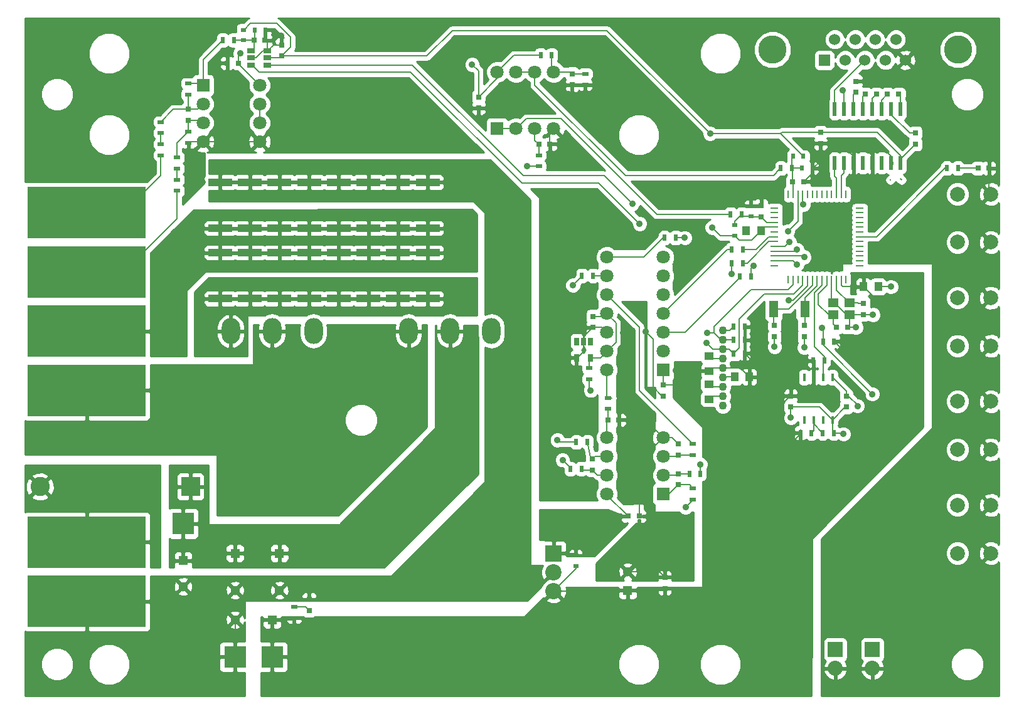
<source format=gbr>
G04 #@! TF.FileFunction,Copper,L1,Top,Signal*
%FSLAX46Y46*%
G04 Gerber Fmt 4.6, Leading zero omitted, Abs format (unit mm)*
G04 Created by KiCad (PCBNEW 4.0.2-stable) date 2016/10/31 21:02:32*
%MOMM*%
G01*
G04 APERTURE LIST*
%ADD10C,0.100000*%
%ADD11C,3.810000*%
%ADD12R,1.524000X1.524000*%
%ADD13C,1.524000*%
%ADD14C,1.100000*%
%ADD15R,0.145000X1.100000*%
%ADD16R,1.100000X0.145000*%
%ADD17R,3.200000X1.000000*%
%ADD18O,2.499360X3.500120*%
%ADD19R,0.800000X0.750000*%
%ADD20R,0.750000X0.800000*%
%ADD21R,1.250000X1.000000*%
%ADD22R,1.000000X1.250000*%
%ADD23R,0.700000X0.600000*%
%ADD24R,0.600000X0.700000*%
%ADD25R,16.000000X7.000000*%
%ADD26R,0.500000X0.900000*%
%ADD27R,0.900000X0.500000*%
%ADD28R,1.800000X1.800000*%
%ADD29C,1.800000*%
%ADD30R,0.650000X1.060000*%
%ADD31R,1.060000X0.650000*%
%ADD32C,1.300000*%
%ADD33R,1.300000X1.300000*%
%ADD34R,2.600000X2.600000*%
%ADD35C,2.600000*%
%ADD36R,0.797560X0.797560*%
%ADD37R,2.032000X2.032000*%
%ADD38O,2.032000X2.032000*%
%ADD39C,2.000000*%
%ADD40R,2.200000X2.200000*%
%ADD41C,2.200000*%
%ADD42R,0.400000X1.050000*%
%ADD43R,0.490000X1.870000*%
%ADD44R,1.300000X2.200000*%
%ADD45R,1.400000X1.200000*%
%ADD46R,3.000000X3.000000*%
%ADD47C,0.889000*%
%ADD48C,0.203200*%
%ADD49C,3.048000*%
%ADD50C,0.254000*%
G04 APERTURE END LIST*
D10*
D11*
X174554000Y-52000000D03*
X199573000Y-52000000D03*
D12*
X181539000Y-53397000D03*
D13*
X184333000Y-53397000D03*
X187000000Y-53397000D03*
X189794000Y-53397000D03*
X192461000Y-53397000D03*
X182936000Y-50603000D03*
X185730000Y-50603000D03*
X188397000Y-50603000D03*
X191191000Y-50603000D03*
D14*
X167800000Y-89920000D03*
X167800000Y-91190000D03*
X167800000Y-92460000D03*
X167800000Y-93730000D03*
X167800000Y-95000000D03*
X167800000Y-96270000D03*
X167800000Y-97540000D03*
X167800000Y-98810000D03*
X167800000Y-100080000D03*
D15*
X176650000Y-83000000D03*
X177300000Y-83000000D03*
X177950000Y-83000000D03*
X178600000Y-83000000D03*
X179250000Y-83000000D03*
X179900000Y-83000000D03*
X180550000Y-83000000D03*
X181200000Y-83000000D03*
X181850000Y-83000000D03*
X182500000Y-83000000D03*
X183150000Y-83000000D03*
X183800000Y-83000000D03*
X184450000Y-83000000D03*
D16*
X186300000Y-81150000D03*
X186300000Y-80500000D03*
X186300000Y-79850000D03*
X186300000Y-79200000D03*
X186300000Y-78550000D03*
X186300000Y-77900000D03*
X186300000Y-77250000D03*
X186300000Y-76600000D03*
X186300000Y-75950000D03*
X186300000Y-75300000D03*
X186300000Y-74650000D03*
X186300000Y-74000000D03*
X186300000Y-73350000D03*
D15*
X176650000Y-71500000D03*
X177300000Y-71500000D03*
X177950000Y-71500000D03*
X178600000Y-71500000D03*
X179250000Y-71500000D03*
X179900000Y-71500000D03*
X180550000Y-71500000D03*
X181200000Y-71500000D03*
X181850000Y-71500000D03*
X182500000Y-71500000D03*
X183150000Y-71500000D03*
X183800000Y-71500000D03*
X184450000Y-71500000D03*
D16*
X174800000Y-81150000D03*
X174800000Y-80500000D03*
X174800000Y-79850000D03*
X174800000Y-79200000D03*
X174800000Y-78550000D03*
X174800000Y-77900000D03*
X174800000Y-77250000D03*
X174800000Y-76600000D03*
X174800000Y-75950000D03*
X174800000Y-75300000D03*
X174800000Y-74650000D03*
X174800000Y-74000000D03*
X174800000Y-73350000D03*
D17*
X116000000Y-85600000D03*
X116000000Y-79400000D03*
X100000000Y-85600000D03*
X100000000Y-79400000D03*
D18*
X107000000Y-90000000D03*
X112588000Y-90000000D03*
X101412000Y-90000000D03*
D19*
X155050000Y-115000000D03*
X156550000Y-115000000D03*
D20*
X95700000Y-61550000D03*
X95700000Y-60050000D03*
D19*
X102450000Y-53800000D03*
X100950000Y-53800000D03*
D20*
X161800000Y-106750000D03*
X161800000Y-105250000D03*
X160000000Y-124750000D03*
X160000000Y-123250000D03*
D19*
X152300000Y-102000000D03*
X153800000Y-102000000D03*
X104550000Y-50700000D03*
X106050000Y-50700000D03*
X143000000Y-64750000D03*
X144500000Y-64750000D03*
D20*
X147500000Y-55250000D03*
X147500000Y-56750000D03*
X134875000Y-58375000D03*
X134875000Y-59875000D03*
D19*
X177250000Y-69800000D03*
X178750000Y-69800000D03*
D20*
X173000000Y-74550000D03*
X173000000Y-73050000D03*
X108300000Y-52850000D03*
X108300000Y-51350000D03*
X150300000Y-88000000D03*
X150300000Y-89500000D03*
D21*
X166000000Y-93400000D03*
X166000000Y-95400000D03*
D20*
X159800000Y-97250000D03*
X159800000Y-98750000D03*
D22*
X169400000Y-96200000D03*
X171400000Y-96200000D03*
D21*
X166000000Y-99200000D03*
X166000000Y-97200000D03*
D20*
X177000000Y-98750000D03*
X177000000Y-100250000D03*
X184500000Y-98750000D03*
X184500000Y-100250000D03*
X174800000Y-89250000D03*
X174800000Y-90750000D03*
X178800000Y-90750000D03*
X178800000Y-89250000D03*
D19*
X183150000Y-89500000D03*
X184650000Y-89500000D03*
D20*
X186800000Y-87750000D03*
X186800000Y-86250000D03*
D22*
X186800000Y-84000000D03*
X188800000Y-84000000D03*
D20*
X181000000Y-63150000D03*
X181000000Y-64650000D03*
D19*
X191550000Y-58000000D03*
X190050000Y-58000000D03*
D20*
X185800000Y-57750000D03*
X185800000Y-56250000D03*
D19*
X188550000Y-58000000D03*
X187050000Y-58000000D03*
D20*
X193800000Y-64750000D03*
X193800000Y-63250000D03*
D23*
X148000000Y-121700000D03*
X148000000Y-120300000D03*
X103100000Y-50700000D03*
X103100000Y-49300000D03*
D24*
X106100000Y-49300000D03*
X104700000Y-49300000D03*
X177300000Y-66400000D03*
X178700000Y-66400000D03*
X179900000Y-68000000D03*
X178500000Y-68000000D03*
D23*
X169400000Y-75700000D03*
X169400000Y-77100000D03*
X171600000Y-73100000D03*
X171600000Y-74500000D03*
D25*
X82000000Y-118500000D03*
X82000000Y-126500000D03*
X82000000Y-98000000D03*
X82000000Y-82000000D03*
X82000000Y-74000000D03*
X82000000Y-90000000D03*
D26*
X148750000Y-108600000D03*
X147250000Y-108600000D03*
D27*
X94200000Y-69550000D03*
X94200000Y-71050000D03*
X92000000Y-64750000D03*
X92000000Y-66250000D03*
X94200000Y-66550000D03*
X94200000Y-68050000D03*
X92000000Y-61750000D03*
X92000000Y-63250000D03*
X163800000Y-111250000D03*
X163800000Y-112750000D03*
X95700000Y-64550000D03*
X95700000Y-63050000D03*
X95700000Y-56550000D03*
X95700000Y-58050000D03*
X163800000Y-105250000D03*
X163800000Y-106750000D03*
D26*
X101850000Y-50700000D03*
X100350000Y-50700000D03*
D27*
X110000000Y-127250000D03*
X110000000Y-128750000D03*
X143000000Y-66250000D03*
X143000000Y-67750000D03*
X152300000Y-99000000D03*
X152300000Y-100500000D03*
D26*
X144750000Y-52750000D03*
X143250000Y-52750000D03*
D27*
X149250000Y-56750000D03*
X149250000Y-55250000D03*
D26*
X177150000Y-68000000D03*
X175650000Y-68000000D03*
X170350000Y-74200000D03*
X168850000Y-74200000D03*
D27*
X149800000Y-96500000D03*
X149800000Y-95000000D03*
D26*
X170750000Y-93000000D03*
X169250000Y-93000000D03*
X170750000Y-91200000D03*
X169250000Y-91200000D03*
X170750000Y-89400000D03*
X169250000Y-89400000D03*
X148800000Y-82500000D03*
X150300000Y-82500000D03*
X170550000Y-80800000D03*
X169050000Y-80800000D03*
X170550000Y-79000000D03*
X169050000Y-79000000D03*
X171650000Y-82600000D03*
X170150000Y-82600000D03*
X161450000Y-77400000D03*
X159950000Y-77400000D03*
X178300000Y-103750000D03*
X179800000Y-103750000D03*
X181300000Y-103750000D03*
X182800000Y-103750000D03*
X180050000Y-94000000D03*
X181550000Y-94000000D03*
X182850000Y-91400000D03*
X181350000Y-91400000D03*
X198050000Y-68000000D03*
X199550000Y-68000000D03*
D28*
X159800000Y-112000000D03*
D29*
X159800000Y-109460000D03*
X159800000Y-106920000D03*
X159800000Y-104380000D03*
X152180000Y-104380000D03*
X152180000Y-106920000D03*
X152180000Y-109460000D03*
X152180000Y-112000000D03*
D28*
X97700000Y-56800000D03*
D29*
X97700000Y-59340000D03*
X97700000Y-61880000D03*
X97700000Y-64420000D03*
X105320000Y-64420000D03*
X105320000Y-61880000D03*
X105320000Y-59340000D03*
X105320000Y-56800000D03*
D28*
X137375000Y-62625000D03*
D29*
X139915000Y-62625000D03*
X142455000Y-62625000D03*
X144995000Y-62625000D03*
X144995000Y-55005000D03*
X142455000Y-55005000D03*
X139915000Y-55005000D03*
X137375000Y-55005000D03*
D30*
X150000000Y-91400000D03*
X149050000Y-91400000D03*
X148100000Y-91400000D03*
X148100000Y-93600000D03*
X150000000Y-93600000D03*
D31*
X104200000Y-52150000D03*
X104200000Y-53100000D03*
X104200000Y-54050000D03*
X106400000Y-54050000D03*
X106400000Y-52150000D03*
X106400000Y-53100000D03*
D28*
X159800000Y-95250000D03*
D29*
X159800000Y-92710000D03*
X159800000Y-90170000D03*
X159800000Y-87630000D03*
X159800000Y-85090000D03*
X159800000Y-82550000D03*
X159800000Y-80010000D03*
X152180000Y-80010000D03*
X152180000Y-82550000D03*
X152180000Y-85090000D03*
X152180000Y-87630000D03*
X152180000Y-90170000D03*
X152180000Y-92710000D03*
X152180000Y-95250000D03*
D32*
X95000000Y-124500000D03*
D33*
X95000000Y-121000000D03*
X102000000Y-120000000D03*
D32*
X102000000Y-125000000D03*
D33*
X155000000Y-125000000D03*
D32*
X155000000Y-122500000D03*
D33*
X108000000Y-120000000D03*
D32*
X108000000Y-125000000D03*
D20*
X150200000Y-107250000D03*
X150200000Y-108750000D03*
X161800000Y-109250000D03*
X161800000Y-110750000D03*
D33*
X107000000Y-129000000D03*
D32*
X102000000Y-129000000D03*
D34*
X96000000Y-111000000D03*
D35*
X75680000Y-111000000D03*
D36*
X112000000Y-127749300D03*
X112000000Y-126250700D03*
X202250700Y-68000000D03*
X203749300Y-68000000D03*
D37*
X188000000Y-133000000D03*
D38*
X188000000Y-135540000D03*
D37*
X183000000Y-133000000D03*
D38*
X183000000Y-135540000D03*
D18*
X131000000Y-90000000D03*
X136588000Y-90000000D03*
X125412000Y-90000000D03*
D17*
X100000000Y-76100000D03*
X100000000Y-69900000D03*
D26*
X163300000Y-109250000D03*
X164800000Y-109250000D03*
X148050000Y-105000000D03*
X149550000Y-105000000D03*
D17*
X104000000Y-76100000D03*
X104000000Y-69900000D03*
X108000000Y-76100000D03*
X108000000Y-69900000D03*
X112000000Y-76100000D03*
X112000000Y-69900000D03*
X116000000Y-76100000D03*
X116000000Y-69900000D03*
X120000000Y-76100000D03*
X120000000Y-69900000D03*
X124000000Y-76100000D03*
X124000000Y-69900000D03*
X128000000Y-76100000D03*
X128000000Y-69900000D03*
X104000000Y-85600000D03*
X104000000Y-79400000D03*
X108000000Y-85600000D03*
X108000000Y-79400000D03*
X112000000Y-85600000D03*
X112000000Y-79400000D03*
X120000000Y-85600000D03*
X120000000Y-79400000D03*
X124000000Y-85600000D03*
X124000000Y-79400000D03*
X128000000Y-85600000D03*
X128000000Y-79400000D03*
D39*
X199500000Y-78000000D03*
X204000000Y-78000000D03*
X199500000Y-71500000D03*
X204000000Y-71500000D03*
X199500000Y-92000000D03*
X204000000Y-92000000D03*
X199500000Y-85500000D03*
X204000000Y-85500000D03*
X199500000Y-106000000D03*
X204000000Y-106000000D03*
X199500000Y-99500000D03*
X204000000Y-99500000D03*
X199500000Y-120000000D03*
X204000000Y-120000000D03*
X199500000Y-113500000D03*
X204000000Y-113500000D03*
D40*
X145000000Y-120000000D03*
D41*
X145000000Y-122540000D03*
X145000000Y-125080000D03*
D42*
X178800000Y-102000000D03*
X180070000Y-102000000D03*
X181340000Y-102000000D03*
X182610000Y-102000000D03*
X182610000Y-96250000D03*
X181340000Y-96250000D03*
X180070000Y-96250000D03*
X178800000Y-96250000D03*
D43*
X191800000Y-60000000D03*
X190530000Y-60000000D03*
X189260000Y-60000000D03*
X187990000Y-60000000D03*
X186720000Y-60000000D03*
X185450000Y-60000000D03*
X184180000Y-60000000D03*
X182910000Y-60000000D03*
X182910000Y-67300000D03*
X184180000Y-67300000D03*
X185450000Y-67300000D03*
X186720000Y-67300000D03*
X187990000Y-67300000D03*
X189260000Y-67300000D03*
X190530000Y-67300000D03*
X191800000Y-67300000D03*
D44*
X178900000Y-87000000D03*
X174700000Y-87000000D03*
D45*
X182700000Y-87800000D03*
X184900000Y-87800000D03*
X182700000Y-86200000D03*
X184900000Y-86200000D03*
D22*
X173000000Y-76400000D03*
X171000000Y-76400000D03*
D46*
X95000000Y-116000000D03*
X102000000Y-134000000D03*
X107000000Y-134000000D03*
D47*
X102700000Y-52500000D03*
X134000000Y-54000000D03*
X157400000Y-90100000D03*
X177000000Y-101700000D03*
X184100000Y-103900000D03*
X134900000Y-61200000D03*
X146200000Y-63900000D03*
X154400000Y-90200000D03*
X174800000Y-92100000D03*
X178800000Y-92200000D03*
X185800000Y-89500000D03*
X188100000Y-87800000D03*
X190500000Y-84000000D03*
X147000000Y-58000000D03*
X110000000Y-49000000D03*
X98000000Y-51000000D03*
X95800000Y-65900000D03*
X108200000Y-50100000D03*
X101000000Y-52300000D03*
X173000000Y-71600000D03*
X181000000Y-67000000D03*
X187200000Y-56300000D03*
X163000000Y-123200000D03*
X150000000Y-98000000D03*
X166400000Y-76000000D03*
X147600000Y-83800000D03*
X166100000Y-63300000D03*
X169300000Y-117800000D03*
X186000000Y-100100000D03*
X145500000Y-104700000D03*
X133300000Y-75800000D03*
X141400000Y-67700000D03*
X146200000Y-107400000D03*
X162800000Y-113800000D03*
X165600000Y-91600000D03*
X155600000Y-72800000D03*
X165700000Y-90200000D03*
X156600000Y-75500000D03*
X169000000Y-82300000D03*
X176600000Y-76500000D03*
X172000000Y-81200000D03*
X162700000Y-77400000D03*
X178700000Y-72900000D03*
X188000000Y-98500000D03*
X181200000Y-89600000D03*
X176700000Y-85800000D03*
X164800000Y-108000000D03*
X133700000Y-84100000D03*
X184000000Y-57500000D03*
X176800000Y-78000000D03*
X177800000Y-79000000D03*
X178800000Y-80000000D03*
X177800000Y-81000000D03*
D48*
X190530000Y-69520000D02*
X190450000Y-69600000D01*
X191800000Y-69450000D02*
X191950000Y-69600000D01*
X102450000Y-53800000D02*
X102450000Y-52750000D01*
X102450000Y-52750000D02*
X102700000Y-52500000D01*
X134875000Y-58375000D02*
X134875000Y-54875000D01*
X134875000Y-54875000D02*
X134000000Y-54000000D01*
X134875000Y-58375000D02*
X134675000Y-58375000D01*
X143250000Y-52750000D02*
X139630000Y-52750000D01*
X139630000Y-52750000D02*
X137375000Y-55005000D01*
X137375000Y-55005000D02*
X137375000Y-55875000D01*
X137375000Y-55875000D02*
X134875000Y-58375000D01*
X152180000Y-112000000D02*
X152180000Y-112130000D01*
X152180000Y-112130000D02*
X155050000Y-115000000D01*
X145000000Y-120000000D02*
X147700000Y-120000000D01*
X147700000Y-120000000D02*
X148000000Y-120300000D01*
X102450000Y-53800000D02*
X102450000Y-53930000D01*
X102450000Y-53930000D02*
X105320000Y-56800000D01*
X159800000Y-98750000D02*
X159650000Y-98750000D01*
X159650000Y-98750000D02*
X158400000Y-97500000D01*
X158400000Y-97500000D02*
X158400000Y-91100000D01*
X158400000Y-91100000D02*
X157400000Y-90100000D01*
X177000000Y-100250000D02*
X177000000Y-101700000D01*
X182800000Y-103750000D02*
X183950000Y-103750000D01*
X183950000Y-103750000D02*
X184100000Y-103900000D01*
X134875000Y-59875000D02*
X134875000Y-61175000D01*
X134875000Y-61175000D02*
X134900000Y-61200000D01*
X144500000Y-64750000D02*
X145350000Y-64750000D01*
X145350000Y-64750000D02*
X146200000Y-63900000D01*
X154400000Y-90200000D02*
X154500000Y-90200000D01*
X174800000Y-90750000D02*
X174800000Y-92100000D01*
X178800000Y-90750000D02*
X178800000Y-92200000D01*
X184650000Y-89500000D02*
X185800000Y-89500000D01*
X184900000Y-87800000D02*
X184500000Y-87800000D01*
X184500000Y-87800000D02*
X182900000Y-86200000D01*
X182900000Y-86200000D02*
X182700000Y-86200000D01*
X186800000Y-87750000D02*
X188050000Y-87750000D01*
X188050000Y-87750000D02*
X188100000Y-87800000D01*
X188800000Y-84000000D02*
X190500000Y-84000000D01*
X147500000Y-56750000D02*
X147500000Y-57500000D01*
X147500000Y-57500000D02*
X147000000Y-58000000D01*
X145000000Y-122540000D02*
X141289300Y-126250700D01*
X122300000Y-126250700D02*
X141289300Y-126250700D01*
X122300000Y-126250700D02*
X112000000Y-126250700D01*
X95700000Y-64550000D02*
X95700000Y-65800000D01*
X95700000Y-65800000D02*
X95800000Y-65900000D01*
X108300000Y-50200000D02*
X108200000Y-50100000D01*
X108300000Y-51350000D02*
X108300000Y-50200000D01*
X100950000Y-52350000D02*
X101000000Y-52300000D01*
X100950000Y-52350000D02*
X100950000Y-53800000D01*
X173000000Y-73050000D02*
X173000000Y-71600000D01*
X179900000Y-68000000D02*
X180000000Y-68000000D01*
X180000000Y-68000000D02*
X181000000Y-67000000D01*
X181000000Y-67000000D02*
X181000000Y-67000000D01*
X181000000Y-67000000D02*
X181000000Y-64650000D01*
X179900000Y-68000000D02*
X179900000Y-68650000D01*
X179900000Y-68650000D02*
X178750000Y-69800000D01*
X185450000Y-67300000D02*
X185450000Y-66350000D01*
X185450000Y-66350000D02*
X183750000Y-64650000D01*
X187990000Y-67300000D02*
X187990000Y-66290000D01*
X187990000Y-66290000D02*
X186350000Y-64650000D01*
X190530000Y-67300000D02*
X190530000Y-66330000D01*
X188850000Y-64650000D02*
X186350000Y-64650000D01*
X186350000Y-64650000D02*
X183750000Y-64650000D01*
X183750000Y-64650000D02*
X181000000Y-64650000D01*
X190530000Y-66330000D02*
X188850000Y-64650000D01*
X185800000Y-56250000D02*
X187150000Y-56250000D01*
X187150000Y-56250000D02*
X187200000Y-56300000D01*
X160000000Y-123250000D02*
X162950000Y-123250000D01*
X162950000Y-123250000D02*
X163000000Y-123200000D01*
X102000000Y-134000000D02*
X102000000Y-129000000D01*
X177000000Y-100250000D02*
X180860000Y-100250000D01*
X180860000Y-100250000D02*
X182610000Y-102000000D01*
X184500000Y-100250000D02*
X184360000Y-100250000D01*
X184360000Y-100250000D02*
X182610000Y-102000000D01*
X106050000Y-50700000D02*
X106050000Y-49350000D01*
X106050000Y-49350000D02*
X106100000Y-49300000D01*
X106400000Y-52150000D02*
X106400000Y-51050000D01*
X106400000Y-51050000D02*
X106050000Y-50700000D01*
X171650000Y-73050000D02*
X171600000Y-73100000D01*
X173000000Y-73050000D02*
X171650000Y-73050000D01*
X167800000Y-93730000D02*
X166330000Y-93730000D01*
X166330000Y-93730000D02*
X166000000Y-93400000D01*
D49*
X84000000Y-124500000D02*
X82000000Y-126500000D01*
D48*
X149050000Y-91400000D02*
X149050000Y-90750000D01*
X149050000Y-90750000D02*
X150300000Y-89500000D01*
X148100000Y-93600000D02*
X148200000Y-93600000D01*
X148200000Y-93600000D02*
X149050000Y-92750000D01*
X149050000Y-92750000D02*
X149050000Y-91400000D01*
X203749300Y-68000000D02*
X203749300Y-71249300D01*
X203749300Y-71249300D02*
X204000000Y-71500000D01*
X104200000Y-53100000D02*
X104800000Y-53100000D01*
X105750000Y-52150000D02*
X106400000Y-52150000D01*
X104800000Y-53100000D02*
X105750000Y-52150000D01*
X144500000Y-64750000D02*
X144500000Y-63120000D01*
X144500000Y-63120000D02*
X144995000Y-62625000D01*
X149250000Y-56750000D02*
X147500000Y-56750000D01*
X182610000Y-102000000D02*
X182610000Y-103560000D01*
X182610000Y-103560000D02*
X182800000Y-103750000D01*
X148100000Y-93600000D02*
X148100000Y-93450000D01*
X150300000Y-89500000D02*
X151510000Y-89500000D01*
X151510000Y-89500000D02*
X152180000Y-90170000D01*
X153800000Y-102000000D02*
X157420000Y-102000000D01*
X157420000Y-102000000D02*
X159800000Y-104380000D01*
X156550000Y-115000000D02*
X156550000Y-107630000D01*
X156550000Y-107630000D02*
X159800000Y-104380000D01*
X159800000Y-104380000D02*
X160930000Y-104380000D01*
X160930000Y-104380000D02*
X161800000Y-105250000D01*
X182700000Y-86200000D02*
X182700000Y-85800000D01*
X184900000Y-87800000D02*
X184900000Y-89250000D01*
X184900000Y-89250000D02*
X184650000Y-89500000D01*
X184900000Y-87800000D02*
X186750000Y-87800000D01*
X186750000Y-87800000D02*
X186800000Y-87750000D01*
X182500000Y-83000000D02*
X182500000Y-86000000D01*
X182500000Y-86000000D02*
X182700000Y-86200000D01*
X155000000Y-122500000D02*
X159250000Y-122500000D01*
X159250000Y-122500000D02*
X160000000Y-123250000D01*
X108300000Y-51350000D02*
X107200000Y-51350000D01*
X107200000Y-51350000D02*
X106400000Y-52150000D01*
X97700000Y-64420000D02*
X95830000Y-64420000D01*
X95830000Y-64420000D02*
X95700000Y-64550000D01*
X100950000Y-53800000D02*
X100950000Y-61170000D01*
X100950000Y-61170000D02*
X97700000Y-64420000D01*
X105320000Y-64420000D02*
X97700000Y-64420000D01*
D49*
X84000000Y-124500000D02*
X82000000Y-126500000D01*
D48*
X95700000Y-61550000D02*
X95700000Y-63050000D01*
X95700000Y-63050000D02*
X94200000Y-64550000D01*
X94200000Y-64550000D02*
X94200000Y-66550000D01*
X95700000Y-61550000D02*
X97370000Y-61550000D01*
X97370000Y-61550000D02*
X97700000Y-61880000D01*
X95700000Y-58050000D02*
X95700000Y-60050000D01*
X95700000Y-60050000D02*
X93700000Y-60050000D01*
X93700000Y-60050000D02*
X92000000Y-61750000D01*
X95700000Y-60050000D02*
X96990000Y-60050000D01*
X96990000Y-60050000D02*
X97700000Y-59340000D01*
X161800000Y-106750000D02*
X163800000Y-106750000D01*
X159800000Y-106920000D02*
X161630000Y-106920000D01*
X161630000Y-106920000D02*
X161800000Y-106750000D01*
X181000000Y-63150000D02*
X175750000Y-63150000D01*
X175750000Y-63150000D02*
X175600000Y-63300000D01*
X175600000Y-63300000D02*
X176000000Y-63700000D01*
X176000000Y-63700000D02*
X178700000Y-66400000D01*
X149800000Y-96500000D02*
X149800000Y-97800000D01*
X149800000Y-97800000D02*
X150000000Y-98000000D01*
X159800000Y-97250000D02*
X161750000Y-97250000D01*
X161750000Y-97250000D02*
X162000000Y-97000000D01*
X110000000Y-128750000D02*
X141350000Y-128750000D01*
X141350000Y-128750000D02*
X145000000Y-125100000D01*
X169400000Y-77100000D02*
X167500000Y-77100000D01*
X167500000Y-77100000D02*
X166400000Y-76000000D01*
X173000000Y-76400000D02*
X171700000Y-77700000D01*
X170000000Y-77700000D02*
X169400000Y-77100000D01*
X171700000Y-77700000D02*
X170000000Y-77700000D01*
X169400000Y-77100000D02*
X169100000Y-77100000D01*
X148800000Y-82500000D02*
X148800000Y-82600000D01*
X148800000Y-82600000D02*
X147600000Y-83800000D01*
X166600000Y-120500000D02*
X169300000Y-117800000D01*
X166600000Y-124750000D02*
X166600000Y-120500000D01*
X191800000Y-67300000D02*
X191800000Y-66300000D01*
X175750000Y-63150000D02*
X175600000Y-63300000D01*
X188650000Y-63150000D02*
X175750000Y-63150000D01*
X191800000Y-66300000D02*
X188650000Y-63150000D01*
X108300000Y-52850000D02*
X127850000Y-52850000D01*
X152200000Y-49400000D02*
X166100000Y-63300000D01*
X131300000Y-49400000D02*
X152200000Y-49400000D01*
X127850000Y-52850000D02*
X131300000Y-49400000D01*
X166100000Y-63300000D02*
X175600000Y-63300000D01*
X175600000Y-63300000D02*
X178700000Y-66400000D01*
X167200000Y-124750000D02*
X167750000Y-124750000D01*
X167750000Y-124750000D02*
X175600000Y-116900000D01*
X189500000Y-104800000D02*
X189500000Y-105100000D01*
X189500000Y-105100000D02*
X177700000Y-116900000D01*
X177700000Y-116900000D02*
X175600000Y-116900000D01*
X175600000Y-116900000D02*
X171400000Y-116900000D01*
X186800000Y-84000000D02*
X190800000Y-88000000D01*
X190800000Y-96700000D02*
X189500000Y-98000000D01*
X190800000Y-88000000D02*
X190800000Y-96700000D01*
X182850000Y-91400000D02*
X182900000Y-91400000D01*
X182900000Y-91400000D02*
X189500000Y-98000000D01*
X189500000Y-98000000D02*
X189500000Y-104800000D01*
X189500000Y-104800000D02*
X189600000Y-104900000D01*
X180050000Y-94000000D02*
X176500000Y-94000000D01*
X176500000Y-94000000D02*
X172500000Y-98000000D01*
X170750000Y-93000000D02*
X170800000Y-93000000D01*
X170800000Y-93000000D02*
X172500000Y-94700000D01*
X172500000Y-94700000D02*
X172500000Y-98000000D01*
X172500000Y-98000000D02*
X171400000Y-99100000D01*
X178300000Y-103750000D02*
X178300000Y-103900000D01*
X178300000Y-103900000D02*
X171400000Y-110800000D01*
X177000000Y-98750000D02*
X176850000Y-98750000D01*
X176850000Y-98750000D02*
X171400000Y-104200000D01*
X171400000Y-116900000D02*
X171400000Y-110800000D01*
X171400000Y-110800000D02*
X171400000Y-104200000D01*
X171400000Y-104200000D02*
X171400000Y-99100000D01*
X171400000Y-99100000D02*
X171400000Y-96200000D01*
X145000000Y-125080000D02*
X145000000Y-125100000D01*
X107000000Y-129000000D02*
X109750000Y-129000000D01*
X109750000Y-129000000D02*
X110000000Y-128750000D01*
X107000000Y-134000000D02*
X107000000Y-129000000D01*
X177000000Y-98750000D02*
X178250000Y-98750000D01*
X180070000Y-96930000D02*
X180070000Y-96250000D01*
X178250000Y-98750000D02*
X180070000Y-96930000D01*
X106800000Y-48400000D02*
X107600000Y-48400000D01*
X104100000Y-48400000D02*
X106800000Y-48400000D01*
X103200000Y-49300000D02*
X104100000Y-48400000D01*
X109500000Y-51650000D02*
X108300000Y-52850000D01*
X109500000Y-50300000D02*
X109500000Y-51650000D01*
X107600000Y-48400000D02*
X109500000Y-50300000D01*
X103100000Y-49300000D02*
X103200000Y-49300000D01*
X174800000Y-75950000D02*
X173450000Y-75950000D01*
X173450000Y-75950000D02*
X173000000Y-76400000D01*
X167800000Y-95000000D02*
X170200000Y-95000000D01*
X170200000Y-95000000D02*
X171400000Y-96200000D01*
X170750000Y-89400000D02*
X170750000Y-91200000D01*
X170750000Y-91200000D02*
X170750000Y-93000000D01*
X167800000Y-95000000D02*
X166400000Y-95000000D01*
X166400000Y-95000000D02*
X166000000Y-95400000D01*
X191800000Y-67300000D02*
X191800000Y-66750000D01*
X191800000Y-66750000D02*
X193800000Y-64750000D01*
X186800000Y-84000000D02*
X186800000Y-84200000D01*
X178300000Y-103750000D02*
X178300000Y-103300000D01*
X160000000Y-124750000D02*
X166600000Y-124750000D01*
X166600000Y-124750000D02*
X167200000Y-124750000D01*
X167200000Y-124750000D02*
X167250000Y-124750000D01*
X183800000Y-83000000D02*
X183800000Y-83800000D01*
X184000000Y-84000000D02*
X186800000Y-84000000D01*
X183800000Y-83800000D02*
X184000000Y-84000000D01*
X180070000Y-96250000D02*
X180070000Y-94020000D01*
X180070000Y-94020000D02*
X180050000Y-94000000D01*
X186300000Y-84000000D02*
X186800000Y-84000000D01*
X148000000Y-121700000D02*
X148000000Y-122080000D01*
X148000000Y-122080000D02*
X145000000Y-125080000D01*
X155000000Y-125000000D02*
X159750000Y-125000000D01*
X159750000Y-125000000D02*
X160000000Y-124750000D01*
X145000000Y-125080000D02*
X154920000Y-125080000D01*
X154920000Y-125080000D02*
X155000000Y-125000000D01*
X106400000Y-53100000D02*
X108050000Y-53100000D01*
X108050000Y-53100000D02*
X108300000Y-52850000D01*
X159800000Y-95250000D02*
X159800000Y-97250000D01*
X152300000Y-102000000D02*
X152300000Y-100500000D01*
X152180000Y-104380000D02*
X152180000Y-102120000D01*
X152180000Y-102120000D02*
X152300000Y-102000000D01*
X104550000Y-50700000D02*
X104550000Y-51800000D01*
X104550000Y-51800000D02*
X104200000Y-52150000D01*
X104700000Y-49300000D02*
X104700000Y-50550000D01*
X104700000Y-50550000D02*
X104550000Y-50700000D01*
X103100000Y-50700000D02*
X104550000Y-50700000D01*
X101850000Y-50700000D02*
X103100000Y-50700000D01*
X143000000Y-64750000D02*
X143000000Y-66250000D01*
X142455000Y-62625000D02*
X142455000Y-64205000D01*
X142455000Y-64205000D02*
X143000000Y-64750000D01*
X144750000Y-52750000D02*
X144750000Y-54760000D01*
X144750000Y-54760000D02*
X144995000Y-55005000D01*
X149250000Y-55250000D02*
X147500000Y-55250000D01*
X147500000Y-55250000D02*
X147255000Y-55005000D01*
X147255000Y-55005000D02*
X144995000Y-55005000D01*
X177150000Y-68000000D02*
X178500000Y-68000000D01*
X177150000Y-68000000D02*
X177150000Y-66550000D01*
X177150000Y-66550000D02*
X177300000Y-66400000D01*
X177250000Y-69800000D02*
X177250000Y-68100000D01*
X177250000Y-68100000D02*
X177150000Y-68000000D01*
X177300000Y-71500000D02*
X177300000Y-69850000D01*
X177300000Y-69850000D02*
X177250000Y-69800000D01*
X169400000Y-75700000D02*
X169400000Y-75150000D01*
X169400000Y-75150000D02*
X170350000Y-74200000D01*
X171600000Y-74500000D02*
X170650000Y-74500000D01*
X170650000Y-74500000D02*
X170350000Y-74200000D01*
X173000000Y-74550000D02*
X171650000Y-74550000D01*
X171650000Y-74550000D02*
X171600000Y-74500000D01*
X174800000Y-75300000D02*
X173750000Y-75300000D01*
X173750000Y-75300000D02*
X173000000Y-74550000D01*
X152180000Y-87630000D02*
X152180000Y-87686402D01*
X152180000Y-87686402D02*
X153393598Y-88900000D01*
X153393598Y-91496402D02*
X152180000Y-92710000D01*
X153393598Y-88900000D02*
X153393598Y-91496402D01*
X149800000Y-95000000D02*
X149800000Y-93800000D01*
X149800000Y-93800000D02*
X150000000Y-93600000D01*
X150000000Y-93600000D02*
X151290000Y-93600000D01*
X151290000Y-93600000D02*
X152180000Y-92710000D01*
X150300000Y-88000000D02*
X151810000Y-88000000D01*
X151810000Y-88000000D02*
X152180000Y-87630000D01*
X169400000Y-96200000D02*
X167870000Y-96200000D01*
X167870000Y-96200000D02*
X167800000Y-96270000D01*
X167800000Y-98810000D02*
X166390000Y-98810000D01*
X166390000Y-98810000D02*
X166000000Y-99200000D01*
X167800000Y-97540000D02*
X166340000Y-97540000D01*
X166340000Y-97540000D02*
X166000000Y-97200000D01*
X186000000Y-100000000D02*
X184750000Y-98750000D01*
X186000000Y-100100000D02*
X186000000Y-100000000D01*
X184500000Y-98750000D02*
X184750000Y-98750000D01*
X184500000Y-98750000D02*
X184500000Y-98140000D01*
X184500000Y-98140000D02*
X182610000Y-96250000D01*
X182610000Y-96250000D02*
X182610000Y-96690000D01*
X174700000Y-87000000D02*
X174700000Y-89150000D01*
X174700000Y-89150000D02*
X174800000Y-89250000D01*
X179900000Y-83000000D02*
X179900000Y-83800000D01*
X176700000Y-87000000D02*
X174700000Y-87000000D01*
X179900000Y-83800000D02*
X176700000Y-87000000D01*
X178900000Y-87000000D02*
X178900000Y-89150000D01*
X178900000Y-89150000D02*
X178800000Y-89250000D01*
X180550000Y-83000000D02*
X180550000Y-83850000D01*
X178900000Y-85500000D02*
X178900000Y-87000000D01*
X180550000Y-83850000D02*
X178900000Y-85500000D01*
X178900000Y-89150000D02*
X178800000Y-89250000D01*
X182700000Y-87800000D02*
X182700000Y-89050000D01*
X182700000Y-89050000D02*
X183150000Y-89500000D01*
X181850000Y-83000000D02*
X181850000Y-83800000D01*
X180700000Y-86400000D02*
X182100000Y-87800000D01*
X180700000Y-84950000D02*
X180700000Y-86400000D01*
X181850000Y-83800000D02*
X180700000Y-84950000D01*
X182100000Y-87800000D02*
X182700000Y-87800000D01*
X183150000Y-83000000D02*
X183150000Y-84450000D01*
X183150000Y-84450000D02*
X184900000Y-86200000D01*
X184900000Y-86200000D02*
X186100000Y-86200000D01*
X186150000Y-86250000D02*
X186800000Y-86250000D01*
X186100000Y-86200000D02*
X186150000Y-86250000D01*
X191800000Y-60000000D02*
X191800000Y-58250000D01*
X191800000Y-58250000D02*
X191550000Y-58000000D01*
X189260000Y-60000000D02*
X189260000Y-58790000D01*
X189260000Y-58790000D02*
X190050000Y-58000000D01*
X185450000Y-58100000D02*
X185800000Y-57750000D01*
X185450000Y-60000000D02*
X185450000Y-58100000D01*
X187990000Y-60000000D02*
X187990000Y-58560000D01*
X187990000Y-58560000D02*
X188550000Y-58000000D01*
X186720000Y-60000000D02*
X186720000Y-58330000D01*
X186720000Y-58330000D02*
X187050000Y-58000000D01*
X190530000Y-60000000D02*
X190530000Y-60730000D01*
X190530000Y-60730000D02*
X193050000Y-63250000D01*
X193050000Y-63250000D02*
X193800000Y-63250000D01*
D49*
X79500000Y-118500000D02*
X82000000Y-118500000D01*
X83000000Y-97000000D02*
X82000000Y-98000000D01*
D48*
X94200000Y-72300000D02*
X94200000Y-74800000D01*
X87000000Y-82000000D02*
X94000000Y-75000000D01*
X94200000Y-72300000D02*
X94200000Y-71050000D01*
X94200000Y-74800000D02*
X94000000Y-75000000D01*
X87000000Y-82000000D02*
X82000000Y-82000000D01*
X92000000Y-66250000D02*
X92000000Y-68750000D01*
X92000000Y-69000000D02*
X87000000Y-74000000D01*
X92000000Y-68750000D02*
X92000000Y-69000000D01*
X87000000Y-74000000D02*
X82000000Y-74000000D01*
X148050000Y-105000000D02*
X145800000Y-105000000D01*
X145800000Y-105000000D02*
X145500000Y-104700000D01*
X141450000Y-67750000D02*
X141400000Y-67700000D01*
X143000000Y-67750000D02*
X141450000Y-67750000D01*
X82000000Y-90000000D02*
X87900000Y-90000000D01*
X147250000Y-108600000D02*
X147250000Y-108450000D01*
X147250000Y-108450000D02*
X146200000Y-107400000D01*
X94200000Y-68050000D02*
X94200000Y-69550000D01*
X92000000Y-64750000D02*
X92000000Y-63250000D01*
X92000000Y-63250000D02*
X92000000Y-63500000D01*
X92000000Y-63500000D02*
X92000000Y-63250000D01*
X163800000Y-112750000D02*
X163800000Y-112800000D01*
X163800000Y-112800000D02*
X162800000Y-113800000D01*
X97700000Y-56800000D02*
X97700000Y-53350000D01*
X97700000Y-53350000D02*
X100350000Y-50700000D01*
X95700000Y-56550000D02*
X97450000Y-56550000D01*
X97450000Y-56550000D02*
X97700000Y-56800000D01*
X163800000Y-105250000D02*
X163800000Y-105200000D01*
X163800000Y-105200000D02*
X156600000Y-98000000D01*
X156600000Y-98000000D02*
X156600000Y-89510000D01*
X156600000Y-89510000D02*
X152180000Y-85090000D01*
X110000000Y-127250000D02*
X111500700Y-127250000D01*
X111500700Y-127250000D02*
X112000000Y-127749300D01*
X152180000Y-95250000D02*
X152180000Y-98880000D01*
X152180000Y-98880000D02*
X152300000Y-99000000D01*
X152100000Y-99000000D02*
X152850000Y-99000000D01*
X142455000Y-55005000D02*
X142455000Y-56755000D01*
X174650000Y-69000000D02*
X175650000Y-68000000D01*
X154700000Y-69000000D02*
X174650000Y-69000000D01*
X142455000Y-56755000D02*
X154700000Y-69000000D01*
X142455000Y-55005000D02*
X142505000Y-55005000D01*
X175150000Y-68500000D02*
X175650000Y-68000000D01*
X139915000Y-55005000D02*
X142455000Y-55005000D01*
X151400000Y-66700000D02*
X158900000Y-74200000D01*
X141300000Y-61300000D02*
X146000000Y-61300000D01*
X146000000Y-61300000D02*
X151400000Y-66700000D01*
X139975000Y-62625000D02*
X141300000Y-61300000D01*
X158900000Y-74200000D02*
X159000000Y-74200000D01*
X139915000Y-62625000D02*
X139975000Y-62625000D01*
X159000000Y-74200000D02*
X168850000Y-74200000D01*
X139915000Y-62625000D02*
X137375000Y-62625000D01*
X167800000Y-92460000D02*
X166460000Y-92460000D01*
X166460000Y-92460000D02*
X165600000Y-91600000D01*
X125950000Y-54050000D02*
X140900000Y-69000000D01*
X122950000Y-54050000D02*
X106400000Y-54050000D01*
X122950000Y-54050000D02*
X125950000Y-54050000D01*
X151800000Y-69000000D02*
X140900000Y-69000000D01*
X155600000Y-72800000D02*
X151800000Y-69000000D01*
X106400000Y-54050000D02*
X106350000Y-54050000D01*
X178600000Y-83000000D02*
X178600000Y-83800000D01*
X170000000Y-92250000D02*
X169250000Y-93000000D01*
X170000000Y-88400000D02*
X170000000Y-92250000D01*
X173400000Y-85000000D02*
X170000000Y-88400000D01*
X177400000Y-85000000D02*
X173400000Y-85000000D01*
X178600000Y-83800000D02*
X177400000Y-85000000D01*
X167800000Y-92460000D02*
X168710000Y-92460000D01*
X168710000Y-92460000D02*
X169250000Y-93000000D01*
X140700000Y-70000000D02*
X151100000Y-70000000D01*
X166600000Y-90200000D02*
X165700000Y-90200000D01*
X105300000Y-55000000D02*
X125200000Y-55000000D01*
X105300000Y-55000000D02*
X104350000Y-54050000D01*
X125700000Y-55000000D02*
X140700000Y-70000000D01*
X125200000Y-55000000D02*
X125700000Y-55000000D01*
X151100000Y-70000000D02*
X156600000Y-75500000D01*
X104200000Y-54050000D02*
X104350000Y-54050000D01*
X167800000Y-91190000D02*
X167590000Y-91190000D01*
X167590000Y-91190000D02*
X166600000Y-90200000D01*
X177300000Y-83700000D02*
X177300000Y-83000000D01*
X176600000Y-84400000D02*
X177300000Y-83700000D01*
X171600000Y-84400000D02*
X176600000Y-84400000D01*
X166600000Y-89400000D02*
X171600000Y-84400000D01*
X166600000Y-90200000D02*
X166600000Y-89400000D01*
X169250000Y-91200000D02*
X167810000Y-91200000D01*
X167810000Y-91200000D02*
X167800000Y-91190000D01*
X167800000Y-89920000D02*
X168730000Y-89920000D01*
X168730000Y-89920000D02*
X169250000Y-89400000D01*
X150300000Y-82500000D02*
X152130000Y-82500000D01*
X152130000Y-82500000D02*
X152180000Y-82550000D01*
X174800000Y-77900000D02*
X174000000Y-77900000D01*
X171100000Y-80800000D02*
X170550000Y-80800000D01*
X174000000Y-77900000D02*
X171100000Y-80800000D01*
X169050000Y-80800000D02*
X169050000Y-82250000D01*
X169050000Y-82250000D02*
X169000000Y-82300000D01*
X159800000Y-85090000D02*
X159710000Y-85090000D01*
X174800000Y-77250000D02*
X174050000Y-77250000D01*
X172300000Y-79000000D02*
X170550000Y-79000000D01*
X174050000Y-77250000D02*
X172300000Y-79000000D01*
X169050000Y-79000000D02*
X168430000Y-79000000D01*
X168430000Y-79000000D02*
X159800000Y-87630000D01*
X159800000Y-87630000D02*
X159670000Y-87630000D01*
X171650000Y-82600000D02*
X171650000Y-81550000D01*
X177950000Y-75150000D02*
X177950000Y-71500000D01*
X176600000Y-76500000D02*
X177950000Y-75150000D01*
X171650000Y-81550000D02*
X172000000Y-81200000D01*
X170150000Y-82600000D02*
X170150000Y-82750000D01*
X170150000Y-82750000D02*
X162730000Y-90170000D01*
X162730000Y-90170000D02*
X159800000Y-90170000D01*
X159800000Y-90170000D02*
X159800000Y-90250000D01*
X178600000Y-71500000D02*
X178600000Y-72800000D01*
X162700000Y-77400000D02*
X161450000Y-77400000D01*
X178600000Y-72800000D02*
X178700000Y-72900000D01*
X178550000Y-71500000D02*
X178600000Y-71500000D01*
X159950000Y-77400000D02*
X159800000Y-77400000D01*
X159800000Y-77400000D02*
X157190000Y-80010000D01*
X157190000Y-80010000D02*
X152180000Y-80010000D01*
X181300000Y-103750000D02*
X180070000Y-102520000D01*
X180070000Y-102520000D02*
X180070000Y-102000000D01*
X179800000Y-103750000D02*
X180070000Y-103480000D01*
X180070000Y-103480000D02*
X180070000Y-102000000D01*
X180070000Y-102000000D02*
X180070000Y-103480000D01*
X181550000Y-94000000D02*
X181550000Y-93450000D01*
X181550000Y-93450000D02*
X180200000Y-92100000D01*
X181200000Y-83000000D02*
X181200000Y-83800000D01*
X180200000Y-84800000D02*
X180200000Y-92100000D01*
X181200000Y-83800000D02*
X180200000Y-84800000D01*
X181340000Y-96250000D02*
X181340000Y-94210000D01*
X181350000Y-91850000D02*
X188000000Y-98500000D01*
X181350000Y-91400000D02*
X181350000Y-91850000D01*
X179250000Y-83000000D02*
X179250000Y-83850000D01*
X181350000Y-89750000D02*
X181350000Y-91400000D01*
X181200000Y-89600000D02*
X181350000Y-89750000D01*
X177300000Y-85800000D02*
X176700000Y-85800000D01*
X179250000Y-83850000D02*
X177300000Y-85800000D01*
X186300000Y-77250000D02*
X188550000Y-77250000D01*
X188550000Y-77250000D02*
X197800000Y-68000000D01*
X197800000Y-68000000D02*
X198050000Y-68000000D01*
X199550000Y-68000000D02*
X202250700Y-68000000D01*
X164800000Y-109250000D02*
X164800000Y-108000000D01*
X101412000Y-90000000D02*
X101412000Y-89588000D01*
X105320000Y-59340000D02*
X105320000Y-61880000D01*
X149550000Y-105000000D02*
X149950000Y-107000000D01*
X149950000Y-107000000D02*
X150200000Y-107250000D01*
X152180000Y-106920000D02*
X150530000Y-106920000D01*
X150530000Y-106920000D02*
X150200000Y-107250000D01*
X150200000Y-108750000D02*
X148900000Y-108750000D01*
X148900000Y-108750000D02*
X148750000Y-108600000D01*
X152180000Y-109460000D02*
X150910000Y-109460000D01*
X150910000Y-109460000D02*
X150200000Y-108750000D01*
X161800000Y-109250000D02*
X163300000Y-109250000D01*
X159800000Y-109460000D02*
X161590000Y-109460000D01*
X161590000Y-109460000D02*
X161800000Y-109250000D01*
X161800000Y-110750000D02*
X163300000Y-110750000D01*
X163300000Y-110750000D02*
X163800000Y-111250000D01*
X159800000Y-112000000D02*
X160550000Y-112000000D01*
X160550000Y-112000000D02*
X161800000Y-110750000D01*
X184180000Y-60000000D02*
X184180000Y-57680000D01*
X184180000Y-57680000D02*
X184000000Y-57500000D01*
X182910000Y-60000000D02*
X182910000Y-57487000D01*
X182910000Y-57487000D02*
X187000000Y-53397000D01*
X187110000Y-53507000D02*
X187000000Y-53397000D01*
X174800000Y-78550000D02*
X176250000Y-78550000D01*
X176250000Y-78550000D02*
X176800000Y-78000000D01*
X177600000Y-79200000D02*
X174800000Y-79200000D01*
X177600000Y-79200000D02*
X177800000Y-79000000D01*
X178650000Y-79850000D02*
X178800000Y-80000000D01*
X174800000Y-79850000D02*
X178650000Y-79850000D01*
X174800000Y-80500000D02*
X177300000Y-80500000D01*
X177300000Y-80500000D02*
X177800000Y-81000000D01*
X183150000Y-71500000D02*
X183150000Y-69350000D01*
X182910000Y-69110000D02*
X182910000Y-67300000D01*
X183150000Y-69350000D02*
X182910000Y-69110000D01*
X183800000Y-71500000D02*
X183800000Y-69000000D01*
X184180000Y-68620000D02*
X184180000Y-67300000D01*
X183800000Y-69000000D02*
X184180000Y-68620000D01*
D50*
G36*
X134673000Y-74252606D02*
X134673000Y-81973000D01*
X98000000Y-81973000D01*
X97950590Y-81983006D01*
X97910197Y-82010197D01*
X95510197Y-84410197D01*
X95482334Y-84452211D01*
X95473000Y-84500000D01*
X95473000Y-93373000D01*
X90635000Y-93373000D01*
X90635000Y-90285750D01*
X90476250Y-90127000D01*
X82127000Y-90127000D01*
X82127000Y-90147000D01*
X81873000Y-90147000D01*
X81873000Y-90127000D01*
X81853000Y-90127000D01*
X81853000Y-89873000D01*
X81873000Y-89873000D01*
X81873000Y-89853000D01*
X82127000Y-89853000D01*
X82127000Y-89873000D01*
X90476250Y-89873000D01*
X90635000Y-89714250D01*
X90635000Y-86373691D01*
X90627000Y-86354377D01*
X90627000Y-85600936D01*
X90647440Y-85500000D01*
X90647440Y-79685750D01*
X97765000Y-79685750D01*
X97765000Y-80026309D01*
X97861673Y-80259698D01*
X98040301Y-80438327D01*
X98273690Y-80535000D01*
X99714250Y-80535000D01*
X99873000Y-80376250D01*
X99873000Y-79527000D01*
X100127000Y-79527000D01*
X100127000Y-80376250D01*
X100285750Y-80535000D01*
X101726310Y-80535000D01*
X101959699Y-80438327D01*
X102000000Y-80398026D01*
X102040301Y-80438327D01*
X102273690Y-80535000D01*
X103714250Y-80535000D01*
X103873000Y-80376250D01*
X103873000Y-79527000D01*
X104127000Y-79527000D01*
X104127000Y-80376250D01*
X104285750Y-80535000D01*
X105726310Y-80535000D01*
X105959699Y-80438327D01*
X106000000Y-80398026D01*
X106040301Y-80438327D01*
X106273690Y-80535000D01*
X107714250Y-80535000D01*
X107873000Y-80376250D01*
X107873000Y-79527000D01*
X108127000Y-79527000D01*
X108127000Y-80376250D01*
X108285750Y-80535000D01*
X109726310Y-80535000D01*
X109959699Y-80438327D01*
X110000000Y-80398026D01*
X110040301Y-80438327D01*
X110273690Y-80535000D01*
X111714250Y-80535000D01*
X111873000Y-80376250D01*
X111873000Y-79527000D01*
X112127000Y-79527000D01*
X112127000Y-80376250D01*
X112285750Y-80535000D01*
X113726310Y-80535000D01*
X113959699Y-80438327D01*
X114000000Y-80398026D01*
X114040301Y-80438327D01*
X114273690Y-80535000D01*
X115714250Y-80535000D01*
X115873000Y-80376250D01*
X115873000Y-79527000D01*
X116127000Y-79527000D01*
X116127000Y-80376250D01*
X116285750Y-80535000D01*
X117726310Y-80535000D01*
X117959699Y-80438327D01*
X118000000Y-80398026D01*
X118040301Y-80438327D01*
X118273690Y-80535000D01*
X119714250Y-80535000D01*
X119873000Y-80376250D01*
X119873000Y-79527000D01*
X120127000Y-79527000D01*
X120127000Y-80376250D01*
X120285750Y-80535000D01*
X121726310Y-80535000D01*
X121959699Y-80438327D01*
X122000000Y-80398026D01*
X122040301Y-80438327D01*
X122273690Y-80535000D01*
X123714250Y-80535000D01*
X123873000Y-80376250D01*
X123873000Y-79527000D01*
X124127000Y-79527000D01*
X124127000Y-80376250D01*
X124285750Y-80535000D01*
X125726310Y-80535000D01*
X125959699Y-80438327D01*
X126000000Y-80398026D01*
X126040301Y-80438327D01*
X126273690Y-80535000D01*
X127714250Y-80535000D01*
X127873000Y-80376250D01*
X127873000Y-79527000D01*
X128127000Y-79527000D01*
X128127000Y-80376250D01*
X128285750Y-80535000D01*
X129726310Y-80535000D01*
X129959699Y-80438327D01*
X130138327Y-80259698D01*
X130235000Y-80026309D01*
X130235000Y-79685750D01*
X130076250Y-79527000D01*
X128127000Y-79527000D01*
X127873000Y-79527000D01*
X124127000Y-79527000D01*
X123873000Y-79527000D01*
X120127000Y-79527000D01*
X119873000Y-79527000D01*
X116127000Y-79527000D01*
X115873000Y-79527000D01*
X112127000Y-79527000D01*
X111873000Y-79527000D01*
X108127000Y-79527000D01*
X107873000Y-79527000D01*
X104127000Y-79527000D01*
X103873000Y-79527000D01*
X100127000Y-79527000D01*
X99873000Y-79527000D01*
X97923750Y-79527000D01*
X97765000Y-79685750D01*
X90647440Y-79685750D01*
X90647440Y-79432166D01*
X91305915Y-78773691D01*
X97765000Y-78773691D01*
X97765000Y-79114250D01*
X97923750Y-79273000D01*
X99873000Y-79273000D01*
X99873000Y-78423750D01*
X100127000Y-78423750D01*
X100127000Y-79273000D01*
X103873000Y-79273000D01*
X103873000Y-78423750D01*
X104127000Y-78423750D01*
X104127000Y-79273000D01*
X107873000Y-79273000D01*
X107873000Y-78423750D01*
X108127000Y-78423750D01*
X108127000Y-79273000D01*
X111873000Y-79273000D01*
X111873000Y-78423750D01*
X112127000Y-78423750D01*
X112127000Y-79273000D01*
X115873000Y-79273000D01*
X115873000Y-78423750D01*
X116127000Y-78423750D01*
X116127000Y-79273000D01*
X119873000Y-79273000D01*
X119873000Y-78423750D01*
X120127000Y-78423750D01*
X120127000Y-79273000D01*
X123873000Y-79273000D01*
X123873000Y-78423750D01*
X124127000Y-78423750D01*
X124127000Y-79273000D01*
X127873000Y-79273000D01*
X127873000Y-78423750D01*
X128127000Y-78423750D01*
X128127000Y-79273000D01*
X130076250Y-79273000D01*
X130235000Y-79114250D01*
X130235000Y-78773691D01*
X130138327Y-78540302D01*
X129959699Y-78361673D01*
X129726310Y-78265000D01*
X128285750Y-78265000D01*
X128127000Y-78423750D01*
X127873000Y-78423750D01*
X127714250Y-78265000D01*
X126273690Y-78265000D01*
X126040301Y-78361673D01*
X126000000Y-78401974D01*
X125959699Y-78361673D01*
X125726310Y-78265000D01*
X124285750Y-78265000D01*
X124127000Y-78423750D01*
X123873000Y-78423750D01*
X123714250Y-78265000D01*
X122273690Y-78265000D01*
X122040301Y-78361673D01*
X122000000Y-78401974D01*
X121959699Y-78361673D01*
X121726310Y-78265000D01*
X120285750Y-78265000D01*
X120127000Y-78423750D01*
X119873000Y-78423750D01*
X119714250Y-78265000D01*
X118273690Y-78265000D01*
X118040301Y-78361673D01*
X118000000Y-78401974D01*
X117959699Y-78361673D01*
X117726310Y-78265000D01*
X116285750Y-78265000D01*
X116127000Y-78423750D01*
X115873000Y-78423750D01*
X115714250Y-78265000D01*
X114273690Y-78265000D01*
X114040301Y-78361673D01*
X114000000Y-78401974D01*
X113959699Y-78361673D01*
X113726310Y-78265000D01*
X112285750Y-78265000D01*
X112127000Y-78423750D01*
X111873000Y-78423750D01*
X111714250Y-78265000D01*
X110273690Y-78265000D01*
X110040301Y-78361673D01*
X110000000Y-78401974D01*
X109959699Y-78361673D01*
X109726310Y-78265000D01*
X108285750Y-78265000D01*
X108127000Y-78423750D01*
X107873000Y-78423750D01*
X107714250Y-78265000D01*
X106273690Y-78265000D01*
X106040301Y-78361673D01*
X106000000Y-78401974D01*
X105959699Y-78361673D01*
X105726310Y-78265000D01*
X104285750Y-78265000D01*
X104127000Y-78423750D01*
X103873000Y-78423750D01*
X103714250Y-78265000D01*
X102273690Y-78265000D01*
X102040301Y-78361673D01*
X102000000Y-78401974D01*
X101959699Y-78361673D01*
X101726310Y-78265000D01*
X100285750Y-78265000D01*
X100127000Y-78423750D01*
X99873000Y-78423750D01*
X99714250Y-78265000D01*
X98273690Y-78265000D01*
X98040301Y-78361673D01*
X97861673Y-78540302D01*
X97765000Y-78773691D01*
X91305915Y-78773691D01*
X93693856Y-76385750D01*
X97765000Y-76385750D01*
X97765000Y-76726309D01*
X97861673Y-76959698D01*
X98040301Y-77138327D01*
X98273690Y-77235000D01*
X99714250Y-77235000D01*
X99873000Y-77076250D01*
X99873000Y-76227000D01*
X100127000Y-76227000D01*
X100127000Y-77076250D01*
X100285750Y-77235000D01*
X101726310Y-77235000D01*
X101959699Y-77138327D01*
X102000000Y-77098026D01*
X102040301Y-77138327D01*
X102273690Y-77235000D01*
X103714250Y-77235000D01*
X103873000Y-77076250D01*
X103873000Y-76227000D01*
X104127000Y-76227000D01*
X104127000Y-77076250D01*
X104285750Y-77235000D01*
X105726310Y-77235000D01*
X105959699Y-77138327D01*
X106000000Y-77098026D01*
X106040301Y-77138327D01*
X106273690Y-77235000D01*
X107714250Y-77235000D01*
X107873000Y-77076250D01*
X107873000Y-76227000D01*
X108127000Y-76227000D01*
X108127000Y-77076250D01*
X108285750Y-77235000D01*
X109726310Y-77235000D01*
X109959699Y-77138327D01*
X110000000Y-77098026D01*
X110040301Y-77138327D01*
X110273690Y-77235000D01*
X111714250Y-77235000D01*
X111873000Y-77076250D01*
X111873000Y-76227000D01*
X112127000Y-76227000D01*
X112127000Y-77076250D01*
X112285750Y-77235000D01*
X113726310Y-77235000D01*
X113959699Y-77138327D01*
X114000000Y-77098026D01*
X114040301Y-77138327D01*
X114273690Y-77235000D01*
X115714250Y-77235000D01*
X115873000Y-77076250D01*
X115873000Y-76227000D01*
X116127000Y-76227000D01*
X116127000Y-77076250D01*
X116285750Y-77235000D01*
X117726310Y-77235000D01*
X117959699Y-77138327D01*
X118000000Y-77098026D01*
X118040301Y-77138327D01*
X118273690Y-77235000D01*
X119714250Y-77235000D01*
X119873000Y-77076250D01*
X119873000Y-76227000D01*
X120127000Y-76227000D01*
X120127000Y-77076250D01*
X120285750Y-77235000D01*
X121726310Y-77235000D01*
X121959699Y-77138327D01*
X122000000Y-77098026D01*
X122040301Y-77138327D01*
X122273690Y-77235000D01*
X123714250Y-77235000D01*
X123873000Y-77076250D01*
X123873000Y-76227000D01*
X124127000Y-76227000D01*
X124127000Y-77076250D01*
X124285750Y-77235000D01*
X125726310Y-77235000D01*
X125959699Y-77138327D01*
X126000000Y-77098026D01*
X126040301Y-77138327D01*
X126273690Y-77235000D01*
X127714250Y-77235000D01*
X127873000Y-77076250D01*
X127873000Y-76227000D01*
X128127000Y-76227000D01*
X128127000Y-77076250D01*
X128285750Y-77235000D01*
X129726310Y-77235000D01*
X129959699Y-77138327D01*
X130138327Y-76959698D01*
X130235000Y-76726309D01*
X130235000Y-76385750D01*
X130076250Y-76227000D01*
X128127000Y-76227000D01*
X127873000Y-76227000D01*
X124127000Y-76227000D01*
X123873000Y-76227000D01*
X120127000Y-76227000D01*
X119873000Y-76227000D01*
X116127000Y-76227000D01*
X115873000Y-76227000D01*
X112127000Y-76227000D01*
X111873000Y-76227000D01*
X108127000Y-76227000D01*
X107873000Y-76227000D01*
X104127000Y-76227000D01*
X103873000Y-76227000D01*
X100127000Y-76227000D01*
X99873000Y-76227000D01*
X97923750Y-76227000D01*
X97765000Y-76385750D01*
X93693856Y-76385750D01*
X94605915Y-75473691D01*
X97765000Y-75473691D01*
X97765000Y-75814250D01*
X97923750Y-75973000D01*
X99873000Y-75973000D01*
X99873000Y-75123750D01*
X100127000Y-75123750D01*
X100127000Y-75973000D01*
X103873000Y-75973000D01*
X103873000Y-75123750D01*
X104127000Y-75123750D01*
X104127000Y-75973000D01*
X107873000Y-75973000D01*
X107873000Y-75123750D01*
X108127000Y-75123750D01*
X108127000Y-75973000D01*
X111873000Y-75973000D01*
X111873000Y-75123750D01*
X112127000Y-75123750D01*
X112127000Y-75973000D01*
X115873000Y-75973000D01*
X115873000Y-75123750D01*
X116127000Y-75123750D01*
X116127000Y-75973000D01*
X119873000Y-75973000D01*
X119873000Y-75123750D01*
X120127000Y-75123750D01*
X120127000Y-75973000D01*
X123873000Y-75973000D01*
X123873000Y-75123750D01*
X124127000Y-75123750D01*
X124127000Y-75973000D01*
X127873000Y-75973000D01*
X127873000Y-75123750D01*
X128127000Y-75123750D01*
X128127000Y-75973000D01*
X130076250Y-75973000D01*
X130235000Y-75814250D01*
X130235000Y-75473691D01*
X130138327Y-75240302D01*
X129959699Y-75061673D01*
X129726310Y-74965000D01*
X128285750Y-74965000D01*
X128127000Y-75123750D01*
X127873000Y-75123750D01*
X127714250Y-74965000D01*
X126273690Y-74965000D01*
X126040301Y-75061673D01*
X126000000Y-75101974D01*
X125959699Y-75061673D01*
X125726310Y-74965000D01*
X124285750Y-74965000D01*
X124127000Y-75123750D01*
X123873000Y-75123750D01*
X123714250Y-74965000D01*
X122273690Y-74965000D01*
X122040301Y-75061673D01*
X122000000Y-75101974D01*
X121959699Y-75061673D01*
X121726310Y-74965000D01*
X120285750Y-74965000D01*
X120127000Y-75123750D01*
X119873000Y-75123750D01*
X119714250Y-74965000D01*
X118273690Y-74965000D01*
X118040301Y-75061673D01*
X118000000Y-75101974D01*
X117959699Y-75061673D01*
X117726310Y-74965000D01*
X116285750Y-74965000D01*
X116127000Y-75123750D01*
X115873000Y-75123750D01*
X115714250Y-74965000D01*
X114273690Y-74965000D01*
X114040301Y-75061673D01*
X114000000Y-75101974D01*
X113959699Y-75061673D01*
X113726310Y-74965000D01*
X112285750Y-74965000D01*
X112127000Y-75123750D01*
X111873000Y-75123750D01*
X111714250Y-74965000D01*
X110273690Y-74965000D01*
X110040301Y-75061673D01*
X110000000Y-75101974D01*
X109959699Y-75061673D01*
X109726310Y-74965000D01*
X108285750Y-74965000D01*
X108127000Y-75123750D01*
X107873000Y-75123750D01*
X107714250Y-74965000D01*
X106273690Y-74965000D01*
X106040301Y-75061673D01*
X106000000Y-75101974D01*
X105959699Y-75061673D01*
X105726310Y-74965000D01*
X104285750Y-74965000D01*
X104127000Y-75123750D01*
X103873000Y-75123750D01*
X103714250Y-74965000D01*
X102273690Y-74965000D01*
X102040301Y-75061673D01*
X102000000Y-75101974D01*
X101959699Y-75061673D01*
X101726310Y-74965000D01*
X100285750Y-74965000D01*
X100127000Y-75123750D01*
X99873000Y-75123750D01*
X99714250Y-74965000D01*
X98273690Y-74965000D01*
X98040301Y-75061673D01*
X97861673Y-75240302D01*
X97765000Y-75473691D01*
X94605915Y-75473691D01*
X96452765Y-73626841D01*
X129400383Y-73527601D01*
X129403306Y-73527000D01*
X133947394Y-73527000D01*
X134673000Y-74252606D01*
X134673000Y-74252606D01*
G37*
X134673000Y-74252606D02*
X134673000Y-81973000D01*
X98000000Y-81973000D01*
X97950590Y-81983006D01*
X97910197Y-82010197D01*
X95510197Y-84410197D01*
X95482334Y-84452211D01*
X95473000Y-84500000D01*
X95473000Y-93373000D01*
X90635000Y-93373000D01*
X90635000Y-90285750D01*
X90476250Y-90127000D01*
X82127000Y-90127000D01*
X82127000Y-90147000D01*
X81873000Y-90147000D01*
X81873000Y-90127000D01*
X81853000Y-90127000D01*
X81853000Y-89873000D01*
X81873000Y-89873000D01*
X81873000Y-89853000D01*
X82127000Y-89853000D01*
X82127000Y-89873000D01*
X90476250Y-89873000D01*
X90635000Y-89714250D01*
X90635000Y-86373691D01*
X90627000Y-86354377D01*
X90627000Y-85600936D01*
X90647440Y-85500000D01*
X90647440Y-79685750D01*
X97765000Y-79685750D01*
X97765000Y-80026309D01*
X97861673Y-80259698D01*
X98040301Y-80438327D01*
X98273690Y-80535000D01*
X99714250Y-80535000D01*
X99873000Y-80376250D01*
X99873000Y-79527000D01*
X100127000Y-79527000D01*
X100127000Y-80376250D01*
X100285750Y-80535000D01*
X101726310Y-80535000D01*
X101959699Y-80438327D01*
X102000000Y-80398026D01*
X102040301Y-80438327D01*
X102273690Y-80535000D01*
X103714250Y-80535000D01*
X103873000Y-80376250D01*
X103873000Y-79527000D01*
X104127000Y-79527000D01*
X104127000Y-80376250D01*
X104285750Y-80535000D01*
X105726310Y-80535000D01*
X105959699Y-80438327D01*
X106000000Y-80398026D01*
X106040301Y-80438327D01*
X106273690Y-80535000D01*
X107714250Y-80535000D01*
X107873000Y-80376250D01*
X107873000Y-79527000D01*
X108127000Y-79527000D01*
X108127000Y-80376250D01*
X108285750Y-80535000D01*
X109726310Y-80535000D01*
X109959699Y-80438327D01*
X110000000Y-80398026D01*
X110040301Y-80438327D01*
X110273690Y-80535000D01*
X111714250Y-80535000D01*
X111873000Y-80376250D01*
X111873000Y-79527000D01*
X112127000Y-79527000D01*
X112127000Y-80376250D01*
X112285750Y-80535000D01*
X113726310Y-80535000D01*
X113959699Y-80438327D01*
X114000000Y-80398026D01*
X114040301Y-80438327D01*
X114273690Y-80535000D01*
X115714250Y-80535000D01*
X115873000Y-80376250D01*
X115873000Y-79527000D01*
X116127000Y-79527000D01*
X116127000Y-80376250D01*
X116285750Y-80535000D01*
X117726310Y-80535000D01*
X117959699Y-80438327D01*
X118000000Y-80398026D01*
X118040301Y-80438327D01*
X118273690Y-80535000D01*
X119714250Y-80535000D01*
X119873000Y-80376250D01*
X119873000Y-79527000D01*
X120127000Y-79527000D01*
X120127000Y-80376250D01*
X120285750Y-80535000D01*
X121726310Y-80535000D01*
X121959699Y-80438327D01*
X122000000Y-80398026D01*
X122040301Y-80438327D01*
X122273690Y-80535000D01*
X123714250Y-80535000D01*
X123873000Y-80376250D01*
X123873000Y-79527000D01*
X124127000Y-79527000D01*
X124127000Y-80376250D01*
X124285750Y-80535000D01*
X125726310Y-80535000D01*
X125959699Y-80438327D01*
X126000000Y-80398026D01*
X126040301Y-80438327D01*
X126273690Y-80535000D01*
X127714250Y-80535000D01*
X127873000Y-80376250D01*
X127873000Y-79527000D01*
X128127000Y-79527000D01*
X128127000Y-80376250D01*
X128285750Y-80535000D01*
X129726310Y-80535000D01*
X129959699Y-80438327D01*
X130138327Y-80259698D01*
X130235000Y-80026309D01*
X130235000Y-79685750D01*
X130076250Y-79527000D01*
X128127000Y-79527000D01*
X127873000Y-79527000D01*
X124127000Y-79527000D01*
X123873000Y-79527000D01*
X120127000Y-79527000D01*
X119873000Y-79527000D01*
X116127000Y-79527000D01*
X115873000Y-79527000D01*
X112127000Y-79527000D01*
X111873000Y-79527000D01*
X108127000Y-79527000D01*
X107873000Y-79527000D01*
X104127000Y-79527000D01*
X103873000Y-79527000D01*
X100127000Y-79527000D01*
X99873000Y-79527000D01*
X97923750Y-79527000D01*
X97765000Y-79685750D01*
X90647440Y-79685750D01*
X90647440Y-79432166D01*
X91305915Y-78773691D01*
X97765000Y-78773691D01*
X97765000Y-79114250D01*
X97923750Y-79273000D01*
X99873000Y-79273000D01*
X99873000Y-78423750D01*
X100127000Y-78423750D01*
X100127000Y-79273000D01*
X103873000Y-79273000D01*
X103873000Y-78423750D01*
X104127000Y-78423750D01*
X104127000Y-79273000D01*
X107873000Y-79273000D01*
X107873000Y-78423750D01*
X108127000Y-78423750D01*
X108127000Y-79273000D01*
X111873000Y-79273000D01*
X111873000Y-78423750D01*
X112127000Y-78423750D01*
X112127000Y-79273000D01*
X115873000Y-79273000D01*
X115873000Y-78423750D01*
X116127000Y-78423750D01*
X116127000Y-79273000D01*
X119873000Y-79273000D01*
X119873000Y-78423750D01*
X120127000Y-78423750D01*
X120127000Y-79273000D01*
X123873000Y-79273000D01*
X123873000Y-78423750D01*
X124127000Y-78423750D01*
X124127000Y-79273000D01*
X127873000Y-79273000D01*
X127873000Y-78423750D01*
X128127000Y-78423750D01*
X128127000Y-79273000D01*
X130076250Y-79273000D01*
X130235000Y-79114250D01*
X130235000Y-78773691D01*
X130138327Y-78540302D01*
X129959699Y-78361673D01*
X129726310Y-78265000D01*
X128285750Y-78265000D01*
X128127000Y-78423750D01*
X127873000Y-78423750D01*
X127714250Y-78265000D01*
X126273690Y-78265000D01*
X126040301Y-78361673D01*
X126000000Y-78401974D01*
X125959699Y-78361673D01*
X125726310Y-78265000D01*
X124285750Y-78265000D01*
X124127000Y-78423750D01*
X123873000Y-78423750D01*
X123714250Y-78265000D01*
X122273690Y-78265000D01*
X122040301Y-78361673D01*
X122000000Y-78401974D01*
X121959699Y-78361673D01*
X121726310Y-78265000D01*
X120285750Y-78265000D01*
X120127000Y-78423750D01*
X119873000Y-78423750D01*
X119714250Y-78265000D01*
X118273690Y-78265000D01*
X118040301Y-78361673D01*
X118000000Y-78401974D01*
X117959699Y-78361673D01*
X117726310Y-78265000D01*
X116285750Y-78265000D01*
X116127000Y-78423750D01*
X115873000Y-78423750D01*
X115714250Y-78265000D01*
X114273690Y-78265000D01*
X114040301Y-78361673D01*
X114000000Y-78401974D01*
X113959699Y-78361673D01*
X113726310Y-78265000D01*
X112285750Y-78265000D01*
X112127000Y-78423750D01*
X111873000Y-78423750D01*
X111714250Y-78265000D01*
X110273690Y-78265000D01*
X110040301Y-78361673D01*
X110000000Y-78401974D01*
X109959699Y-78361673D01*
X109726310Y-78265000D01*
X108285750Y-78265000D01*
X108127000Y-78423750D01*
X107873000Y-78423750D01*
X107714250Y-78265000D01*
X106273690Y-78265000D01*
X106040301Y-78361673D01*
X106000000Y-78401974D01*
X105959699Y-78361673D01*
X105726310Y-78265000D01*
X104285750Y-78265000D01*
X104127000Y-78423750D01*
X103873000Y-78423750D01*
X103714250Y-78265000D01*
X102273690Y-78265000D01*
X102040301Y-78361673D01*
X102000000Y-78401974D01*
X101959699Y-78361673D01*
X101726310Y-78265000D01*
X100285750Y-78265000D01*
X100127000Y-78423750D01*
X99873000Y-78423750D01*
X99714250Y-78265000D01*
X98273690Y-78265000D01*
X98040301Y-78361673D01*
X97861673Y-78540302D01*
X97765000Y-78773691D01*
X91305915Y-78773691D01*
X93693856Y-76385750D01*
X97765000Y-76385750D01*
X97765000Y-76726309D01*
X97861673Y-76959698D01*
X98040301Y-77138327D01*
X98273690Y-77235000D01*
X99714250Y-77235000D01*
X99873000Y-77076250D01*
X99873000Y-76227000D01*
X100127000Y-76227000D01*
X100127000Y-77076250D01*
X100285750Y-77235000D01*
X101726310Y-77235000D01*
X101959699Y-77138327D01*
X102000000Y-77098026D01*
X102040301Y-77138327D01*
X102273690Y-77235000D01*
X103714250Y-77235000D01*
X103873000Y-77076250D01*
X103873000Y-76227000D01*
X104127000Y-76227000D01*
X104127000Y-77076250D01*
X104285750Y-77235000D01*
X105726310Y-77235000D01*
X105959699Y-77138327D01*
X106000000Y-77098026D01*
X106040301Y-77138327D01*
X106273690Y-77235000D01*
X107714250Y-77235000D01*
X107873000Y-77076250D01*
X107873000Y-76227000D01*
X108127000Y-76227000D01*
X108127000Y-77076250D01*
X108285750Y-77235000D01*
X109726310Y-77235000D01*
X109959699Y-77138327D01*
X110000000Y-77098026D01*
X110040301Y-77138327D01*
X110273690Y-77235000D01*
X111714250Y-77235000D01*
X111873000Y-77076250D01*
X111873000Y-76227000D01*
X112127000Y-76227000D01*
X112127000Y-77076250D01*
X112285750Y-77235000D01*
X113726310Y-77235000D01*
X113959699Y-77138327D01*
X114000000Y-77098026D01*
X114040301Y-77138327D01*
X114273690Y-77235000D01*
X115714250Y-77235000D01*
X115873000Y-77076250D01*
X115873000Y-76227000D01*
X116127000Y-76227000D01*
X116127000Y-77076250D01*
X116285750Y-77235000D01*
X117726310Y-77235000D01*
X117959699Y-77138327D01*
X118000000Y-77098026D01*
X118040301Y-77138327D01*
X118273690Y-77235000D01*
X119714250Y-77235000D01*
X119873000Y-77076250D01*
X119873000Y-76227000D01*
X120127000Y-76227000D01*
X120127000Y-77076250D01*
X120285750Y-77235000D01*
X121726310Y-77235000D01*
X121959699Y-77138327D01*
X122000000Y-77098026D01*
X122040301Y-77138327D01*
X122273690Y-77235000D01*
X123714250Y-77235000D01*
X123873000Y-77076250D01*
X123873000Y-76227000D01*
X124127000Y-76227000D01*
X124127000Y-77076250D01*
X124285750Y-77235000D01*
X125726310Y-77235000D01*
X125959699Y-77138327D01*
X126000000Y-77098026D01*
X126040301Y-77138327D01*
X126273690Y-77235000D01*
X127714250Y-77235000D01*
X127873000Y-77076250D01*
X127873000Y-76227000D01*
X128127000Y-76227000D01*
X128127000Y-77076250D01*
X128285750Y-77235000D01*
X129726310Y-77235000D01*
X129959699Y-77138327D01*
X130138327Y-76959698D01*
X130235000Y-76726309D01*
X130235000Y-76385750D01*
X130076250Y-76227000D01*
X128127000Y-76227000D01*
X127873000Y-76227000D01*
X124127000Y-76227000D01*
X123873000Y-76227000D01*
X120127000Y-76227000D01*
X119873000Y-76227000D01*
X116127000Y-76227000D01*
X115873000Y-76227000D01*
X112127000Y-76227000D01*
X111873000Y-76227000D01*
X108127000Y-76227000D01*
X107873000Y-76227000D01*
X104127000Y-76227000D01*
X103873000Y-76227000D01*
X100127000Y-76227000D01*
X99873000Y-76227000D01*
X97923750Y-76227000D01*
X97765000Y-76385750D01*
X93693856Y-76385750D01*
X94605915Y-75473691D01*
X97765000Y-75473691D01*
X97765000Y-75814250D01*
X97923750Y-75973000D01*
X99873000Y-75973000D01*
X99873000Y-75123750D01*
X100127000Y-75123750D01*
X100127000Y-75973000D01*
X103873000Y-75973000D01*
X103873000Y-75123750D01*
X104127000Y-75123750D01*
X104127000Y-75973000D01*
X107873000Y-75973000D01*
X107873000Y-75123750D01*
X108127000Y-75123750D01*
X108127000Y-75973000D01*
X111873000Y-75973000D01*
X111873000Y-75123750D01*
X112127000Y-75123750D01*
X112127000Y-75973000D01*
X115873000Y-75973000D01*
X115873000Y-75123750D01*
X116127000Y-75123750D01*
X116127000Y-75973000D01*
X119873000Y-75973000D01*
X119873000Y-75123750D01*
X120127000Y-75123750D01*
X120127000Y-75973000D01*
X123873000Y-75973000D01*
X123873000Y-75123750D01*
X124127000Y-75123750D01*
X124127000Y-75973000D01*
X127873000Y-75973000D01*
X127873000Y-75123750D01*
X128127000Y-75123750D01*
X128127000Y-75973000D01*
X130076250Y-75973000D01*
X130235000Y-75814250D01*
X130235000Y-75473691D01*
X130138327Y-75240302D01*
X129959699Y-75061673D01*
X129726310Y-74965000D01*
X128285750Y-74965000D01*
X128127000Y-75123750D01*
X127873000Y-75123750D01*
X127714250Y-74965000D01*
X126273690Y-74965000D01*
X126040301Y-75061673D01*
X126000000Y-75101974D01*
X125959699Y-75061673D01*
X125726310Y-74965000D01*
X124285750Y-74965000D01*
X124127000Y-75123750D01*
X123873000Y-75123750D01*
X123714250Y-74965000D01*
X122273690Y-74965000D01*
X122040301Y-75061673D01*
X122000000Y-75101974D01*
X121959699Y-75061673D01*
X121726310Y-74965000D01*
X120285750Y-74965000D01*
X120127000Y-75123750D01*
X119873000Y-75123750D01*
X119714250Y-74965000D01*
X118273690Y-74965000D01*
X118040301Y-75061673D01*
X118000000Y-75101974D01*
X117959699Y-75061673D01*
X117726310Y-74965000D01*
X116285750Y-74965000D01*
X116127000Y-75123750D01*
X115873000Y-75123750D01*
X115714250Y-74965000D01*
X114273690Y-74965000D01*
X114040301Y-75061673D01*
X114000000Y-75101974D01*
X113959699Y-75061673D01*
X113726310Y-74965000D01*
X112285750Y-74965000D01*
X112127000Y-75123750D01*
X111873000Y-75123750D01*
X111714250Y-74965000D01*
X110273690Y-74965000D01*
X110040301Y-75061673D01*
X110000000Y-75101974D01*
X109959699Y-75061673D01*
X109726310Y-74965000D01*
X108285750Y-74965000D01*
X108127000Y-75123750D01*
X107873000Y-75123750D01*
X107714250Y-74965000D01*
X106273690Y-74965000D01*
X106040301Y-75061673D01*
X106000000Y-75101974D01*
X105959699Y-75061673D01*
X105726310Y-74965000D01*
X104285750Y-74965000D01*
X104127000Y-75123750D01*
X103873000Y-75123750D01*
X103714250Y-74965000D01*
X102273690Y-74965000D01*
X102040301Y-75061673D01*
X102000000Y-75101974D01*
X101959699Y-75061673D01*
X101726310Y-74965000D01*
X100285750Y-74965000D01*
X100127000Y-75123750D01*
X99873000Y-75123750D01*
X99714250Y-74965000D01*
X98273690Y-74965000D01*
X98040301Y-75061673D01*
X97861673Y-75240302D01*
X97765000Y-75473691D01*
X94605915Y-75473691D01*
X96452765Y-73626841D01*
X129400383Y-73527601D01*
X129403306Y-73527000D01*
X133947394Y-73527000D01*
X134673000Y-74252606D01*
G36*
X141873000Y-72252606D02*
X141873000Y-121500000D01*
X141883006Y-121549410D01*
X141911447Y-121591035D01*
X141953841Y-121618315D01*
X142000000Y-121627000D01*
X143489859Y-121627000D01*
X143254677Y-122251593D01*
X143277164Y-122941453D01*
X143497901Y-123474359D01*
X143775132Y-123585263D01*
X144820395Y-122540000D01*
X144806253Y-122525858D01*
X144985858Y-122346253D01*
X145000000Y-122360395D01*
X145014143Y-122346253D01*
X145193748Y-122525858D01*
X145179605Y-122540000D01*
X145193748Y-122554143D01*
X145014143Y-122733748D01*
X145000000Y-122719605D01*
X144176695Y-123542910D01*
X144018485Y-123608281D01*
X143529996Y-124095918D01*
X143391897Y-124428497D01*
X141447394Y-126373000D01*
X110550936Y-126373000D01*
X110450000Y-126352560D01*
X109550000Y-126352560D01*
X109441371Y-126373000D01*
X103400000Y-126373000D01*
X103350590Y-126383006D01*
X103308965Y-126411447D01*
X103281685Y-126453841D01*
X103273000Y-126500000D01*
X103273000Y-128755524D01*
X103268083Y-128670572D01*
X103129611Y-128336271D01*
X102899016Y-128280590D01*
X102179605Y-129000000D01*
X102899016Y-129719410D01*
X103129611Y-129663729D01*
X103273000Y-129251677D01*
X103273000Y-131865000D01*
X102285750Y-131865000D01*
X102127000Y-132023750D01*
X102127000Y-133873000D01*
X102147000Y-133873000D01*
X102147000Y-134127000D01*
X102127000Y-134127000D01*
X102127000Y-135976250D01*
X102285750Y-136135000D01*
X103273000Y-136135000D01*
X103273000Y-139290000D01*
X73710000Y-139290000D01*
X73710000Y-135442619D01*
X75764613Y-135442619D01*
X76104155Y-136264372D01*
X76732321Y-136893636D01*
X77553481Y-137234611D01*
X78442619Y-137235387D01*
X79264372Y-136895845D01*
X79893636Y-136267679D01*
X80191002Y-135551540D01*
X82214518Y-135551540D01*
X82637616Y-136575515D01*
X83420365Y-137359631D01*
X84443599Y-137784515D01*
X85551540Y-137785482D01*
X86575515Y-137362384D01*
X87359631Y-136579635D01*
X87784515Y-135556401D01*
X87785482Y-134448460D01*
X87718252Y-134285750D01*
X99865000Y-134285750D01*
X99865000Y-135626310D01*
X99961673Y-135859699D01*
X100140302Y-136038327D01*
X100373691Y-136135000D01*
X101714250Y-136135000D01*
X101873000Y-135976250D01*
X101873000Y-134127000D01*
X100023750Y-134127000D01*
X99865000Y-134285750D01*
X87718252Y-134285750D01*
X87362384Y-133424485D01*
X86579635Y-132640369D01*
X85937401Y-132373690D01*
X99865000Y-132373690D01*
X99865000Y-133714250D01*
X100023750Y-133873000D01*
X101873000Y-133873000D01*
X101873000Y-132023750D01*
X101714250Y-131865000D01*
X100373691Y-131865000D01*
X100140302Y-131961673D01*
X99961673Y-132140301D01*
X99865000Y-132373690D01*
X85937401Y-132373690D01*
X85556401Y-132215485D01*
X84448460Y-132214518D01*
X83424485Y-132637616D01*
X82640369Y-133420365D01*
X82215485Y-134443599D01*
X82214518Y-135551540D01*
X80191002Y-135551540D01*
X80234611Y-135446519D01*
X80235387Y-134557381D01*
X79895845Y-133735628D01*
X79267679Y-133106364D01*
X78446519Y-132765389D01*
X77557381Y-132764613D01*
X76735628Y-133104155D01*
X76106364Y-133732321D01*
X75765389Y-134553481D01*
X75764613Y-135442619D01*
X73710000Y-135442619D01*
X73710000Y-130567197D01*
X73873690Y-130635000D01*
X81714250Y-130635000D01*
X81873000Y-130476250D01*
X81873000Y-126627000D01*
X82127000Y-126627000D01*
X82127000Y-130476250D01*
X82285750Y-130635000D01*
X90126310Y-130635000D01*
X90359699Y-130538327D01*
X90538327Y-130359698D01*
X90635000Y-130126309D01*
X90635000Y-129899016D01*
X101280590Y-129899016D01*
X101336271Y-130129611D01*
X101819078Y-130297622D01*
X102329428Y-130268083D01*
X102663729Y-130129611D01*
X102719410Y-129899016D01*
X102000000Y-129179605D01*
X101280590Y-129899016D01*
X90635000Y-129899016D01*
X90635000Y-128819078D01*
X100702378Y-128819078D01*
X100731917Y-129329428D01*
X100870389Y-129663729D01*
X101100984Y-129719410D01*
X101820395Y-129000000D01*
X101100984Y-128280590D01*
X100870389Y-128336271D01*
X100702378Y-128819078D01*
X90635000Y-128819078D01*
X90635000Y-128100984D01*
X101280590Y-128100984D01*
X102000000Y-128820395D01*
X102719410Y-128100984D01*
X102663729Y-127870389D01*
X102180922Y-127702378D01*
X101670572Y-127731917D01*
X101336271Y-127870389D01*
X101280590Y-128100984D01*
X90635000Y-128100984D01*
X90635000Y-126785750D01*
X90476250Y-126627000D01*
X82127000Y-126627000D01*
X81873000Y-126627000D01*
X81853000Y-126627000D01*
X81853000Y-126373000D01*
X81873000Y-126373000D01*
X81873000Y-126353000D01*
X82127000Y-126353000D01*
X82127000Y-126373000D01*
X90476250Y-126373000D01*
X90635000Y-126214250D01*
X90635000Y-125899016D01*
X101280590Y-125899016D01*
X101336271Y-126129611D01*
X101819078Y-126297622D01*
X102329428Y-126268083D01*
X102663729Y-126129611D01*
X102719410Y-125899016D01*
X107280590Y-125899016D01*
X107336271Y-126129611D01*
X107819078Y-126297622D01*
X108329428Y-126268083D01*
X108663729Y-126129611D01*
X108719410Y-125899016D01*
X108546006Y-125725611D01*
X110966220Y-125725611D01*
X110966220Y-125964950D01*
X111124970Y-126123700D01*
X111873000Y-126123700D01*
X111873000Y-125375670D01*
X112127000Y-125375670D01*
X112127000Y-126123700D01*
X112875030Y-126123700D01*
X113033780Y-125964950D01*
X113033780Y-125725611D01*
X112937107Y-125492222D01*
X112758479Y-125313593D01*
X112525090Y-125216920D01*
X112285750Y-125216920D01*
X112127000Y-125375670D01*
X111873000Y-125375670D01*
X111714250Y-125216920D01*
X111474910Y-125216920D01*
X111241521Y-125313593D01*
X111062893Y-125492222D01*
X110966220Y-125725611D01*
X108546006Y-125725611D01*
X108000000Y-125179605D01*
X107280590Y-125899016D01*
X102719410Y-125899016D01*
X102000000Y-125179605D01*
X101280590Y-125899016D01*
X90635000Y-125899016D01*
X90635000Y-125399016D01*
X94280590Y-125399016D01*
X94336271Y-125629611D01*
X94819078Y-125797622D01*
X95329428Y-125768083D01*
X95663729Y-125629611D01*
X95719410Y-125399016D01*
X95000000Y-124679605D01*
X94280590Y-125399016D01*
X90635000Y-125399016D01*
X90635000Y-124319078D01*
X93702378Y-124319078D01*
X93731917Y-124829428D01*
X93870389Y-125163729D01*
X94100984Y-125219410D01*
X94820395Y-124500000D01*
X95179605Y-124500000D01*
X95899016Y-125219410D01*
X96129611Y-125163729D01*
X96249545Y-124819078D01*
X100702378Y-124819078D01*
X100731917Y-125329428D01*
X100870389Y-125663729D01*
X101100984Y-125719410D01*
X101820395Y-125000000D01*
X102179605Y-125000000D01*
X102899016Y-125719410D01*
X103129611Y-125663729D01*
X103297622Y-125180922D01*
X103276679Y-124819078D01*
X106702378Y-124819078D01*
X106731917Y-125329428D01*
X106870389Y-125663729D01*
X107100984Y-125719410D01*
X107820395Y-125000000D01*
X108179605Y-125000000D01*
X108899016Y-125719410D01*
X109129611Y-125663729D01*
X109297622Y-125180922D01*
X109268083Y-124670572D01*
X109129611Y-124336271D01*
X108899016Y-124280590D01*
X108179605Y-125000000D01*
X107820395Y-125000000D01*
X107100984Y-124280590D01*
X106870389Y-124336271D01*
X106702378Y-124819078D01*
X103276679Y-124819078D01*
X103268083Y-124670572D01*
X103129611Y-124336271D01*
X102899016Y-124280590D01*
X102179605Y-125000000D01*
X101820395Y-125000000D01*
X101100984Y-124280590D01*
X100870389Y-124336271D01*
X100702378Y-124819078D01*
X96249545Y-124819078D01*
X96297622Y-124680922D01*
X96268083Y-124170572D01*
X96239259Y-124100984D01*
X101280590Y-124100984D01*
X102000000Y-124820395D01*
X102719410Y-124100984D01*
X107280590Y-124100984D01*
X108000000Y-124820395D01*
X108719410Y-124100984D01*
X108663729Y-123870389D01*
X108180922Y-123702378D01*
X107670572Y-123731917D01*
X107336271Y-123870389D01*
X107280590Y-124100984D01*
X102719410Y-124100984D01*
X102663729Y-123870389D01*
X102180922Y-123702378D01*
X101670572Y-123731917D01*
X101336271Y-123870389D01*
X101280590Y-124100984D01*
X96239259Y-124100984D01*
X96129611Y-123836271D01*
X95899016Y-123780590D01*
X95179605Y-124500000D01*
X94820395Y-124500000D01*
X94100984Y-123780590D01*
X93870389Y-123836271D01*
X93702378Y-124319078D01*
X90635000Y-124319078D01*
X90635000Y-123600984D01*
X94280590Y-123600984D01*
X95000000Y-124320395D01*
X95719410Y-123600984D01*
X95663729Y-123370389D01*
X95180922Y-123202378D01*
X94670572Y-123231917D01*
X94336271Y-123370389D01*
X94280590Y-123600984D01*
X90635000Y-123600984D01*
X90635000Y-123127000D01*
X123058678Y-123127000D01*
X123108088Y-123116994D01*
X123148641Y-123089641D01*
X135689963Y-110503286D01*
X135717751Y-110461223D01*
X135727000Y-110413645D01*
X135727000Y-92194936D01*
X135866764Y-92288323D01*
X136588000Y-92431786D01*
X137309236Y-92288323D01*
X137920670Y-91879776D01*
X138329217Y-91268342D01*
X138472680Y-90547106D01*
X138472680Y-89452894D01*
X138329217Y-88731658D01*
X137920670Y-88120224D01*
X137309236Y-87711677D01*
X136588000Y-87568214D01*
X135866764Y-87711677D01*
X135727000Y-87805064D01*
X135727000Y-74000000D01*
X135716994Y-73950590D01*
X135689803Y-73910197D01*
X134289803Y-72510197D01*
X134247789Y-72482334D01*
X134200000Y-72473000D01*
X98527000Y-72473000D01*
X98527000Y-71035000D01*
X99714250Y-71035000D01*
X99873000Y-70876250D01*
X99873000Y-70027000D01*
X100127000Y-70027000D01*
X100127000Y-70876250D01*
X100285750Y-71035000D01*
X101726310Y-71035000D01*
X101959699Y-70938327D01*
X102000000Y-70898026D01*
X102040301Y-70938327D01*
X102273690Y-71035000D01*
X103714250Y-71035000D01*
X103873000Y-70876250D01*
X103873000Y-70027000D01*
X104127000Y-70027000D01*
X104127000Y-70876250D01*
X104285750Y-71035000D01*
X105726310Y-71035000D01*
X105959699Y-70938327D01*
X106000000Y-70898026D01*
X106040301Y-70938327D01*
X106273690Y-71035000D01*
X107714250Y-71035000D01*
X107873000Y-70876250D01*
X107873000Y-70027000D01*
X108127000Y-70027000D01*
X108127000Y-70876250D01*
X108285750Y-71035000D01*
X109726310Y-71035000D01*
X109959699Y-70938327D01*
X110000000Y-70898026D01*
X110040301Y-70938327D01*
X110273690Y-71035000D01*
X111714250Y-71035000D01*
X111873000Y-70876250D01*
X111873000Y-70027000D01*
X112127000Y-70027000D01*
X112127000Y-70876250D01*
X112285750Y-71035000D01*
X113726310Y-71035000D01*
X113959699Y-70938327D01*
X114000000Y-70898026D01*
X114040301Y-70938327D01*
X114273690Y-71035000D01*
X115714250Y-71035000D01*
X115873000Y-70876250D01*
X115873000Y-70027000D01*
X116127000Y-70027000D01*
X116127000Y-70876250D01*
X116285750Y-71035000D01*
X117726310Y-71035000D01*
X117959699Y-70938327D01*
X118000000Y-70898026D01*
X118040301Y-70938327D01*
X118273690Y-71035000D01*
X119714250Y-71035000D01*
X119873000Y-70876250D01*
X119873000Y-70027000D01*
X120127000Y-70027000D01*
X120127000Y-70876250D01*
X120285750Y-71035000D01*
X121726310Y-71035000D01*
X121959699Y-70938327D01*
X122000000Y-70898026D01*
X122040301Y-70938327D01*
X122273690Y-71035000D01*
X123714250Y-71035000D01*
X123873000Y-70876250D01*
X123873000Y-70027000D01*
X124127000Y-70027000D01*
X124127000Y-70876250D01*
X124285750Y-71035000D01*
X125726310Y-71035000D01*
X125959699Y-70938327D01*
X126000000Y-70898026D01*
X126040301Y-70938327D01*
X126273690Y-71035000D01*
X127714250Y-71035000D01*
X127873000Y-70876250D01*
X127873000Y-70027000D01*
X128127000Y-70027000D01*
X128127000Y-70876250D01*
X128285750Y-71035000D01*
X129726310Y-71035000D01*
X129959699Y-70938327D01*
X130138327Y-70759698D01*
X130235000Y-70526309D01*
X130235000Y-70185750D01*
X130076250Y-70027000D01*
X128127000Y-70027000D01*
X127873000Y-70027000D01*
X124127000Y-70027000D01*
X123873000Y-70027000D01*
X120127000Y-70027000D01*
X119873000Y-70027000D01*
X116127000Y-70027000D01*
X115873000Y-70027000D01*
X112127000Y-70027000D01*
X111873000Y-70027000D01*
X108127000Y-70027000D01*
X107873000Y-70027000D01*
X104127000Y-70027000D01*
X103873000Y-70027000D01*
X100127000Y-70027000D01*
X99873000Y-70027000D01*
X99853000Y-70027000D01*
X99853000Y-69773000D01*
X99873000Y-69773000D01*
X99873000Y-68923750D01*
X100127000Y-68923750D01*
X100127000Y-69773000D01*
X103873000Y-69773000D01*
X103873000Y-68923750D01*
X104127000Y-68923750D01*
X104127000Y-69773000D01*
X107873000Y-69773000D01*
X107873000Y-68923750D01*
X108127000Y-68923750D01*
X108127000Y-69773000D01*
X111873000Y-69773000D01*
X111873000Y-68923750D01*
X112127000Y-68923750D01*
X112127000Y-69773000D01*
X115873000Y-69773000D01*
X115873000Y-68923750D01*
X116127000Y-68923750D01*
X116127000Y-69773000D01*
X119873000Y-69773000D01*
X119873000Y-68923750D01*
X120127000Y-68923750D01*
X120127000Y-69773000D01*
X123873000Y-69773000D01*
X123873000Y-68923750D01*
X124127000Y-68923750D01*
X124127000Y-69773000D01*
X127873000Y-69773000D01*
X127873000Y-68923750D01*
X128127000Y-68923750D01*
X128127000Y-69773000D01*
X130076250Y-69773000D01*
X130235000Y-69614250D01*
X130235000Y-69273691D01*
X130138327Y-69040302D01*
X129959699Y-68861673D01*
X129726310Y-68765000D01*
X128285750Y-68765000D01*
X128127000Y-68923750D01*
X127873000Y-68923750D01*
X127714250Y-68765000D01*
X126273690Y-68765000D01*
X126040301Y-68861673D01*
X126000000Y-68901974D01*
X125959699Y-68861673D01*
X125726310Y-68765000D01*
X124285750Y-68765000D01*
X124127000Y-68923750D01*
X123873000Y-68923750D01*
X123714250Y-68765000D01*
X122273690Y-68765000D01*
X122040301Y-68861673D01*
X122000000Y-68901974D01*
X121959699Y-68861673D01*
X121726310Y-68765000D01*
X120285750Y-68765000D01*
X120127000Y-68923750D01*
X119873000Y-68923750D01*
X119714250Y-68765000D01*
X118273690Y-68765000D01*
X118040301Y-68861673D01*
X118000000Y-68901974D01*
X117959699Y-68861673D01*
X117726310Y-68765000D01*
X116285750Y-68765000D01*
X116127000Y-68923750D01*
X115873000Y-68923750D01*
X115714250Y-68765000D01*
X114273690Y-68765000D01*
X114040301Y-68861673D01*
X114000000Y-68901974D01*
X113959699Y-68861673D01*
X113726310Y-68765000D01*
X112285750Y-68765000D01*
X112127000Y-68923750D01*
X111873000Y-68923750D01*
X111714250Y-68765000D01*
X110273690Y-68765000D01*
X110040301Y-68861673D01*
X110000000Y-68901974D01*
X109959699Y-68861673D01*
X109726310Y-68765000D01*
X108285750Y-68765000D01*
X108127000Y-68923750D01*
X107873000Y-68923750D01*
X107714250Y-68765000D01*
X106273690Y-68765000D01*
X106040301Y-68861673D01*
X106000000Y-68901974D01*
X105959699Y-68861673D01*
X105726310Y-68765000D01*
X104285750Y-68765000D01*
X104127000Y-68923750D01*
X103873000Y-68923750D01*
X103714250Y-68765000D01*
X102273690Y-68765000D01*
X102040301Y-68861673D01*
X102000000Y-68901974D01*
X101959699Y-68861673D01*
X101726310Y-68765000D01*
X100285750Y-68765000D01*
X100127000Y-68923750D01*
X99873000Y-68923750D01*
X99714250Y-68765000D01*
X98527000Y-68765000D01*
X98527000Y-66827000D01*
X136447394Y-66827000D01*
X141873000Y-72252606D01*
X141873000Y-72252606D01*
G37*
X141873000Y-72252606D02*
X141873000Y-121500000D01*
X141883006Y-121549410D01*
X141911447Y-121591035D01*
X141953841Y-121618315D01*
X142000000Y-121627000D01*
X143489859Y-121627000D01*
X143254677Y-122251593D01*
X143277164Y-122941453D01*
X143497901Y-123474359D01*
X143775132Y-123585263D01*
X144820395Y-122540000D01*
X144806253Y-122525858D01*
X144985858Y-122346253D01*
X145000000Y-122360395D01*
X145014143Y-122346253D01*
X145193748Y-122525858D01*
X145179605Y-122540000D01*
X145193748Y-122554143D01*
X145014143Y-122733748D01*
X145000000Y-122719605D01*
X144176695Y-123542910D01*
X144018485Y-123608281D01*
X143529996Y-124095918D01*
X143391897Y-124428497D01*
X141447394Y-126373000D01*
X110550936Y-126373000D01*
X110450000Y-126352560D01*
X109550000Y-126352560D01*
X109441371Y-126373000D01*
X103400000Y-126373000D01*
X103350590Y-126383006D01*
X103308965Y-126411447D01*
X103281685Y-126453841D01*
X103273000Y-126500000D01*
X103273000Y-128755524D01*
X103268083Y-128670572D01*
X103129611Y-128336271D01*
X102899016Y-128280590D01*
X102179605Y-129000000D01*
X102899016Y-129719410D01*
X103129611Y-129663729D01*
X103273000Y-129251677D01*
X103273000Y-131865000D01*
X102285750Y-131865000D01*
X102127000Y-132023750D01*
X102127000Y-133873000D01*
X102147000Y-133873000D01*
X102147000Y-134127000D01*
X102127000Y-134127000D01*
X102127000Y-135976250D01*
X102285750Y-136135000D01*
X103273000Y-136135000D01*
X103273000Y-139290000D01*
X73710000Y-139290000D01*
X73710000Y-135442619D01*
X75764613Y-135442619D01*
X76104155Y-136264372D01*
X76732321Y-136893636D01*
X77553481Y-137234611D01*
X78442619Y-137235387D01*
X79264372Y-136895845D01*
X79893636Y-136267679D01*
X80191002Y-135551540D01*
X82214518Y-135551540D01*
X82637616Y-136575515D01*
X83420365Y-137359631D01*
X84443599Y-137784515D01*
X85551540Y-137785482D01*
X86575515Y-137362384D01*
X87359631Y-136579635D01*
X87784515Y-135556401D01*
X87785482Y-134448460D01*
X87718252Y-134285750D01*
X99865000Y-134285750D01*
X99865000Y-135626310D01*
X99961673Y-135859699D01*
X100140302Y-136038327D01*
X100373691Y-136135000D01*
X101714250Y-136135000D01*
X101873000Y-135976250D01*
X101873000Y-134127000D01*
X100023750Y-134127000D01*
X99865000Y-134285750D01*
X87718252Y-134285750D01*
X87362384Y-133424485D01*
X86579635Y-132640369D01*
X85937401Y-132373690D01*
X99865000Y-132373690D01*
X99865000Y-133714250D01*
X100023750Y-133873000D01*
X101873000Y-133873000D01*
X101873000Y-132023750D01*
X101714250Y-131865000D01*
X100373691Y-131865000D01*
X100140302Y-131961673D01*
X99961673Y-132140301D01*
X99865000Y-132373690D01*
X85937401Y-132373690D01*
X85556401Y-132215485D01*
X84448460Y-132214518D01*
X83424485Y-132637616D01*
X82640369Y-133420365D01*
X82215485Y-134443599D01*
X82214518Y-135551540D01*
X80191002Y-135551540D01*
X80234611Y-135446519D01*
X80235387Y-134557381D01*
X79895845Y-133735628D01*
X79267679Y-133106364D01*
X78446519Y-132765389D01*
X77557381Y-132764613D01*
X76735628Y-133104155D01*
X76106364Y-133732321D01*
X75765389Y-134553481D01*
X75764613Y-135442619D01*
X73710000Y-135442619D01*
X73710000Y-130567197D01*
X73873690Y-130635000D01*
X81714250Y-130635000D01*
X81873000Y-130476250D01*
X81873000Y-126627000D01*
X82127000Y-126627000D01*
X82127000Y-130476250D01*
X82285750Y-130635000D01*
X90126310Y-130635000D01*
X90359699Y-130538327D01*
X90538327Y-130359698D01*
X90635000Y-130126309D01*
X90635000Y-129899016D01*
X101280590Y-129899016D01*
X101336271Y-130129611D01*
X101819078Y-130297622D01*
X102329428Y-130268083D01*
X102663729Y-130129611D01*
X102719410Y-129899016D01*
X102000000Y-129179605D01*
X101280590Y-129899016D01*
X90635000Y-129899016D01*
X90635000Y-128819078D01*
X100702378Y-128819078D01*
X100731917Y-129329428D01*
X100870389Y-129663729D01*
X101100984Y-129719410D01*
X101820395Y-129000000D01*
X101100984Y-128280590D01*
X100870389Y-128336271D01*
X100702378Y-128819078D01*
X90635000Y-128819078D01*
X90635000Y-128100984D01*
X101280590Y-128100984D01*
X102000000Y-128820395D01*
X102719410Y-128100984D01*
X102663729Y-127870389D01*
X102180922Y-127702378D01*
X101670572Y-127731917D01*
X101336271Y-127870389D01*
X101280590Y-128100984D01*
X90635000Y-128100984D01*
X90635000Y-126785750D01*
X90476250Y-126627000D01*
X82127000Y-126627000D01*
X81873000Y-126627000D01*
X81853000Y-126627000D01*
X81853000Y-126373000D01*
X81873000Y-126373000D01*
X81873000Y-126353000D01*
X82127000Y-126353000D01*
X82127000Y-126373000D01*
X90476250Y-126373000D01*
X90635000Y-126214250D01*
X90635000Y-125899016D01*
X101280590Y-125899016D01*
X101336271Y-126129611D01*
X101819078Y-126297622D01*
X102329428Y-126268083D01*
X102663729Y-126129611D01*
X102719410Y-125899016D01*
X107280590Y-125899016D01*
X107336271Y-126129611D01*
X107819078Y-126297622D01*
X108329428Y-126268083D01*
X108663729Y-126129611D01*
X108719410Y-125899016D01*
X108546006Y-125725611D01*
X110966220Y-125725611D01*
X110966220Y-125964950D01*
X111124970Y-126123700D01*
X111873000Y-126123700D01*
X111873000Y-125375670D01*
X112127000Y-125375670D01*
X112127000Y-126123700D01*
X112875030Y-126123700D01*
X113033780Y-125964950D01*
X113033780Y-125725611D01*
X112937107Y-125492222D01*
X112758479Y-125313593D01*
X112525090Y-125216920D01*
X112285750Y-125216920D01*
X112127000Y-125375670D01*
X111873000Y-125375670D01*
X111714250Y-125216920D01*
X111474910Y-125216920D01*
X111241521Y-125313593D01*
X111062893Y-125492222D01*
X110966220Y-125725611D01*
X108546006Y-125725611D01*
X108000000Y-125179605D01*
X107280590Y-125899016D01*
X102719410Y-125899016D01*
X102000000Y-125179605D01*
X101280590Y-125899016D01*
X90635000Y-125899016D01*
X90635000Y-125399016D01*
X94280590Y-125399016D01*
X94336271Y-125629611D01*
X94819078Y-125797622D01*
X95329428Y-125768083D01*
X95663729Y-125629611D01*
X95719410Y-125399016D01*
X95000000Y-124679605D01*
X94280590Y-125399016D01*
X90635000Y-125399016D01*
X90635000Y-124319078D01*
X93702378Y-124319078D01*
X93731917Y-124829428D01*
X93870389Y-125163729D01*
X94100984Y-125219410D01*
X94820395Y-124500000D01*
X95179605Y-124500000D01*
X95899016Y-125219410D01*
X96129611Y-125163729D01*
X96249545Y-124819078D01*
X100702378Y-124819078D01*
X100731917Y-125329428D01*
X100870389Y-125663729D01*
X101100984Y-125719410D01*
X101820395Y-125000000D01*
X102179605Y-125000000D01*
X102899016Y-125719410D01*
X103129611Y-125663729D01*
X103297622Y-125180922D01*
X103276679Y-124819078D01*
X106702378Y-124819078D01*
X106731917Y-125329428D01*
X106870389Y-125663729D01*
X107100984Y-125719410D01*
X107820395Y-125000000D01*
X108179605Y-125000000D01*
X108899016Y-125719410D01*
X109129611Y-125663729D01*
X109297622Y-125180922D01*
X109268083Y-124670572D01*
X109129611Y-124336271D01*
X108899016Y-124280590D01*
X108179605Y-125000000D01*
X107820395Y-125000000D01*
X107100984Y-124280590D01*
X106870389Y-124336271D01*
X106702378Y-124819078D01*
X103276679Y-124819078D01*
X103268083Y-124670572D01*
X103129611Y-124336271D01*
X102899016Y-124280590D01*
X102179605Y-125000000D01*
X101820395Y-125000000D01*
X101100984Y-124280590D01*
X100870389Y-124336271D01*
X100702378Y-124819078D01*
X96249545Y-124819078D01*
X96297622Y-124680922D01*
X96268083Y-124170572D01*
X96239259Y-124100984D01*
X101280590Y-124100984D01*
X102000000Y-124820395D01*
X102719410Y-124100984D01*
X107280590Y-124100984D01*
X108000000Y-124820395D01*
X108719410Y-124100984D01*
X108663729Y-123870389D01*
X108180922Y-123702378D01*
X107670572Y-123731917D01*
X107336271Y-123870389D01*
X107280590Y-124100984D01*
X102719410Y-124100984D01*
X102663729Y-123870389D01*
X102180922Y-123702378D01*
X101670572Y-123731917D01*
X101336271Y-123870389D01*
X101280590Y-124100984D01*
X96239259Y-124100984D01*
X96129611Y-123836271D01*
X95899016Y-123780590D01*
X95179605Y-124500000D01*
X94820395Y-124500000D01*
X94100984Y-123780590D01*
X93870389Y-123836271D01*
X93702378Y-124319078D01*
X90635000Y-124319078D01*
X90635000Y-123600984D01*
X94280590Y-123600984D01*
X95000000Y-124320395D01*
X95719410Y-123600984D01*
X95663729Y-123370389D01*
X95180922Y-123202378D01*
X94670572Y-123231917D01*
X94336271Y-123370389D01*
X94280590Y-123600984D01*
X90635000Y-123600984D01*
X90635000Y-123127000D01*
X123058678Y-123127000D01*
X123108088Y-123116994D01*
X123148641Y-123089641D01*
X135689963Y-110503286D01*
X135717751Y-110461223D01*
X135727000Y-110413645D01*
X135727000Y-92194936D01*
X135866764Y-92288323D01*
X136588000Y-92431786D01*
X137309236Y-92288323D01*
X137920670Y-91879776D01*
X138329217Y-91268342D01*
X138472680Y-90547106D01*
X138472680Y-89452894D01*
X138329217Y-88731658D01*
X137920670Y-88120224D01*
X137309236Y-87711677D01*
X136588000Y-87568214D01*
X135866764Y-87711677D01*
X135727000Y-87805064D01*
X135727000Y-74000000D01*
X135716994Y-73950590D01*
X135689803Y-73910197D01*
X134289803Y-72510197D01*
X134247789Y-72482334D01*
X134200000Y-72473000D01*
X98527000Y-72473000D01*
X98527000Y-71035000D01*
X99714250Y-71035000D01*
X99873000Y-70876250D01*
X99873000Y-70027000D01*
X100127000Y-70027000D01*
X100127000Y-70876250D01*
X100285750Y-71035000D01*
X101726310Y-71035000D01*
X101959699Y-70938327D01*
X102000000Y-70898026D01*
X102040301Y-70938327D01*
X102273690Y-71035000D01*
X103714250Y-71035000D01*
X103873000Y-70876250D01*
X103873000Y-70027000D01*
X104127000Y-70027000D01*
X104127000Y-70876250D01*
X104285750Y-71035000D01*
X105726310Y-71035000D01*
X105959699Y-70938327D01*
X106000000Y-70898026D01*
X106040301Y-70938327D01*
X106273690Y-71035000D01*
X107714250Y-71035000D01*
X107873000Y-70876250D01*
X107873000Y-70027000D01*
X108127000Y-70027000D01*
X108127000Y-70876250D01*
X108285750Y-71035000D01*
X109726310Y-71035000D01*
X109959699Y-70938327D01*
X110000000Y-70898026D01*
X110040301Y-70938327D01*
X110273690Y-71035000D01*
X111714250Y-71035000D01*
X111873000Y-70876250D01*
X111873000Y-70027000D01*
X112127000Y-70027000D01*
X112127000Y-70876250D01*
X112285750Y-71035000D01*
X113726310Y-71035000D01*
X113959699Y-70938327D01*
X114000000Y-70898026D01*
X114040301Y-70938327D01*
X114273690Y-71035000D01*
X115714250Y-71035000D01*
X115873000Y-70876250D01*
X115873000Y-70027000D01*
X116127000Y-70027000D01*
X116127000Y-70876250D01*
X116285750Y-71035000D01*
X117726310Y-71035000D01*
X117959699Y-70938327D01*
X118000000Y-70898026D01*
X118040301Y-70938327D01*
X118273690Y-71035000D01*
X119714250Y-71035000D01*
X119873000Y-70876250D01*
X119873000Y-70027000D01*
X120127000Y-70027000D01*
X120127000Y-70876250D01*
X120285750Y-71035000D01*
X121726310Y-71035000D01*
X121959699Y-70938327D01*
X122000000Y-70898026D01*
X122040301Y-70938327D01*
X122273690Y-71035000D01*
X123714250Y-71035000D01*
X123873000Y-70876250D01*
X123873000Y-70027000D01*
X124127000Y-70027000D01*
X124127000Y-70876250D01*
X124285750Y-71035000D01*
X125726310Y-71035000D01*
X125959699Y-70938327D01*
X126000000Y-70898026D01*
X126040301Y-70938327D01*
X126273690Y-71035000D01*
X127714250Y-71035000D01*
X127873000Y-70876250D01*
X127873000Y-70027000D01*
X128127000Y-70027000D01*
X128127000Y-70876250D01*
X128285750Y-71035000D01*
X129726310Y-71035000D01*
X129959699Y-70938327D01*
X130138327Y-70759698D01*
X130235000Y-70526309D01*
X130235000Y-70185750D01*
X130076250Y-70027000D01*
X128127000Y-70027000D01*
X127873000Y-70027000D01*
X124127000Y-70027000D01*
X123873000Y-70027000D01*
X120127000Y-70027000D01*
X119873000Y-70027000D01*
X116127000Y-70027000D01*
X115873000Y-70027000D01*
X112127000Y-70027000D01*
X111873000Y-70027000D01*
X108127000Y-70027000D01*
X107873000Y-70027000D01*
X104127000Y-70027000D01*
X103873000Y-70027000D01*
X100127000Y-70027000D01*
X99873000Y-70027000D01*
X99853000Y-70027000D01*
X99853000Y-69773000D01*
X99873000Y-69773000D01*
X99873000Y-68923750D01*
X100127000Y-68923750D01*
X100127000Y-69773000D01*
X103873000Y-69773000D01*
X103873000Y-68923750D01*
X104127000Y-68923750D01*
X104127000Y-69773000D01*
X107873000Y-69773000D01*
X107873000Y-68923750D01*
X108127000Y-68923750D01*
X108127000Y-69773000D01*
X111873000Y-69773000D01*
X111873000Y-68923750D01*
X112127000Y-68923750D01*
X112127000Y-69773000D01*
X115873000Y-69773000D01*
X115873000Y-68923750D01*
X116127000Y-68923750D01*
X116127000Y-69773000D01*
X119873000Y-69773000D01*
X119873000Y-68923750D01*
X120127000Y-68923750D01*
X120127000Y-69773000D01*
X123873000Y-69773000D01*
X123873000Y-68923750D01*
X124127000Y-68923750D01*
X124127000Y-69773000D01*
X127873000Y-69773000D01*
X127873000Y-68923750D01*
X128127000Y-68923750D01*
X128127000Y-69773000D01*
X130076250Y-69773000D01*
X130235000Y-69614250D01*
X130235000Y-69273691D01*
X130138327Y-69040302D01*
X129959699Y-68861673D01*
X129726310Y-68765000D01*
X128285750Y-68765000D01*
X128127000Y-68923750D01*
X127873000Y-68923750D01*
X127714250Y-68765000D01*
X126273690Y-68765000D01*
X126040301Y-68861673D01*
X126000000Y-68901974D01*
X125959699Y-68861673D01*
X125726310Y-68765000D01*
X124285750Y-68765000D01*
X124127000Y-68923750D01*
X123873000Y-68923750D01*
X123714250Y-68765000D01*
X122273690Y-68765000D01*
X122040301Y-68861673D01*
X122000000Y-68901974D01*
X121959699Y-68861673D01*
X121726310Y-68765000D01*
X120285750Y-68765000D01*
X120127000Y-68923750D01*
X119873000Y-68923750D01*
X119714250Y-68765000D01*
X118273690Y-68765000D01*
X118040301Y-68861673D01*
X118000000Y-68901974D01*
X117959699Y-68861673D01*
X117726310Y-68765000D01*
X116285750Y-68765000D01*
X116127000Y-68923750D01*
X115873000Y-68923750D01*
X115714250Y-68765000D01*
X114273690Y-68765000D01*
X114040301Y-68861673D01*
X114000000Y-68901974D01*
X113959699Y-68861673D01*
X113726310Y-68765000D01*
X112285750Y-68765000D01*
X112127000Y-68923750D01*
X111873000Y-68923750D01*
X111714250Y-68765000D01*
X110273690Y-68765000D01*
X110040301Y-68861673D01*
X110000000Y-68901974D01*
X109959699Y-68861673D01*
X109726310Y-68765000D01*
X108285750Y-68765000D01*
X108127000Y-68923750D01*
X107873000Y-68923750D01*
X107714250Y-68765000D01*
X106273690Y-68765000D01*
X106040301Y-68861673D01*
X106000000Y-68901974D01*
X105959699Y-68861673D01*
X105726310Y-68765000D01*
X104285750Y-68765000D01*
X104127000Y-68923750D01*
X103873000Y-68923750D01*
X103714250Y-68765000D01*
X102273690Y-68765000D01*
X102040301Y-68861673D01*
X102000000Y-68901974D01*
X101959699Y-68861673D01*
X101726310Y-68765000D01*
X100285750Y-68765000D01*
X100127000Y-68923750D01*
X99873000Y-68923750D01*
X99714250Y-68765000D01*
X98527000Y-68765000D01*
X98527000Y-66827000D01*
X136447394Y-66827000D01*
X141873000Y-72252606D01*
G36*
X134673000Y-87873000D02*
X131962673Y-87873000D01*
X131721236Y-87711677D01*
X131000000Y-87568214D01*
X130278764Y-87711677D01*
X130037327Y-87873000D01*
X126374673Y-87873000D01*
X126133236Y-87711677D01*
X125412000Y-87568214D01*
X124690764Y-87711677D01*
X124449327Y-87873000D01*
X113550673Y-87873000D01*
X113309236Y-87711677D01*
X112588000Y-87568214D01*
X111866764Y-87711677D01*
X111625327Y-87873000D01*
X107962673Y-87873000D01*
X107721236Y-87711677D01*
X107000000Y-87568214D01*
X106278764Y-87711677D01*
X106037327Y-87873000D01*
X103800000Y-87873000D01*
X103750590Y-87883006D01*
X103708965Y-87911447D01*
X103681685Y-87953841D01*
X103673000Y-88000000D01*
X103673000Y-93373000D01*
X96527000Y-93373000D01*
X96527000Y-90127000D01*
X99527320Y-90127000D01*
X99527320Y-90627380D01*
X99719384Y-91338949D01*
X100169133Y-91922853D01*
X100808097Y-92290198D01*
X100992405Y-92337758D01*
X101285000Y-92221631D01*
X101285000Y-90127000D01*
X101539000Y-90127000D01*
X101539000Y-92221631D01*
X101831595Y-92337758D01*
X102015903Y-92290198D01*
X102654867Y-91922853D01*
X103104616Y-91338949D01*
X103296680Y-90627380D01*
X103296680Y-90127000D01*
X101539000Y-90127000D01*
X101285000Y-90127000D01*
X99527320Y-90127000D01*
X96527000Y-90127000D01*
X96527000Y-89372620D01*
X99527320Y-89372620D01*
X99527320Y-89873000D01*
X101285000Y-89873000D01*
X101285000Y-87778369D01*
X101539000Y-87778369D01*
X101539000Y-89873000D01*
X103296680Y-89873000D01*
X103296680Y-89372620D01*
X103104616Y-88661051D01*
X102654867Y-88077147D01*
X102015903Y-87709802D01*
X101831595Y-87662242D01*
X101539000Y-87778369D01*
X101285000Y-87778369D01*
X100992405Y-87662242D01*
X100808097Y-87709802D01*
X100169133Y-88077147D01*
X99719384Y-88661051D01*
X99527320Y-89372620D01*
X96527000Y-89372620D01*
X96527000Y-85885750D01*
X97765000Y-85885750D01*
X97765000Y-86226309D01*
X97861673Y-86459698D01*
X98040301Y-86638327D01*
X98273690Y-86735000D01*
X99714250Y-86735000D01*
X99873000Y-86576250D01*
X99873000Y-85727000D01*
X100127000Y-85727000D01*
X100127000Y-86576250D01*
X100285750Y-86735000D01*
X101726310Y-86735000D01*
X101959699Y-86638327D01*
X102000000Y-86598026D01*
X102040301Y-86638327D01*
X102273690Y-86735000D01*
X103714250Y-86735000D01*
X103873000Y-86576250D01*
X103873000Y-85727000D01*
X104127000Y-85727000D01*
X104127000Y-86576250D01*
X104285750Y-86735000D01*
X105726310Y-86735000D01*
X105959699Y-86638327D01*
X106000000Y-86598026D01*
X106040301Y-86638327D01*
X106273690Y-86735000D01*
X107714250Y-86735000D01*
X107873000Y-86576250D01*
X107873000Y-85727000D01*
X108127000Y-85727000D01*
X108127000Y-86576250D01*
X108285750Y-86735000D01*
X109726310Y-86735000D01*
X109959699Y-86638327D01*
X110000000Y-86598026D01*
X110040301Y-86638327D01*
X110273690Y-86735000D01*
X111714250Y-86735000D01*
X111873000Y-86576250D01*
X111873000Y-85727000D01*
X112127000Y-85727000D01*
X112127000Y-86576250D01*
X112285750Y-86735000D01*
X113726310Y-86735000D01*
X113959699Y-86638327D01*
X114000000Y-86598026D01*
X114040301Y-86638327D01*
X114273690Y-86735000D01*
X115714250Y-86735000D01*
X115873000Y-86576250D01*
X115873000Y-85727000D01*
X116127000Y-85727000D01*
X116127000Y-86576250D01*
X116285750Y-86735000D01*
X117726310Y-86735000D01*
X117959699Y-86638327D01*
X118000000Y-86598026D01*
X118040301Y-86638327D01*
X118273690Y-86735000D01*
X119714250Y-86735000D01*
X119873000Y-86576250D01*
X119873000Y-85727000D01*
X120127000Y-85727000D01*
X120127000Y-86576250D01*
X120285750Y-86735000D01*
X121726310Y-86735000D01*
X121959699Y-86638327D01*
X122000000Y-86598026D01*
X122040301Y-86638327D01*
X122273690Y-86735000D01*
X123714250Y-86735000D01*
X123873000Y-86576250D01*
X123873000Y-85727000D01*
X124127000Y-85727000D01*
X124127000Y-86576250D01*
X124285750Y-86735000D01*
X125726310Y-86735000D01*
X125959699Y-86638327D01*
X126000000Y-86598026D01*
X126040301Y-86638327D01*
X126273690Y-86735000D01*
X127714250Y-86735000D01*
X127873000Y-86576250D01*
X127873000Y-85727000D01*
X128127000Y-85727000D01*
X128127000Y-86576250D01*
X128285750Y-86735000D01*
X129726310Y-86735000D01*
X129959699Y-86638327D01*
X130138327Y-86459698D01*
X130235000Y-86226309D01*
X130235000Y-85885750D01*
X130076250Y-85727000D01*
X128127000Y-85727000D01*
X127873000Y-85727000D01*
X124127000Y-85727000D01*
X123873000Y-85727000D01*
X120127000Y-85727000D01*
X119873000Y-85727000D01*
X116127000Y-85727000D01*
X115873000Y-85727000D01*
X112127000Y-85727000D01*
X111873000Y-85727000D01*
X108127000Y-85727000D01*
X107873000Y-85727000D01*
X104127000Y-85727000D01*
X103873000Y-85727000D01*
X100127000Y-85727000D01*
X99873000Y-85727000D01*
X97923750Y-85727000D01*
X97765000Y-85885750D01*
X96527000Y-85885750D01*
X96527000Y-84973691D01*
X97765000Y-84973691D01*
X97765000Y-85314250D01*
X97923750Y-85473000D01*
X99873000Y-85473000D01*
X99873000Y-84623750D01*
X100127000Y-84623750D01*
X100127000Y-85473000D01*
X103873000Y-85473000D01*
X103873000Y-84623750D01*
X104127000Y-84623750D01*
X104127000Y-85473000D01*
X107873000Y-85473000D01*
X107873000Y-84623750D01*
X108127000Y-84623750D01*
X108127000Y-85473000D01*
X111873000Y-85473000D01*
X111873000Y-84623750D01*
X112127000Y-84623750D01*
X112127000Y-85473000D01*
X115873000Y-85473000D01*
X115873000Y-84623750D01*
X116127000Y-84623750D01*
X116127000Y-85473000D01*
X119873000Y-85473000D01*
X119873000Y-84623750D01*
X120127000Y-84623750D01*
X120127000Y-85473000D01*
X123873000Y-85473000D01*
X123873000Y-84623750D01*
X124127000Y-84623750D01*
X124127000Y-85473000D01*
X127873000Y-85473000D01*
X127873000Y-84623750D01*
X128127000Y-84623750D01*
X128127000Y-85473000D01*
X130076250Y-85473000D01*
X130235000Y-85314250D01*
X130235000Y-84973691D01*
X130138327Y-84740302D01*
X129959699Y-84561673D01*
X129726310Y-84465000D01*
X128285750Y-84465000D01*
X128127000Y-84623750D01*
X127873000Y-84623750D01*
X127714250Y-84465000D01*
X126273690Y-84465000D01*
X126040301Y-84561673D01*
X126000000Y-84601974D01*
X125959699Y-84561673D01*
X125726310Y-84465000D01*
X124285750Y-84465000D01*
X124127000Y-84623750D01*
X123873000Y-84623750D01*
X123714250Y-84465000D01*
X122273690Y-84465000D01*
X122040301Y-84561673D01*
X122000000Y-84601974D01*
X121959699Y-84561673D01*
X121726310Y-84465000D01*
X120285750Y-84465000D01*
X120127000Y-84623750D01*
X119873000Y-84623750D01*
X119714250Y-84465000D01*
X118273690Y-84465000D01*
X118040301Y-84561673D01*
X118000000Y-84601974D01*
X117959699Y-84561673D01*
X117726310Y-84465000D01*
X116285750Y-84465000D01*
X116127000Y-84623750D01*
X115873000Y-84623750D01*
X115714250Y-84465000D01*
X114273690Y-84465000D01*
X114040301Y-84561673D01*
X114000000Y-84601974D01*
X113959699Y-84561673D01*
X113726310Y-84465000D01*
X112285750Y-84465000D01*
X112127000Y-84623750D01*
X111873000Y-84623750D01*
X111714250Y-84465000D01*
X110273690Y-84465000D01*
X110040301Y-84561673D01*
X110000000Y-84601974D01*
X109959699Y-84561673D01*
X109726310Y-84465000D01*
X108285750Y-84465000D01*
X108127000Y-84623750D01*
X107873000Y-84623750D01*
X107714250Y-84465000D01*
X106273690Y-84465000D01*
X106040301Y-84561673D01*
X106000000Y-84601974D01*
X105959699Y-84561673D01*
X105726310Y-84465000D01*
X104285750Y-84465000D01*
X104127000Y-84623750D01*
X103873000Y-84623750D01*
X103714250Y-84465000D01*
X102273690Y-84465000D01*
X102040301Y-84561673D01*
X102000000Y-84601974D01*
X101959699Y-84561673D01*
X101726310Y-84465000D01*
X100285750Y-84465000D01*
X100127000Y-84623750D01*
X99873000Y-84623750D01*
X99714250Y-84465000D01*
X98273690Y-84465000D01*
X98040301Y-84561673D01*
X97861673Y-84740302D01*
X97765000Y-84973691D01*
X96527000Y-84973691D01*
X96527000Y-84752606D01*
X98452606Y-82827000D01*
X134673000Y-82827000D01*
X134673000Y-87873000D01*
X134673000Y-87873000D01*
G37*
X134673000Y-87873000D02*
X131962673Y-87873000D01*
X131721236Y-87711677D01*
X131000000Y-87568214D01*
X130278764Y-87711677D01*
X130037327Y-87873000D01*
X126374673Y-87873000D01*
X126133236Y-87711677D01*
X125412000Y-87568214D01*
X124690764Y-87711677D01*
X124449327Y-87873000D01*
X113550673Y-87873000D01*
X113309236Y-87711677D01*
X112588000Y-87568214D01*
X111866764Y-87711677D01*
X111625327Y-87873000D01*
X107962673Y-87873000D01*
X107721236Y-87711677D01*
X107000000Y-87568214D01*
X106278764Y-87711677D01*
X106037327Y-87873000D01*
X103800000Y-87873000D01*
X103750590Y-87883006D01*
X103708965Y-87911447D01*
X103681685Y-87953841D01*
X103673000Y-88000000D01*
X103673000Y-93373000D01*
X96527000Y-93373000D01*
X96527000Y-90127000D01*
X99527320Y-90127000D01*
X99527320Y-90627380D01*
X99719384Y-91338949D01*
X100169133Y-91922853D01*
X100808097Y-92290198D01*
X100992405Y-92337758D01*
X101285000Y-92221631D01*
X101285000Y-90127000D01*
X101539000Y-90127000D01*
X101539000Y-92221631D01*
X101831595Y-92337758D01*
X102015903Y-92290198D01*
X102654867Y-91922853D01*
X103104616Y-91338949D01*
X103296680Y-90627380D01*
X103296680Y-90127000D01*
X101539000Y-90127000D01*
X101285000Y-90127000D01*
X99527320Y-90127000D01*
X96527000Y-90127000D01*
X96527000Y-89372620D01*
X99527320Y-89372620D01*
X99527320Y-89873000D01*
X101285000Y-89873000D01*
X101285000Y-87778369D01*
X101539000Y-87778369D01*
X101539000Y-89873000D01*
X103296680Y-89873000D01*
X103296680Y-89372620D01*
X103104616Y-88661051D01*
X102654867Y-88077147D01*
X102015903Y-87709802D01*
X101831595Y-87662242D01*
X101539000Y-87778369D01*
X101285000Y-87778369D01*
X100992405Y-87662242D01*
X100808097Y-87709802D01*
X100169133Y-88077147D01*
X99719384Y-88661051D01*
X99527320Y-89372620D01*
X96527000Y-89372620D01*
X96527000Y-85885750D01*
X97765000Y-85885750D01*
X97765000Y-86226309D01*
X97861673Y-86459698D01*
X98040301Y-86638327D01*
X98273690Y-86735000D01*
X99714250Y-86735000D01*
X99873000Y-86576250D01*
X99873000Y-85727000D01*
X100127000Y-85727000D01*
X100127000Y-86576250D01*
X100285750Y-86735000D01*
X101726310Y-86735000D01*
X101959699Y-86638327D01*
X102000000Y-86598026D01*
X102040301Y-86638327D01*
X102273690Y-86735000D01*
X103714250Y-86735000D01*
X103873000Y-86576250D01*
X103873000Y-85727000D01*
X104127000Y-85727000D01*
X104127000Y-86576250D01*
X104285750Y-86735000D01*
X105726310Y-86735000D01*
X105959699Y-86638327D01*
X106000000Y-86598026D01*
X106040301Y-86638327D01*
X106273690Y-86735000D01*
X107714250Y-86735000D01*
X107873000Y-86576250D01*
X107873000Y-85727000D01*
X108127000Y-85727000D01*
X108127000Y-86576250D01*
X108285750Y-86735000D01*
X109726310Y-86735000D01*
X109959699Y-86638327D01*
X110000000Y-86598026D01*
X110040301Y-86638327D01*
X110273690Y-86735000D01*
X111714250Y-86735000D01*
X111873000Y-86576250D01*
X111873000Y-85727000D01*
X112127000Y-85727000D01*
X112127000Y-86576250D01*
X112285750Y-86735000D01*
X113726310Y-86735000D01*
X113959699Y-86638327D01*
X114000000Y-86598026D01*
X114040301Y-86638327D01*
X114273690Y-86735000D01*
X115714250Y-86735000D01*
X115873000Y-86576250D01*
X115873000Y-85727000D01*
X116127000Y-85727000D01*
X116127000Y-86576250D01*
X116285750Y-86735000D01*
X117726310Y-86735000D01*
X117959699Y-86638327D01*
X118000000Y-86598026D01*
X118040301Y-86638327D01*
X118273690Y-86735000D01*
X119714250Y-86735000D01*
X119873000Y-86576250D01*
X119873000Y-85727000D01*
X120127000Y-85727000D01*
X120127000Y-86576250D01*
X120285750Y-86735000D01*
X121726310Y-86735000D01*
X121959699Y-86638327D01*
X122000000Y-86598026D01*
X122040301Y-86638327D01*
X122273690Y-86735000D01*
X123714250Y-86735000D01*
X123873000Y-86576250D01*
X123873000Y-85727000D01*
X124127000Y-85727000D01*
X124127000Y-86576250D01*
X124285750Y-86735000D01*
X125726310Y-86735000D01*
X125959699Y-86638327D01*
X126000000Y-86598026D01*
X126040301Y-86638327D01*
X126273690Y-86735000D01*
X127714250Y-86735000D01*
X127873000Y-86576250D01*
X127873000Y-85727000D01*
X128127000Y-85727000D01*
X128127000Y-86576250D01*
X128285750Y-86735000D01*
X129726310Y-86735000D01*
X129959699Y-86638327D01*
X130138327Y-86459698D01*
X130235000Y-86226309D01*
X130235000Y-85885750D01*
X130076250Y-85727000D01*
X128127000Y-85727000D01*
X127873000Y-85727000D01*
X124127000Y-85727000D01*
X123873000Y-85727000D01*
X120127000Y-85727000D01*
X119873000Y-85727000D01*
X116127000Y-85727000D01*
X115873000Y-85727000D01*
X112127000Y-85727000D01*
X111873000Y-85727000D01*
X108127000Y-85727000D01*
X107873000Y-85727000D01*
X104127000Y-85727000D01*
X103873000Y-85727000D01*
X100127000Y-85727000D01*
X99873000Y-85727000D01*
X97923750Y-85727000D01*
X97765000Y-85885750D01*
X96527000Y-85885750D01*
X96527000Y-84973691D01*
X97765000Y-84973691D01*
X97765000Y-85314250D01*
X97923750Y-85473000D01*
X99873000Y-85473000D01*
X99873000Y-84623750D01*
X100127000Y-84623750D01*
X100127000Y-85473000D01*
X103873000Y-85473000D01*
X103873000Y-84623750D01*
X104127000Y-84623750D01*
X104127000Y-85473000D01*
X107873000Y-85473000D01*
X107873000Y-84623750D01*
X108127000Y-84623750D01*
X108127000Y-85473000D01*
X111873000Y-85473000D01*
X111873000Y-84623750D01*
X112127000Y-84623750D01*
X112127000Y-85473000D01*
X115873000Y-85473000D01*
X115873000Y-84623750D01*
X116127000Y-84623750D01*
X116127000Y-85473000D01*
X119873000Y-85473000D01*
X119873000Y-84623750D01*
X120127000Y-84623750D01*
X120127000Y-85473000D01*
X123873000Y-85473000D01*
X123873000Y-84623750D01*
X124127000Y-84623750D01*
X124127000Y-85473000D01*
X127873000Y-85473000D01*
X127873000Y-84623750D01*
X128127000Y-84623750D01*
X128127000Y-85473000D01*
X130076250Y-85473000D01*
X130235000Y-85314250D01*
X130235000Y-84973691D01*
X130138327Y-84740302D01*
X129959699Y-84561673D01*
X129726310Y-84465000D01*
X128285750Y-84465000D01*
X128127000Y-84623750D01*
X127873000Y-84623750D01*
X127714250Y-84465000D01*
X126273690Y-84465000D01*
X126040301Y-84561673D01*
X126000000Y-84601974D01*
X125959699Y-84561673D01*
X125726310Y-84465000D01*
X124285750Y-84465000D01*
X124127000Y-84623750D01*
X123873000Y-84623750D01*
X123714250Y-84465000D01*
X122273690Y-84465000D01*
X122040301Y-84561673D01*
X122000000Y-84601974D01*
X121959699Y-84561673D01*
X121726310Y-84465000D01*
X120285750Y-84465000D01*
X120127000Y-84623750D01*
X119873000Y-84623750D01*
X119714250Y-84465000D01*
X118273690Y-84465000D01*
X118040301Y-84561673D01*
X118000000Y-84601974D01*
X117959699Y-84561673D01*
X117726310Y-84465000D01*
X116285750Y-84465000D01*
X116127000Y-84623750D01*
X115873000Y-84623750D01*
X115714250Y-84465000D01*
X114273690Y-84465000D01*
X114040301Y-84561673D01*
X114000000Y-84601974D01*
X113959699Y-84561673D01*
X113726310Y-84465000D01*
X112285750Y-84465000D01*
X112127000Y-84623750D01*
X111873000Y-84623750D01*
X111714250Y-84465000D01*
X110273690Y-84465000D01*
X110040301Y-84561673D01*
X110000000Y-84601974D01*
X109959699Y-84561673D01*
X109726310Y-84465000D01*
X108285750Y-84465000D01*
X108127000Y-84623750D01*
X107873000Y-84623750D01*
X107714250Y-84465000D01*
X106273690Y-84465000D01*
X106040301Y-84561673D01*
X106000000Y-84601974D01*
X105959699Y-84561673D01*
X105726310Y-84465000D01*
X104285750Y-84465000D01*
X104127000Y-84623750D01*
X103873000Y-84623750D01*
X103714250Y-84465000D01*
X102273690Y-84465000D01*
X102040301Y-84561673D01*
X102000000Y-84601974D01*
X101959699Y-84561673D01*
X101726310Y-84465000D01*
X100285750Y-84465000D01*
X100127000Y-84623750D01*
X99873000Y-84623750D01*
X99714250Y-84465000D01*
X98273690Y-84465000D01*
X98040301Y-84561673D01*
X97861673Y-84740302D01*
X97765000Y-84973691D01*
X96527000Y-84973691D01*
X96527000Y-84752606D01*
X98452606Y-82827000D01*
X134673000Y-82827000D01*
X134673000Y-87873000D01*
G36*
X194873000Y-102947394D02*
X179910197Y-117910197D01*
X179882334Y-117952211D01*
X179873000Y-118000000D01*
X179873000Y-128976353D01*
X179868657Y-128998896D01*
X179779170Y-139290000D01*
X105527000Y-139290000D01*
X105527000Y-136135000D01*
X106714250Y-136135000D01*
X106873000Y-135976250D01*
X106873000Y-134127000D01*
X107127000Y-134127000D01*
X107127000Y-135976250D01*
X107285750Y-136135000D01*
X108626309Y-136135000D01*
X108859698Y-136038327D01*
X109038327Y-135859699D01*
X109135000Y-135626310D01*
X109135000Y-135551540D01*
X153714518Y-135551540D01*
X154137616Y-136575515D01*
X154920365Y-137359631D01*
X155943599Y-137784515D01*
X157051540Y-137785482D01*
X158075515Y-137362384D01*
X158859631Y-136579635D01*
X159284515Y-135556401D01*
X159284519Y-135551540D01*
X164714518Y-135551540D01*
X165137616Y-136575515D01*
X165920365Y-137359631D01*
X166943599Y-137784515D01*
X168051540Y-137785482D01*
X169075515Y-137362384D01*
X169859631Y-136579635D01*
X170284515Y-135556401D01*
X170285482Y-134448460D01*
X169862384Y-133424485D01*
X169079635Y-132640369D01*
X168056401Y-132215485D01*
X166948460Y-132214518D01*
X165924485Y-132637616D01*
X165140369Y-133420365D01*
X164715485Y-134443599D01*
X164714518Y-135551540D01*
X159284519Y-135551540D01*
X159285482Y-134448460D01*
X158862384Y-133424485D01*
X158079635Y-132640369D01*
X157056401Y-132215485D01*
X155948460Y-132214518D01*
X154924485Y-132637616D01*
X154140369Y-133420365D01*
X153715485Y-134443599D01*
X153714518Y-135551540D01*
X109135000Y-135551540D01*
X109135000Y-134285750D01*
X108976250Y-134127000D01*
X107127000Y-134127000D01*
X106873000Y-134127000D01*
X106853000Y-134127000D01*
X106853000Y-133873000D01*
X106873000Y-133873000D01*
X106873000Y-132023750D01*
X107127000Y-132023750D01*
X107127000Y-133873000D01*
X108976250Y-133873000D01*
X109135000Y-133714250D01*
X109135000Y-132373690D01*
X109038327Y-132140301D01*
X108859698Y-131961673D01*
X108626309Y-131865000D01*
X107285750Y-131865000D01*
X107127000Y-132023750D01*
X106873000Y-132023750D01*
X106714250Y-131865000D01*
X105527000Y-131865000D01*
X105527000Y-129285750D01*
X105715000Y-129285750D01*
X105715000Y-129776310D01*
X105811673Y-130009699D01*
X105990302Y-130188327D01*
X106223691Y-130285000D01*
X106714250Y-130285000D01*
X106873000Y-130126250D01*
X106873000Y-129127000D01*
X107127000Y-129127000D01*
X107127000Y-130126250D01*
X107285750Y-130285000D01*
X107776309Y-130285000D01*
X108009698Y-130188327D01*
X108188327Y-130009699D01*
X108285000Y-129776310D01*
X108285000Y-129285750D01*
X108126250Y-129127000D01*
X107127000Y-129127000D01*
X106873000Y-129127000D01*
X105873750Y-129127000D01*
X105715000Y-129285750D01*
X105527000Y-129285750D01*
X105527000Y-129033750D01*
X108915000Y-129033750D01*
X108915000Y-129126309D01*
X109011673Y-129359698D01*
X109190301Y-129538327D01*
X109423690Y-129635000D01*
X109714250Y-129635000D01*
X109873000Y-129476250D01*
X109873000Y-128875000D01*
X110127000Y-128875000D01*
X110127000Y-129476250D01*
X110285750Y-129635000D01*
X110576310Y-129635000D01*
X110809699Y-129538327D01*
X110988327Y-129359698D01*
X111085000Y-129126309D01*
X111085000Y-129033750D01*
X110926250Y-128875000D01*
X110127000Y-128875000D01*
X109873000Y-128875000D01*
X109073750Y-128875000D01*
X108915000Y-129033750D01*
X105527000Y-129033750D01*
X105527000Y-128627000D01*
X105715000Y-128627000D01*
X105715000Y-128714250D01*
X105873750Y-128873000D01*
X106873000Y-128873000D01*
X106873000Y-128853000D01*
X107127000Y-128853000D01*
X107127000Y-128873000D01*
X108126250Y-128873000D01*
X108285000Y-128714250D01*
X108285000Y-128627000D01*
X111177347Y-128627000D01*
X111349330Y-128744511D01*
X111601220Y-128795520D01*
X112398780Y-128795520D01*
X112634097Y-128751242D01*
X112827175Y-128627000D01*
X141000000Y-128627000D01*
X141049410Y-128616994D01*
X141089803Y-128589803D01*
X143374738Y-126304868D01*
X143954737Y-126304868D01*
X144065641Y-126582099D01*
X144711593Y-126825323D01*
X145401453Y-126802836D01*
X145934359Y-126582099D01*
X146045263Y-126304868D01*
X145000000Y-125259605D01*
X143954737Y-126304868D01*
X143374738Y-126304868D01*
X143617430Y-126062176D01*
X143775132Y-126125263D01*
X144820395Y-125080000D01*
X144806253Y-125065858D01*
X144985858Y-124886253D01*
X145000000Y-124900395D01*
X145014143Y-124886253D01*
X145193748Y-125065858D01*
X145179605Y-125080000D01*
X146224868Y-126125263D01*
X146502099Y-126014359D01*
X146745323Y-125368407D01*
X146742629Y-125285750D01*
X153715000Y-125285750D01*
X153715000Y-125776309D01*
X153811673Y-126009698D01*
X153990301Y-126188327D01*
X154223690Y-126285000D01*
X154714250Y-126285000D01*
X154873000Y-126126250D01*
X154873000Y-125127000D01*
X155127000Y-125127000D01*
X155127000Y-126126250D01*
X155285750Y-126285000D01*
X155776310Y-126285000D01*
X156009699Y-126188327D01*
X156188327Y-126009698D01*
X156285000Y-125776309D01*
X156285000Y-125285750D01*
X156126250Y-125127000D01*
X155127000Y-125127000D01*
X154873000Y-125127000D01*
X153873750Y-125127000D01*
X153715000Y-125285750D01*
X146742629Y-125285750D01*
X146734480Y-125035750D01*
X158990000Y-125035750D01*
X158990000Y-125276309D01*
X159086673Y-125509698D01*
X159265301Y-125688327D01*
X159498690Y-125785000D01*
X159714250Y-125785000D01*
X159873000Y-125626250D01*
X159873000Y-124877000D01*
X160127000Y-124877000D01*
X160127000Y-125626250D01*
X160285750Y-125785000D01*
X160501310Y-125785000D01*
X160734699Y-125688327D01*
X160913327Y-125509698D01*
X161010000Y-125276309D01*
X161010000Y-125035750D01*
X160851250Y-124877000D01*
X160127000Y-124877000D01*
X159873000Y-124877000D01*
X159148750Y-124877000D01*
X158990000Y-125035750D01*
X146734480Y-125035750D01*
X146722836Y-124678547D01*
X146701485Y-124627000D01*
X153715000Y-124627000D01*
X153715000Y-124714250D01*
X153873750Y-124873000D01*
X154873000Y-124873000D01*
X154873000Y-124853000D01*
X155127000Y-124853000D01*
X155127000Y-124873000D01*
X156126250Y-124873000D01*
X156285000Y-124714250D01*
X156285000Y-124627000D01*
X165000000Y-124627000D01*
X165049410Y-124616994D01*
X165091035Y-124588553D01*
X165118315Y-124546159D01*
X165127000Y-124500000D01*
X165127000Y-110332951D01*
X165285317Y-110303162D01*
X165501441Y-110164090D01*
X165646431Y-109951890D01*
X165697440Y-109700000D01*
X165697440Y-108800000D01*
X165670422Y-108656409D01*
X165714622Y-108612286D01*
X165879313Y-108215668D01*
X165879687Y-107786216D01*
X165715689Y-107389311D01*
X165412286Y-107085378D01*
X165127000Y-106966916D01*
X165127000Y-104035750D01*
X177415000Y-104035750D01*
X177415000Y-104326310D01*
X177511673Y-104559699D01*
X177690302Y-104738327D01*
X177923691Y-104835000D01*
X178016250Y-104835000D01*
X178175000Y-104676250D01*
X178175000Y-103877000D01*
X177573750Y-103877000D01*
X177415000Y-104035750D01*
X165127000Y-104035750D01*
X165127000Y-103000000D01*
X165116994Y-102950590D01*
X165089803Y-102910197D01*
X161127000Y-98947394D01*
X161127000Y-96621025D01*
X161238327Y-96509699D01*
X161335000Y-96276310D01*
X161335000Y-95535750D01*
X161176250Y-95377000D01*
X161127000Y-95377000D01*
X161127000Y-95123000D01*
X161176250Y-95123000D01*
X161335000Y-94964250D01*
X161335000Y-94223690D01*
X161294950Y-94127000D01*
X164770273Y-94127000D01*
X164771838Y-94135317D01*
X164910910Y-94351441D01*
X164979006Y-94397969D01*
X164836673Y-94540302D01*
X164740000Y-94773691D01*
X164740000Y-95114250D01*
X164898750Y-95273000D01*
X165873000Y-95273000D01*
X165873000Y-95253000D01*
X166127000Y-95253000D01*
X166127000Y-95273000D01*
X166147000Y-95273000D01*
X166147000Y-95527000D01*
X166127000Y-95527000D01*
X166127000Y-95547000D01*
X165873000Y-95547000D01*
X165873000Y-95527000D01*
X164898750Y-95527000D01*
X164740000Y-95685750D01*
X164740000Y-96026309D01*
X164836673Y-96259698D01*
X164878634Y-96301660D01*
X164778569Y-96448110D01*
X164727560Y-96700000D01*
X164727560Y-97700000D01*
X164771838Y-97935317D01*
X164910910Y-98151441D01*
X164980711Y-98199134D01*
X164923559Y-98235910D01*
X164778569Y-98448110D01*
X164727560Y-98700000D01*
X164727560Y-99700000D01*
X164771838Y-99935317D01*
X164910910Y-100151441D01*
X165123110Y-100296431D01*
X165375000Y-100347440D01*
X166625000Y-100347440D01*
X166628091Y-100346858D01*
X166794820Y-100750372D01*
X167127875Y-101084009D01*
X167563255Y-101264794D01*
X168034677Y-101265206D01*
X168470372Y-101085180D01*
X168804009Y-100752125D01*
X168984794Y-100316745D01*
X168985206Y-99845323D01*
X168819610Y-99444552D01*
X168984794Y-99046745D01*
X168985206Y-98575323D01*
X168839914Y-98223691D01*
X175990000Y-98223691D01*
X175990000Y-98464250D01*
X176148750Y-98623000D01*
X176873000Y-98623000D01*
X176873000Y-97873750D01*
X177127000Y-97873750D01*
X177127000Y-98623000D01*
X177851250Y-98623000D01*
X178010000Y-98464250D01*
X178010000Y-98223691D01*
X177913327Y-97990302D01*
X177734699Y-97811673D01*
X177501310Y-97715000D01*
X177285750Y-97715000D01*
X177127000Y-97873750D01*
X176873000Y-97873750D01*
X176714250Y-97715000D01*
X176498690Y-97715000D01*
X176265301Y-97811673D01*
X176086673Y-97990302D01*
X175990000Y-98223691D01*
X168839914Y-98223691D01*
X168819610Y-98174552D01*
X168984794Y-97776745D01*
X168985060Y-97472440D01*
X169900000Y-97472440D01*
X170135317Y-97428162D01*
X170351441Y-97289090D01*
X170397969Y-97220994D01*
X170540302Y-97363327D01*
X170773691Y-97460000D01*
X171114250Y-97460000D01*
X171273000Y-97301250D01*
X171273000Y-96327000D01*
X171527000Y-96327000D01*
X171527000Y-97301250D01*
X171685750Y-97460000D01*
X172026309Y-97460000D01*
X172259698Y-97363327D01*
X172438327Y-97184699D01*
X172535000Y-96951310D01*
X172535000Y-96485750D01*
X172376250Y-96327000D01*
X171527000Y-96327000D01*
X171273000Y-96327000D01*
X171253000Y-96327000D01*
X171253000Y-96073000D01*
X171273000Y-96073000D01*
X171273000Y-95098750D01*
X171527000Y-95098750D01*
X171527000Y-96073000D01*
X172376250Y-96073000D01*
X172535000Y-95914250D01*
X172535000Y-95725000D01*
X177952560Y-95725000D01*
X177952560Y-96775000D01*
X177996838Y-97010317D01*
X178135910Y-97226441D01*
X178348110Y-97371431D01*
X178600000Y-97422440D01*
X179000000Y-97422440D01*
X179235317Y-97378162D01*
X179442085Y-97245110D01*
X179510301Y-97313327D01*
X179743690Y-97410000D01*
X179811250Y-97410000D01*
X179970000Y-97251250D01*
X179970000Y-96377000D01*
X179923000Y-96377000D01*
X179923000Y-96123000D01*
X179970000Y-96123000D01*
X179970000Y-95248750D01*
X179811250Y-95090000D01*
X179743690Y-95090000D01*
X179510301Y-95186673D01*
X179439926Y-95257048D01*
X179251890Y-95128569D01*
X179000000Y-95077560D01*
X178600000Y-95077560D01*
X178364683Y-95121838D01*
X178148559Y-95260910D01*
X178003569Y-95473110D01*
X177952560Y-95725000D01*
X172535000Y-95725000D01*
X172535000Y-95448690D01*
X172438327Y-95215301D01*
X172259698Y-95036673D01*
X172026309Y-94940000D01*
X171685750Y-94940000D01*
X171527000Y-95098750D01*
X171273000Y-95098750D01*
X171114250Y-94940000D01*
X170773691Y-94940000D01*
X170540302Y-95036673D01*
X170399064Y-95177910D01*
X170364090Y-95123559D01*
X170151890Y-94978569D01*
X169900000Y-94927560D01*
X168982798Y-94927560D01*
X168966863Y-94686604D01*
X168846701Y-94396508D01*
X168809390Y-94389167D01*
X168852332Y-94285750D01*
X179165000Y-94285750D01*
X179165000Y-94576310D01*
X179261673Y-94809699D01*
X179440302Y-94988327D01*
X179673691Y-95085000D01*
X179766250Y-95085000D01*
X179925000Y-94926250D01*
X179925000Y-94127000D01*
X179323750Y-94127000D01*
X179165000Y-94285750D01*
X168852332Y-94285750D01*
X168918251Y-94127000D01*
X170000000Y-94127000D01*
X170049410Y-94116994D01*
X170091035Y-94088553D01*
X170118315Y-94046159D01*
X170127000Y-94000000D01*
X170127000Y-93975025D01*
X170140302Y-93988327D01*
X170373691Y-94085000D01*
X170466250Y-94085000D01*
X170625000Y-93926250D01*
X170625000Y-93127000D01*
X170875000Y-93127000D01*
X170875000Y-93926250D01*
X171033750Y-94085000D01*
X171126309Y-94085000D01*
X171359698Y-93988327D01*
X171538327Y-93809699D01*
X171635000Y-93576310D01*
X171635000Y-93285750D01*
X171476250Y-93127000D01*
X170875000Y-93127000D01*
X170625000Y-93127000D01*
X170603000Y-93127000D01*
X170603000Y-92873000D01*
X170625000Y-92873000D01*
X170625000Y-92614991D01*
X170680530Y-92531885D01*
X170736600Y-92250000D01*
X170736600Y-91327000D01*
X170875000Y-91327000D01*
X170875000Y-92873000D01*
X171476250Y-92873000D01*
X171635000Y-92714250D01*
X171635000Y-92423690D01*
X171538327Y-92190301D01*
X171448025Y-92100000D01*
X171538327Y-92009699D01*
X171635000Y-91776310D01*
X171635000Y-91485750D01*
X171476250Y-91327000D01*
X170875000Y-91327000D01*
X170736600Y-91327000D01*
X170736600Y-89527000D01*
X170875000Y-89527000D01*
X170875000Y-91073000D01*
X171476250Y-91073000D01*
X171635000Y-90914250D01*
X171635000Y-90623690D01*
X171538327Y-90390301D01*
X171448025Y-90300000D01*
X171538327Y-90209699D01*
X171635000Y-89976310D01*
X171635000Y-89685750D01*
X171476250Y-89527000D01*
X170875000Y-89527000D01*
X170736600Y-89527000D01*
X170736600Y-89253000D01*
X170875000Y-89253000D01*
X170875000Y-89273000D01*
X171476250Y-89273000D01*
X171635000Y-89114250D01*
X171635000Y-88823690D01*
X171538327Y-88590301D01*
X171359698Y-88411673D01*
X171126593Y-88315117D01*
X173402560Y-86039150D01*
X173402560Y-88100000D01*
X173446838Y-88335317D01*
X173585910Y-88551441D01*
X173798110Y-88696431D01*
X173808243Y-88698483D01*
X173777560Y-88850000D01*
X173777560Y-89650000D01*
X173821838Y-89885317D01*
X173895620Y-89999978D01*
X173828569Y-90098110D01*
X173777560Y-90350000D01*
X173777560Y-91150000D01*
X173821838Y-91385317D01*
X173886809Y-91486285D01*
X173885378Y-91487714D01*
X173720687Y-91884332D01*
X173720313Y-92313784D01*
X173884311Y-92710689D01*
X174187714Y-93014622D01*
X174584332Y-93179313D01*
X175013784Y-93179687D01*
X175410689Y-93015689D01*
X175714622Y-92712286D01*
X175879313Y-92315668D01*
X175879687Y-91886216D01*
X175715689Y-91489311D01*
X175713320Y-91486938D01*
X175771431Y-91401890D01*
X175822440Y-91150000D01*
X175822440Y-90350000D01*
X175778162Y-90114683D01*
X175704380Y-90000022D01*
X175771431Y-89901890D01*
X175822440Y-89650000D01*
X175822440Y-88850000D01*
X175778162Y-88614683D01*
X175761956Y-88589498D01*
X175801441Y-88564090D01*
X175946431Y-88351890D01*
X175997440Y-88100000D01*
X175997440Y-87736600D01*
X176700000Y-87736600D01*
X176981885Y-87680530D01*
X177220855Y-87520855D01*
X177602560Y-87139150D01*
X177602560Y-88100000D01*
X177646838Y-88335317D01*
X177785910Y-88551441D01*
X177836731Y-88586165D01*
X177828569Y-88598110D01*
X177777560Y-88850000D01*
X177777560Y-89650000D01*
X177821838Y-89885317D01*
X177895620Y-89999978D01*
X177828569Y-90098110D01*
X177777560Y-90350000D01*
X177777560Y-91150000D01*
X177821838Y-91385317D01*
X177925990Y-91547173D01*
X177885378Y-91587714D01*
X177720687Y-91984332D01*
X177720313Y-92413784D01*
X177884311Y-92810689D01*
X178187714Y-93114622D01*
X178584332Y-93279313D01*
X179013784Y-93279687D01*
X179283895Y-93168079D01*
X179261673Y-93190301D01*
X179165000Y-93423690D01*
X179165000Y-93714250D01*
X179323750Y-93873000D01*
X179925000Y-93873000D01*
X179925000Y-93853000D01*
X180175000Y-93853000D01*
X180175000Y-93873000D01*
X180197000Y-93873000D01*
X180197000Y-94127000D01*
X180175000Y-94127000D01*
X180175000Y-94926250D01*
X180333750Y-95085000D01*
X180426309Y-95085000D01*
X180603400Y-95011646D01*
X180603400Y-95175780D01*
X180396310Y-95090000D01*
X180328750Y-95090000D01*
X180170000Y-95248750D01*
X180170000Y-96123000D01*
X180217000Y-96123000D01*
X180217000Y-96377000D01*
X180170000Y-96377000D01*
X180170000Y-97251250D01*
X180328750Y-97410000D01*
X180396310Y-97410000D01*
X180629699Y-97313327D01*
X180700074Y-97242952D01*
X180888110Y-97371431D01*
X181140000Y-97422440D01*
X181540000Y-97422440D01*
X181775317Y-97378162D01*
X181977527Y-97248044D01*
X182158110Y-97371431D01*
X182410000Y-97422440D01*
X182589086Y-97422440D01*
X182610000Y-97426600D01*
X182630914Y-97422440D01*
X182740730Y-97422440D01*
X183509679Y-98191389D01*
X183477560Y-98350000D01*
X183477560Y-99150000D01*
X183521838Y-99385317D01*
X183595620Y-99499978D01*
X183528569Y-99598110D01*
X183477560Y-99850000D01*
X183477560Y-100090730D01*
X182740730Y-100827560D01*
X182479270Y-100827560D01*
X181380855Y-99729145D01*
X181141885Y-99569470D01*
X180860000Y-99513400D01*
X177912988Y-99513400D01*
X177911671Y-99511354D01*
X177913327Y-99509698D01*
X178010000Y-99276309D01*
X178010000Y-99035750D01*
X177851250Y-98877000D01*
X177127000Y-98877000D01*
X177127000Y-98897000D01*
X176873000Y-98897000D01*
X176873000Y-98877000D01*
X176148750Y-98877000D01*
X175990000Y-99035750D01*
X175990000Y-99276309D01*
X176086673Y-99509698D01*
X176088043Y-99511068D01*
X176028569Y-99598110D01*
X175977560Y-99850000D01*
X175977560Y-100650000D01*
X176021838Y-100885317D01*
X176125990Y-101047173D01*
X176085378Y-101087714D01*
X175920687Y-101484332D01*
X175920313Y-101913784D01*
X176084311Y-102310689D01*
X176387714Y-102614622D01*
X176784332Y-102779313D01*
X177213784Y-102779687D01*
X177610689Y-102615689D01*
X177914622Y-102312286D01*
X177952560Y-102220922D01*
X177952560Y-102525000D01*
X177978903Y-102665000D01*
X177923691Y-102665000D01*
X177690302Y-102761673D01*
X177511673Y-102940301D01*
X177415000Y-103173690D01*
X177415000Y-103464250D01*
X177573750Y-103623000D01*
X178175000Y-103623000D01*
X178175000Y-103603000D01*
X178425000Y-103603000D01*
X178425000Y-103623000D01*
X178447000Y-103623000D01*
X178447000Y-103877000D01*
X178425000Y-103877000D01*
X178425000Y-104676250D01*
X178583750Y-104835000D01*
X178676309Y-104835000D01*
X178909698Y-104738327D01*
X179050936Y-104597090D01*
X179085910Y-104651441D01*
X179298110Y-104796431D01*
X179550000Y-104847440D01*
X180050000Y-104847440D01*
X180285317Y-104803162D01*
X180501441Y-104664090D01*
X180549134Y-104594289D01*
X180585910Y-104651441D01*
X180798110Y-104796431D01*
X181050000Y-104847440D01*
X181550000Y-104847440D01*
X181785317Y-104803162D01*
X182001441Y-104664090D01*
X182049134Y-104594289D01*
X182085910Y-104651441D01*
X182298110Y-104796431D01*
X182550000Y-104847440D01*
X183050000Y-104847440D01*
X183285317Y-104803162D01*
X183401587Y-104728344D01*
X183487714Y-104814622D01*
X183884332Y-104979313D01*
X184313784Y-104979687D01*
X184710689Y-104815689D01*
X185014622Y-104512286D01*
X185179313Y-104115668D01*
X185179687Y-103686216D01*
X185015689Y-103289311D01*
X184712286Y-102985378D01*
X184315668Y-102820687D01*
X183886216Y-102820313D01*
X183577892Y-102947710D01*
X183514090Y-102848559D01*
X183406767Y-102775229D01*
X183457440Y-102525000D01*
X183457440Y-102194270D01*
X184354270Y-101297440D01*
X184875000Y-101297440D01*
X185110317Y-101253162D01*
X185326441Y-101114090D01*
X185392926Y-101016786D01*
X185784332Y-101179313D01*
X186213784Y-101179687D01*
X186610689Y-101015689D01*
X186914622Y-100712286D01*
X187079313Y-100315668D01*
X187079687Y-99886216D01*
X186915689Y-99489311D01*
X186612286Y-99185378D01*
X186215668Y-99020687D01*
X186062263Y-99020553D01*
X185522440Y-98480730D01*
X185522440Y-98350000D01*
X185478162Y-98114683D01*
X185339090Y-97898559D01*
X185126890Y-97753569D01*
X185108137Y-97749771D01*
X185020855Y-97619145D01*
X183457440Y-96055730D01*
X183457440Y-95725000D01*
X183413162Y-95489683D01*
X183274090Y-95273559D01*
X183061890Y-95128569D01*
X182810000Y-95077560D01*
X182410000Y-95077560D01*
X182174683Y-95121838D01*
X182076600Y-95184953D01*
X182076600Y-95026597D01*
X182251441Y-94914090D01*
X182396431Y-94701890D01*
X182447440Y-94450000D01*
X182447440Y-93989150D01*
X186920532Y-98462242D01*
X186920313Y-98713784D01*
X187084311Y-99110689D01*
X187387714Y-99414622D01*
X187784332Y-99579313D01*
X188213784Y-99579687D01*
X188610689Y-99415689D01*
X188914622Y-99112286D01*
X189079313Y-98715668D01*
X189079687Y-98286216D01*
X188915689Y-97889311D01*
X188612286Y-97585378D01*
X188215668Y-97420687D01*
X187962176Y-97420466D01*
X182977002Y-92435292D01*
X182977002Y-92328252D01*
X183133750Y-92485000D01*
X183226309Y-92485000D01*
X183459698Y-92388327D01*
X183638327Y-92209699D01*
X183735000Y-91976310D01*
X183735000Y-91685750D01*
X183576250Y-91527000D01*
X182975000Y-91527000D01*
X182975000Y-91547000D01*
X182725000Y-91547000D01*
X182725000Y-91527000D01*
X182703000Y-91527000D01*
X182703000Y-91273000D01*
X182725000Y-91273000D01*
X182725000Y-91253000D01*
X182975000Y-91253000D01*
X182975000Y-91273000D01*
X183576250Y-91273000D01*
X183735000Y-91114250D01*
X183735000Y-90823690D01*
X183638327Y-90590301D01*
X183567225Y-90519199D01*
X183785317Y-90478162D01*
X183899978Y-90404380D01*
X183998110Y-90471431D01*
X184250000Y-90522440D01*
X185050000Y-90522440D01*
X185285317Y-90478162D01*
X185307052Y-90464176D01*
X185584332Y-90579313D01*
X186013784Y-90579687D01*
X186410689Y-90415689D01*
X186714622Y-90112286D01*
X186879313Y-89715668D01*
X186879687Y-89286216D01*
X186715689Y-88889311D01*
X186623978Y-88797440D01*
X187175000Y-88797440D01*
X187410317Y-88753162D01*
X187480868Y-88707764D01*
X187487714Y-88714622D01*
X187884332Y-88879313D01*
X188313784Y-88879687D01*
X188710689Y-88715689D01*
X189014622Y-88412286D01*
X189179313Y-88015668D01*
X189179687Y-87586216D01*
X189015689Y-87189311D01*
X188712286Y-86885378D01*
X188315668Y-86720687D01*
X187886216Y-86720313D01*
X187801077Y-86755492D01*
X187822440Y-86650000D01*
X187822440Y-85850000D01*
X187778162Y-85614683D01*
X187639090Y-85398559D01*
X187432530Y-85257423D01*
X187659698Y-85163327D01*
X187800936Y-85022090D01*
X187835910Y-85076441D01*
X188048110Y-85221431D01*
X188300000Y-85272440D01*
X189300000Y-85272440D01*
X189535317Y-85228162D01*
X189751441Y-85089090D01*
X189877584Y-84904474D01*
X189887714Y-84914622D01*
X190284332Y-85079313D01*
X190713784Y-85079687D01*
X191110689Y-84915689D01*
X191414622Y-84612286D01*
X191579313Y-84215668D01*
X191579687Y-83786216D01*
X191415689Y-83389311D01*
X191112286Y-83085378D01*
X190715668Y-82920687D01*
X190286216Y-82920313D01*
X189889311Y-83084311D01*
X189876050Y-83097549D01*
X189764090Y-82923559D01*
X189551890Y-82778569D01*
X189300000Y-82727560D01*
X188300000Y-82727560D01*
X188064683Y-82771838D01*
X187848559Y-82910910D01*
X187802031Y-82979006D01*
X187659698Y-82836673D01*
X187426309Y-82740000D01*
X187085750Y-82740000D01*
X186927000Y-82898750D01*
X186927000Y-83873000D01*
X186947000Y-83873000D01*
X186947000Y-84127000D01*
X186927000Y-84127000D01*
X186927000Y-84147000D01*
X186673000Y-84147000D01*
X186673000Y-84127000D01*
X185823750Y-84127000D01*
X185665000Y-84285750D01*
X185665000Y-84751310D01*
X185761673Y-84984699D01*
X185762426Y-84985452D01*
X185600000Y-84952560D01*
X185127000Y-84952560D01*
X185127000Y-83762044D01*
X185169940Y-83550000D01*
X185169940Y-83248690D01*
X185665000Y-83248690D01*
X185665000Y-83714250D01*
X185823750Y-83873000D01*
X186673000Y-83873000D01*
X186673000Y-82898750D01*
X186514250Y-82740000D01*
X186173691Y-82740000D01*
X185940302Y-82836673D01*
X185761673Y-83015301D01*
X185665000Y-83248690D01*
X185169940Y-83248690D01*
X185169940Y-82450000D01*
X185127000Y-82221794D01*
X185127000Y-82127000D01*
X194873000Y-82127000D01*
X194873000Y-102947394D01*
X194873000Y-102947394D01*
G37*
X194873000Y-102947394D02*
X179910197Y-117910197D01*
X179882334Y-117952211D01*
X179873000Y-118000000D01*
X179873000Y-128976353D01*
X179868657Y-128998896D01*
X179779170Y-139290000D01*
X105527000Y-139290000D01*
X105527000Y-136135000D01*
X106714250Y-136135000D01*
X106873000Y-135976250D01*
X106873000Y-134127000D01*
X107127000Y-134127000D01*
X107127000Y-135976250D01*
X107285750Y-136135000D01*
X108626309Y-136135000D01*
X108859698Y-136038327D01*
X109038327Y-135859699D01*
X109135000Y-135626310D01*
X109135000Y-135551540D01*
X153714518Y-135551540D01*
X154137616Y-136575515D01*
X154920365Y-137359631D01*
X155943599Y-137784515D01*
X157051540Y-137785482D01*
X158075515Y-137362384D01*
X158859631Y-136579635D01*
X159284515Y-135556401D01*
X159284519Y-135551540D01*
X164714518Y-135551540D01*
X165137616Y-136575515D01*
X165920365Y-137359631D01*
X166943599Y-137784515D01*
X168051540Y-137785482D01*
X169075515Y-137362384D01*
X169859631Y-136579635D01*
X170284515Y-135556401D01*
X170285482Y-134448460D01*
X169862384Y-133424485D01*
X169079635Y-132640369D01*
X168056401Y-132215485D01*
X166948460Y-132214518D01*
X165924485Y-132637616D01*
X165140369Y-133420365D01*
X164715485Y-134443599D01*
X164714518Y-135551540D01*
X159284519Y-135551540D01*
X159285482Y-134448460D01*
X158862384Y-133424485D01*
X158079635Y-132640369D01*
X157056401Y-132215485D01*
X155948460Y-132214518D01*
X154924485Y-132637616D01*
X154140369Y-133420365D01*
X153715485Y-134443599D01*
X153714518Y-135551540D01*
X109135000Y-135551540D01*
X109135000Y-134285750D01*
X108976250Y-134127000D01*
X107127000Y-134127000D01*
X106873000Y-134127000D01*
X106853000Y-134127000D01*
X106853000Y-133873000D01*
X106873000Y-133873000D01*
X106873000Y-132023750D01*
X107127000Y-132023750D01*
X107127000Y-133873000D01*
X108976250Y-133873000D01*
X109135000Y-133714250D01*
X109135000Y-132373690D01*
X109038327Y-132140301D01*
X108859698Y-131961673D01*
X108626309Y-131865000D01*
X107285750Y-131865000D01*
X107127000Y-132023750D01*
X106873000Y-132023750D01*
X106714250Y-131865000D01*
X105527000Y-131865000D01*
X105527000Y-129285750D01*
X105715000Y-129285750D01*
X105715000Y-129776310D01*
X105811673Y-130009699D01*
X105990302Y-130188327D01*
X106223691Y-130285000D01*
X106714250Y-130285000D01*
X106873000Y-130126250D01*
X106873000Y-129127000D01*
X107127000Y-129127000D01*
X107127000Y-130126250D01*
X107285750Y-130285000D01*
X107776309Y-130285000D01*
X108009698Y-130188327D01*
X108188327Y-130009699D01*
X108285000Y-129776310D01*
X108285000Y-129285750D01*
X108126250Y-129127000D01*
X107127000Y-129127000D01*
X106873000Y-129127000D01*
X105873750Y-129127000D01*
X105715000Y-129285750D01*
X105527000Y-129285750D01*
X105527000Y-129033750D01*
X108915000Y-129033750D01*
X108915000Y-129126309D01*
X109011673Y-129359698D01*
X109190301Y-129538327D01*
X109423690Y-129635000D01*
X109714250Y-129635000D01*
X109873000Y-129476250D01*
X109873000Y-128875000D01*
X110127000Y-128875000D01*
X110127000Y-129476250D01*
X110285750Y-129635000D01*
X110576310Y-129635000D01*
X110809699Y-129538327D01*
X110988327Y-129359698D01*
X111085000Y-129126309D01*
X111085000Y-129033750D01*
X110926250Y-128875000D01*
X110127000Y-128875000D01*
X109873000Y-128875000D01*
X109073750Y-128875000D01*
X108915000Y-129033750D01*
X105527000Y-129033750D01*
X105527000Y-128627000D01*
X105715000Y-128627000D01*
X105715000Y-128714250D01*
X105873750Y-128873000D01*
X106873000Y-128873000D01*
X106873000Y-128853000D01*
X107127000Y-128853000D01*
X107127000Y-128873000D01*
X108126250Y-128873000D01*
X108285000Y-128714250D01*
X108285000Y-128627000D01*
X111177347Y-128627000D01*
X111349330Y-128744511D01*
X111601220Y-128795520D01*
X112398780Y-128795520D01*
X112634097Y-128751242D01*
X112827175Y-128627000D01*
X141000000Y-128627000D01*
X141049410Y-128616994D01*
X141089803Y-128589803D01*
X143374738Y-126304868D01*
X143954737Y-126304868D01*
X144065641Y-126582099D01*
X144711593Y-126825323D01*
X145401453Y-126802836D01*
X145934359Y-126582099D01*
X146045263Y-126304868D01*
X145000000Y-125259605D01*
X143954737Y-126304868D01*
X143374738Y-126304868D01*
X143617430Y-126062176D01*
X143775132Y-126125263D01*
X144820395Y-125080000D01*
X144806253Y-125065858D01*
X144985858Y-124886253D01*
X145000000Y-124900395D01*
X145014143Y-124886253D01*
X145193748Y-125065858D01*
X145179605Y-125080000D01*
X146224868Y-126125263D01*
X146502099Y-126014359D01*
X146745323Y-125368407D01*
X146742629Y-125285750D01*
X153715000Y-125285750D01*
X153715000Y-125776309D01*
X153811673Y-126009698D01*
X153990301Y-126188327D01*
X154223690Y-126285000D01*
X154714250Y-126285000D01*
X154873000Y-126126250D01*
X154873000Y-125127000D01*
X155127000Y-125127000D01*
X155127000Y-126126250D01*
X155285750Y-126285000D01*
X155776310Y-126285000D01*
X156009699Y-126188327D01*
X156188327Y-126009698D01*
X156285000Y-125776309D01*
X156285000Y-125285750D01*
X156126250Y-125127000D01*
X155127000Y-125127000D01*
X154873000Y-125127000D01*
X153873750Y-125127000D01*
X153715000Y-125285750D01*
X146742629Y-125285750D01*
X146734480Y-125035750D01*
X158990000Y-125035750D01*
X158990000Y-125276309D01*
X159086673Y-125509698D01*
X159265301Y-125688327D01*
X159498690Y-125785000D01*
X159714250Y-125785000D01*
X159873000Y-125626250D01*
X159873000Y-124877000D01*
X160127000Y-124877000D01*
X160127000Y-125626250D01*
X160285750Y-125785000D01*
X160501310Y-125785000D01*
X160734699Y-125688327D01*
X160913327Y-125509698D01*
X161010000Y-125276309D01*
X161010000Y-125035750D01*
X160851250Y-124877000D01*
X160127000Y-124877000D01*
X159873000Y-124877000D01*
X159148750Y-124877000D01*
X158990000Y-125035750D01*
X146734480Y-125035750D01*
X146722836Y-124678547D01*
X146701485Y-124627000D01*
X153715000Y-124627000D01*
X153715000Y-124714250D01*
X153873750Y-124873000D01*
X154873000Y-124873000D01*
X154873000Y-124853000D01*
X155127000Y-124853000D01*
X155127000Y-124873000D01*
X156126250Y-124873000D01*
X156285000Y-124714250D01*
X156285000Y-124627000D01*
X165000000Y-124627000D01*
X165049410Y-124616994D01*
X165091035Y-124588553D01*
X165118315Y-124546159D01*
X165127000Y-124500000D01*
X165127000Y-110332951D01*
X165285317Y-110303162D01*
X165501441Y-110164090D01*
X165646431Y-109951890D01*
X165697440Y-109700000D01*
X165697440Y-108800000D01*
X165670422Y-108656409D01*
X165714622Y-108612286D01*
X165879313Y-108215668D01*
X165879687Y-107786216D01*
X165715689Y-107389311D01*
X165412286Y-107085378D01*
X165127000Y-106966916D01*
X165127000Y-104035750D01*
X177415000Y-104035750D01*
X177415000Y-104326310D01*
X177511673Y-104559699D01*
X177690302Y-104738327D01*
X177923691Y-104835000D01*
X178016250Y-104835000D01*
X178175000Y-104676250D01*
X178175000Y-103877000D01*
X177573750Y-103877000D01*
X177415000Y-104035750D01*
X165127000Y-104035750D01*
X165127000Y-103000000D01*
X165116994Y-102950590D01*
X165089803Y-102910197D01*
X161127000Y-98947394D01*
X161127000Y-96621025D01*
X161238327Y-96509699D01*
X161335000Y-96276310D01*
X161335000Y-95535750D01*
X161176250Y-95377000D01*
X161127000Y-95377000D01*
X161127000Y-95123000D01*
X161176250Y-95123000D01*
X161335000Y-94964250D01*
X161335000Y-94223690D01*
X161294950Y-94127000D01*
X164770273Y-94127000D01*
X164771838Y-94135317D01*
X164910910Y-94351441D01*
X164979006Y-94397969D01*
X164836673Y-94540302D01*
X164740000Y-94773691D01*
X164740000Y-95114250D01*
X164898750Y-95273000D01*
X165873000Y-95273000D01*
X165873000Y-95253000D01*
X166127000Y-95253000D01*
X166127000Y-95273000D01*
X166147000Y-95273000D01*
X166147000Y-95527000D01*
X166127000Y-95527000D01*
X166127000Y-95547000D01*
X165873000Y-95547000D01*
X165873000Y-95527000D01*
X164898750Y-95527000D01*
X164740000Y-95685750D01*
X164740000Y-96026309D01*
X164836673Y-96259698D01*
X164878634Y-96301660D01*
X164778569Y-96448110D01*
X164727560Y-96700000D01*
X164727560Y-97700000D01*
X164771838Y-97935317D01*
X164910910Y-98151441D01*
X164980711Y-98199134D01*
X164923559Y-98235910D01*
X164778569Y-98448110D01*
X164727560Y-98700000D01*
X164727560Y-99700000D01*
X164771838Y-99935317D01*
X164910910Y-100151441D01*
X165123110Y-100296431D01*
X165375000Y-100347440D01*
X166625000Y-100347440D01*
X166628091Y-100346858D01*
X166794820Y-100750372D01*
X167127875Y-101084009D01*
X167563255Y-101264794D01*
X168034677Y-101265206D01*
X168470372Y-101085180D01*
X168804009Y-100752125D01*
X168984794Y-100316745D01*
X168985206Y-99845323D01*
X168819610Y-99444552D01*
X168984794Y-99046745D01*
X168985206Y-98575323D01*
X168839914Y-98223691D01*
X175990000Y-98223691D01*
X175990000Y-98464250D01*
X176148750Y-98623000D01*
X176873000Y-98623000D01*
X176873000Y-97873750D01*
X177127000Y-97873750D01*
X177127000Y-98623000D01*
X177851250Y-98623000D01*
X178010000Y-98464250D01*
X178010000Y-98223691D01*
X177913327Y-97990302D01*
X177734699Y-97811673D01*
X177501310Y-97715000D01*
X177285750Y-97715000D01*
X177127000Y-97873750D01*
X176873000Y-97873750D01*
X176714250Y-97715000D01*
X176498690Y-97715000D01*
X176265301Y-97811673D01*
X176086673Y-97990302D01*
X175990000Y-98223691D01*
X168839914Y-98223691D01*
X168819610Y-98174552D01*
X168984794Y-97776745D01*
X168985060Y-97472440D01*
X169900000Y-97472440D01*
X170135317Y-97428162D01*
X170351441Y-97289090D01*
X170397969Y-97220994D01*
X170540302Y-97363327D01*
X170773691Y-97460000D01*
X171114250Y-97460000D01*
X171273000Y-97301250D01*
X171273000Y-96327000D01*
X171527000Y-96327000D01*
X171527000Y-97301250D01*
X171685750Y-97460000D01*
X172026309Y-97460000D01*
X172259698Y-97363327D01*
X172438327Y-97184699D01*
X172535000Y-96951310D01*
X172535000Y-96485750D01*
X172376250Y-96327000D01*
X171527000Y-96327000D01*
X171273000Y-96327000D01*
X171253000Y-96327000D01*
X171253000Y-96073000D01*
X171273000Y-96073000D01*
X171273000Y-95098750D01*
X171527000Y-95098750D01*
X171527000Y-96073000D01*
X172376250Y-96073000D01*
X172535000Y-95914250D01*
X172535000Y-95725000D01*
X177952560Y-95725000D01*
X177952560Y-96775000D01*
X177996838Y-97010317D01*
X178135910Y-97226441D01*
X178348110Y-97371431D01*
X178600000Y-97422440D01*
X179000000Y-97422440D01*
X179235317Y-97378162D01*
X179442085Y-97245110D01*
X179510301Y-97313327D01*
X179743690Y-97410000D01*
X179811250Y-97410000D01*
X179970000Y-97251250D01*
X179970000Y-96377000D01*
X179923000Y-96377000D01*
X179923000Y-96123000D01*
X179970000Y-96123000D01*
X179970000Y-95248750D01*
X179811250Y-95090000D01*
X179743690Y-95090000D01*
X179510301Y-95186673D01*
X179439926Y-95257048D01*
X179251890Y-95128569D01*
X179000000Y-95077560D01*
X178600000Y-95077560D01*
X178364683Y-95121838D01*
X178148559Y-95260910D01*
X178003569Y-95473110D01*
X177952560Y-95725000D01*
X172535000Y-95725000D01*
X172535000Y-95448690D01*
X172438327Y-95215301D01*
X172259698Y-95036673D01*
X172026309Y-94940000D01*
X171685750Y-94940000D01*
X171527000Y-95098750D01*
X171273000Y-95098750D01*
X171114250Y-94940000D01*
X170773691Y-94940000D01*
X170540302Y-95036673D01*
X170399064Y-95177910D01*
X170364090Y-95123559D01*
X170151890Y-94978569D01*
X169900000Y-94927560D01*
X168982798Y-94927560D01*
X168966863Y-94686604D01*
X168846701Y-94396508D01*
X168809390Y-94389167D01*
X168852332Y-94285750D01*
X179165000Y-94285750D01*
X179165000Y-94576310D01*
X179261673Y-94809699D01*
X179440302Y-94988327D01*
X179673691Y-95085000D01*
X179766250Y-95085000D01*
X179925000Y-94926250D01*
X179925000Y-94127000D01*
X179323750Y-94127000D01*
X179165000Y-94285750D01*
X168852332Y-94285750D01*
X168918251Y-94127000D01*
X170000000Y-94127000D01*
X170049410Y-94116994D01*
X170091035Y-94088553D01*
X170118315Y-94046159D01*
X170127000Y-94000000D01*
X170127000Y-93975025D01*
X170140302Y-93988327D01*
X170373691Y-94085000D01*
X170466250Y-94085000D01*
X170625000Y-93926250D01*
X170625000Y-93127000D01*
X170875000Y-93127000D01*
X170875000Y-93926250D01*
X171033750Y-94085000D01*
X171126309Y-94085000D01*
X171359698Y-93988327D01*
X171538327Y-93809699D01*
X171635000Y-93576310D01*
X171635000Y-93285750D01*
X171476250Y-93127000D01*
X170875000Y-93127000D01*
X170625000Y-93127000D01*
X170603000Y-93127000D01*
X170603000Y-92873000D01*
X170625000Y-92873000D01*
X170625000Y-92614991D01*
X170680530Y-92531885D01*
X170736600Y-92250000D01*
X170736600Y-91327000D01*
X170875000Y-91327000D01*
X170875000Y-92873000D01*
X171476250Y-92873000D01*
X171635000Y-92714250D01*
X171635000Y-92423690D01*
X171538327Y-92190301D01*
X171448025Y-92100000D01*
X171538327Y-92009699D01*
X171635000Y-91776310D01*
X171635000Y-91485750D01*
X171476250Y-91327000D01*
X170875000Y-91327000D01*
X170736600Y-91327000D01*
X170736600Y-89527000D01*
X170875000Y-89527000D01*
X170875000Y-91073000D01*
X171476250Y-91073000D01*
X171635000Y-90914250D01*
X171635000Y-90623690D01*
X171538327Y-90390301D01*
X171448025Y-90300000D01*
X171538327Y-90209699D01*
X171635000Y-89976310D01*
X171635000Y-89685750D01*
X171476250Y-89527000D01*
X170875000Y-89527000D01*
X170736600Y-89527000D01*
X170736600Y-89253000D01*
X170875000Y-89253000D01*
X170875000Y-89273000D01*
X171476250Y-89273000D01*
X171635000Y-89114250D01*
X171635000Y-88823690D01*
X171538327Y-88590301D01*
X171359698Y-88411673D01*
X171126593Y-88315117D01*
X173402560Y-86039150D01*
X173402560Y-88100000D01*
X173446838Y-88335317D01*
X173585910Y-88551441D01*
X173798110Y-88696431D01*
X173808243Y-88698483D01*
X173777560Y-88850000D01*
X173777560Y-89650000D01*
X173821838Y-89885317D01*
X173895620Y-89999978D01*
X173828569Y-90098110D01*
X173777560Y-90350000D01*
X173777560Y-91150000D01*
X173821838Y-91385317D01*
X173886809Y-91486285D01*
X173885378Y-91487714D01*
X173720687Y-91884332D01*
X173720313Y-92313784D01*
X173884311Y-92710689D01*
X174187714Y-93014622D01*
X174584332Y-93179313D01*
X175013784Y-93179687D01*
X175410689Y-93015689D01*
X175714622Y-92712286D01*
X175879313Y-92315668D01*
X175879687Y-91886216D01*
X175715689Y-91489311D01*
X175713320Y-91486938D01*
X175771431Y-91401890D01*
X175822440Y-91150000D01*
X175822440Y-90350000D01*
X175778162Y-90114683D01*
X175704380Y-90000022D01*
X175771431Y-89901890D01*
X175822440Y-89650000D01*
X175822440Y-88850000D01*
X175778162Y-88614683D01*
X175761956Y-88589498D01*
X175801441Y-88564090D01*
X175946431Y-88351890D01*
X175997440Y-88100000D01*
X175997440Y-87736600D01*
X176700000Y-87736600D01*
X176981885Y-87680530D01*
X177220855Y-87520855D01*
X177602560Y-87139150D01*
X177602560Y-88100000D01*
X177646838Y-88335317D01*
X177785910Y-88551441D01*
X177836731Y-88586165D01*
X177828569Y-88598110D01*
X177777560Y-88850000D01*
X177777560Y-89650000D01*
X177821838Y-89885317D01*
X177895620Y-89999978D01*
X177828569Y-90098110D01*
X177777560Y-90350000D01*
X177777560Y-91150000D01*
X177821838Y-91385317D01*
X177925990Y-91547173D01*
X177885378Y-91587714D01*
X177720687Y-91984332D01*
X177720313Y-92413784D01*
X177884311Y-92810689D01*
X178187714Y-93114622D01*
X178584332Y-93279313D01*
X179013784Y-93279687D01*
X179283895Y-93168079D01*
X179261673Y-93190301D01*
X179165000Y-93423690D01*
X179165000Y-93714250D01*
X179323750Y-93873000D01*
X179925000Y-93873000D01*
X179925000Y-93853000D01*
X180175000Y-93853000D01*
X180175000Y-93873000D01*
X180197000Y-93873000D01*
X180197000Y-94127000D01*
X180175000Y-94127000D01*
X180175000Y-94926250D01*
X180333750Y-95085000D01*
X180426309Y-95085000D01*
X180603400Y-95011646D01*
X180603400Y-95175780D01*
X180396310Y-95090000D01*
X180328750Y-95090000D01*
X180170000Y-95248750D01*
X180170000Y-96123000D01*
X180217000Y-96123000D01*
X180217000Y-96377000D01*
X180170000Y-96377000D01*
X180170000Y-97251250D01*
X180328750Y-97410000D01*
X180396310Y-97410000D01*
X180629699Y-97313327D01*
X180700074Y-97242952D01*
X180888110Y-97371431D01*
X181140000Y-97422440D01*
X181540000Y-97422440D01*
X181775317Y-97378162D01*
X181977527Y-97248044D01*
X182158110Y-97371431D01*
X182410000Y-97422440D01*
X182589086Y-97422440D01*
X182610000Y-97426600D01*
X182630914Y-97422440D01*
X182740730Y-97422440D01*
X183509679Y-98191389D01*
X183477560Y-98350000D01*
X183477560Y-99150000D01*
X183521838Y-99385317D01*
X183595620Y-99499978D01*
X183528569Y-99598110D01*
X183477560Y-99850000D01*
X183477560Y-100090730D01*
X182740730Y-100827560D01*
X182479270Y-100827560D01*
X181380855Y-99729145D01*
X181141885Y-99569470D01*
X180860000Y-99513400D01*
X177912988Y-99513400D01*
X177911671Y-99511354D01*
X177913327Y-99509698D01*
X178010000Y-99276309D01*
X178010000Y-99035750D01*
X177851250Y-98877000D01*
X177127000Y-98877000D01*
X177127000Y-98897000D01*
X176873000Y-98897000D01*
X176873000Y-98877000D01*
X176148750Y-98877000D01*
X175990000Y-99035750D01*
X175990000Y-99276309D01*
X176086673Y-99509698D01*
X176088043Y-99511068D01*
X176028569Y-99598110D01*
X175977560Y-99850000D01*
X175977560Y-100650000D01*
X176021838Y-100885317D01*
X176125990Y-101047173D01*
X176085378Y-101087714D01*
X175920687Y-101484332D01*
X175920313Y-101913784D01*
X176084311Y-102310689D01*
X176387714Y-102614622D01*
X176784332Y-102779313D01*
X177213784Y-102779687D01*
X177610689Y-102615689D01*
X177914622Y-102312286D01*
X177952560Y-102220922D01*
X177952560Y-102525000D01*
X177978903Y-102665000D01*
X177923691Y-102665000D01*
X177690302Y-102761673D01*
X177511673Y-102940301D01*
X177415000Y-103173690D01*
X177415000Y-103464250D01*
X177573750Y-103623000D01*
X178175000Y-103623000D01*
X178175000Y-103603000D01*
X178425000Y-103603000D01*
X178425000Y-103623000D01*
X178447000Y-103623000D01*
X178447000Y-103877000D01*
X178425000Y-103877000D01*
X178425000Y-104676250D01*
X178583750Y-104835000D01*
X178676309Y-104835000D01*
X178909698Y-104738327D01*
X179050936Y-104597090D01*
X179085910Y-104651441D01*
X179298110Y-104796431D01*
X179550000Y-104847440D01*
X180050000Y-104847440D01*
X180285317Y-104803162D01*
X180501441Y-104664090D01*
X180549134Y-104594289D01*
X180585910Y-104651441D01*
X180798110Y-104796431D01*
X181050000Y-104847440D01*
X181550000Y-104847440D01*
X181785317Y-104803162D01*
X182001441Y-104664090D01*
X182049134Y-104594289D01*
X182085910Y-104651441D01*
X182298110Y-104796431D01*
X182550000Y-104847440D01*
X183050000Y-104847440D01*
X183285317Y-104803162D01*
X183401587Y-104728344D01*
X183487714Y-104814622D01*
X183884332Y-104979313D01*
X184313784Y-104979687D01*
X184710689Y-104815689D01*
X185014622Y-104512286D01*
X185179313Y-104115668D01*
X185179687Y-103686216D01*
X185015689Y-103289311D01*
X184712286Y-102985378D01*
X184315668Y-102820687D01*
X183886216Y-102820313D01*
X183577892Y-102947710D01*
X183514090Y-102848559D01*
X183406767Y-102775229D01*
X183457440Y-102525000D01*
X183457440Y-102194270D01*
X184354270Y-101297440D01*
X184875000Y-101297440D01*
X185110317Y-101253162D01*
X185326441Y-101114090D01*
X185392926Y-101016786D01*
X185784332Y-101179313D01*
X186213784Y-101179687D01*
X186610689Y-101015689D01*
X186914622Y-100712286D01*
X187079313Y-100315668D01*
X187079687Y-99886216D01*
X186915689Y-99489311D01*
X186612286Y-99185378D01*
X186215668Y-99020687D01*
X186062263Y-99020553D01*
X185522440Y-98480730D01*
X185522440Y-98350000D01*
X185478162Y-98114683D01*
X185339090Y-97898559D01*
X185126890Y-97753569D01*
X185108137Y-97749771D01*
X185020855Y-97619145D01*
X183457440Y-96055730D01*
X183457440Y-95725000D01*
X183413162Y-95489683D01*
X183274090Y-95273559D01*
X183061890Y-95128569D01*
X182810000Y-95077560D01*
X182410000Y-95077560D01*
X182174683Y-95121838D01*
X182076600Y-95184953D01*
X182076600Y-95026597D01*
X182251441Y-94914090D01*
X182396431Y-94701890D01*
X182447440Y-94450000D01*
X182447440Y-93989150D01*
X186920532Y-98462242D01*
X186920313Y-98713784D01*
X187084311Y-99110689D01*
X187387714Y-99414622D01*
X187784332Y-99579313D01*
X188213784Y-99579687D01*
X188610689Y-99415689D01*
X188914622Y-99112286D01*
X189079313Y-98715668D01*
X189079687Y-98286216D01*
X188915689Y-97889311D01*
X188612286Y-97585378D01*
X188215668Y-97420687D01*
X187962176Y-97420466D01*
X182977002Y-92435292D01*
X182977002Y-92328252D01*
X183133750Y-92485000D01*
X183226309Y-92485000D01*
X183459698Y-92388327D01*
X183638327Y-92209699D01*
X183735000Y-91976310D01*
X183735000Y-91685750D01*
X183576250Y-91527000D01*
X182975000Y-91527000D01*
X182975000Y-91547000D01*
X182725000Y-91547000D01*
X182725000Y-91527000D01*
X182703000Y-91527000D01*
X182703000Y-91273000D01*
X182725000Y-91273000D01*
X182725000Y-91253000D01*
X182975000Y-91253000D01*
X182975000Y-91273000D01*
X183576250Y-91273000D01*
X183735000Y-91114250D01*
X183735000Y-90823690D01*
X183638327Y-90590301D01*
X183567225Y-90519199D01*
X183785317Y-90478162D01*
X183899978Y-90404380D01*
X183998110Y-90471431D01*
X184250000Y-90522440D01*
X185050000Y-90522440D01*
X185285317Y-90478162D01*
X185307052Y-90464176D01*
X185584332Y-90579313D01*
X186013784Y-90579687D01*
X186410689Y-90415689D01*
X186714622Y-90112286D01*
X186879313Y-89715668D01*
X186879687Y-89286216D01*
X186715689Y-88889311D01*
X186623978Y-88797440D01*
X187175000Y-88797440D01*
X187410317Y-88753162D01*
X187480868Y-88707764D01*
X187487714Y-88714622D01*
X187884332Y-88879313D01*
X188313784Y-88879687D01*
X188710689Y-88715689D01*
X189014622Y-88412286D01*
X189179313Y-88015668D01*
X189179687Y-87586216D01*
X189015689Y-87189311D01*
X188712286Y-86885378D01*
X188315668Y-86720687D01*
X187886216Y-86720313D01*
X187801077Y-86755492D01*
X187822440Y-86650000D01*
X187822440Y-85850000D01*
X187778162Y-85614683D01*
X187639090Y-85398559D01*
X187432530Y-85257423D01*
X187659698Y-85163327D01*
X187800936Y-85022090D01*
X187835910Y-85076441D01*
X188048110Y-85221431D01*
X188300000Y-85272440D01*
X189300000Y-85272440D01*
X189535317Y-85228162D01*
X189751441Y-85089090D01*
X189877584Y-84904474D01*
X189887714Y-84914622D01*
X190284332Y-85079313D01*
X190713784Y-85079687D01*
X191110689Y-84915689D01*
X191414622Y-84612286D01*
X191579313Y-84215668D01*
X191579687Y-83786216D01*
X191415689Y-83389311D01*
X191112286Y-83085378D01*
X190715668Y-82920687D01*
X190286216Y-82920313D01*
X189889311Y-83084311D01*
X189876050Y-83097549D01*
X189764090Y-82923559D01*
X189551890Y-82778569D01*
X189300000Y-82727560D01*
X188300000Y-82727560D01*
X188064683Y-82771838D01*
X187848559Y-82910910D01*
X187802031Y-82979006D01*
X187659698Y-82836673D01*
X187426309Y-82740000D01*
X187085750Y-82740000D01*
X186927000Y-82898750D01*
X186927000Y-83873000D01*
X186947000Y-83873000D01*
X186947000Y-84127000D01*
X186927000Y-84127000D01*
X186927000Y-84147000D01*
X186673000Y-84147000D01*
X186673000Y-84127000D01*
X185823750Y-84127000D01*
X185665000Y-84285750D01*
X185665000Y-84751310D01*
X185761673Y-84984699D01*
X185762426Y-84985452D01*
X185600000Y-84952560D01*
X185127000Y-84952560D01*
X185127000Y-83762044D01*
X185169940Y-83550000D01*
X185169940Y-83248690D01*
X185665000Y-83248690D01*
X185665000Y-83714250D01*
X185823750Y-83873000D01*
X186673000Y-83873000D01*
X186673000Y-82898750D01*
X186514250Y-82740000D01*
X186173691Y-82740000D01*
X185940302Y-82836673D01*
X185761673Y-83015301D01*
X185665000Y-83248690D01*
X185169940Y-83248690D01*
X185169940Y-82450000D01*
X185127000Y-82221794D01*
X185127000Y-82127000D01*
X194873000Y-82127000D01*
X194873000Y-102947394D01*
G36*
X167922998Y-94915108D02*
X167993748Y-94985858D01*
X167979605Y-95000000D01*
X167993748Y-95014143D01*
X167922784Y-95085106D01*
X167677002Y-95084892D01*
X167606253Y-95014143D01*
X167620395Y-95000000D01*
X167606253Y-94985858D01*
X167677216Y-94914894D01*
X167922998Y-94915108D01*
X167922998Y-94915108D01*
G37*
X167922998Y-94915108D02*
X167993748Y-94985858D01*
X167979605Y-95000000D01*
X167993748Y-95014143D01*
X167922784Y-95085106D01*
X167677002Y-95084892D01*
X167606253Y-95014143D01*
X167620395Y-95000000D01*
X167606253Y-94985858D01*
X167677216Y-94914894D01*
X167922998Y-94915108D01*
G36*
X91873000Y-121873000D02*
X90635000Y-121873000D01*
X90635000Y-118785750D01*
X90476250Y-118627000D01*
X82127000Y-118627000D01*
X82127000Y-118647000D01*
X81873000Y-118647000D01*
X81873000Y-118627000D01*
X81853000Y-118627000D01*
X81853000Y-118373000D01*
X81873000Y-118373000D01*
X81873000Y-114523750D01*
X82127000Y-114523750D01*
X82127000Y-118373000D01*
X90476250Y-118373000D01*
X90635000Y-118214250D01*
X90635000Y-114873691D01*
X90538327Y-114640302D01*
X90359699Y-114461673D01*
X90126310Y-114365000D01*
X82285750Y-114365000D01*
X82127000Y-114523750D01*
X81873000Y-114523750D01*
X81714250Y-114365000D01*
X73873690Y-114365000D01*
X73710000Y-114432803D01*
X73710000Y-112369459D01*
X74490146Y-112369459D01*
X74625504Y-112667455D01*
X75343880Y-112944066D01*
X76113427Y-112924710D01*
X76734496Y-112667455D01*
X76869854Y-112369459D01*
X75680000Y-111179605D01*
X74490146Y-112369459D01*
X73710000Y-112369459D01*
X73710000Y-110663880D01*
X73735934Y-110663880D01*
X73755290Y-111433427D01*
X74012545Y-112054496D01*
X74310541Y-112189854D01*
X75500395Y-111000000D01*
X75859605Y-111000000D01*
X77049459Y-112189854D01*
X77347455Y-112054496D01*
X77624066Y-111336120D01*
X77604710Y-110566573D01*
X77347455Y-109945504D01*
X77049459Y-109810146D01*
X75859605Y-111000000D01*
X75500395Y-111000000D01*
X74310541Y-109810146D01*
X74012545Y-109945504D01*
X73735934Y-110663880D01*
X73710000Y-110663880D01*
X73710000Y-109630541D01*
X74490146Y-109630541D01*
X75680000Y-110820395D01*
X76869854Y-109630541D01*
X76734496Y-109332545D01*
X76016120Y-109055934D01*
X75246573Y-109075290D01*
X74625504Y-109332545D01*
X74490146Y-109630541D01*
X73710000Y-109630541D01*
X73710000Y-108127000D01*
X91873000Y-108127000D01*
X91873000Y-121873000D01*
X91873000Y-121873000D01*
G37*
X91873000Y-121873000D02*
X90635000Y-121873000D01*
X90635000Y-118785750D01*
X90476250Y-118627000D01*
X82127000Y-118627000D01*
X82127000Y-118647000D01*
X81873000Y-118647000D01*
X81873000Y-118627000D01*
X81853000Y-118627000D01*
X81853000Y-118373000D01*
X81873000Y-118373000D01*
X81873000Y-114523750D01*
X82127000Y-114523750D01*
X82127000Y-118373000D01*
X90476250Y-118373000D01*
X90635000Y-118214250D01*
X90635000Y-114873691D01*
X90538327Y-114640302D01*
X90359699Y-114461673D01*
X90126310Y-114365000D01*
X82285750Y-114365000D01*
X82127000Y-114523750D01*
X81873000Y-114523750D01*
X81714250Y-114365000D01*
X73873690Y-114365000D01*
X73710000Y-114432803D01*
X73710000Y-112369459D01*
X74490146Y-112369459D01*
X74625504Y-112667455D01*
X75343880Y-112944066D01*
X76113427Y-112924710D01*
X76734496Y-112667455D01*
X76869854Y-112369459D01*
X75680000Y-111179605D01*
X74490146Y-112369459D01*
X73710000Y-112369459D01*
X73710000Y-110663880D01*
X73735934Y-110663880D01*
X73755290Y-111433427D01*
X74012545Y-112054496D01*
X74310541Y-112189854D01*
X75500395Y-111000000D01*
X75859605Y-111000000D01*
X77049459Y-112189854D01*
X77347455Y-112054496D01*
X77624066Y-111336120D01*
X77604710Y-110566573D01*
X77347455Y-109945504D01*
X77049459Y-109810146D01*
X75859605Y-111000000D01*
X75500395Y-111000000D01*
X74310541Y-109810146D01*
X74012545Y-109945504D01*
X73735934Y-110663880D01*
X73710000Y-110663880D01*
X73710000Y-109630541D01*
X74490146Y-109630541D01*
X75680000Y-110820395D01*
X76869854Y-109630541D01*
X76734496Y-109332545D01*
X76016120Y-109055934D01*
X75246573Y-109075290D01*
X74625504Y-109332545D01*
X74490146Y-109630541D01*
X73710000Y-109630541D01*
X73710000Y-108127000D01*
X91873000Y-108127000D01*
X91873000Y-121873000D01*
G36*
X129115320Y-89372620D02*
X129115320Y-89873000D01*
X130873000Y-89873000D01*
X130873000Y-89853000D01*
X131127000Y-89853000D01*
X131127000Y-89873000D01*
X132884680Y-89873000D01*
X132884680Y-89372620D01*
X132845375Y-89227000D01*
X134748253Y-89227000D01*
X134703320Y-89452894D01*
X134703320Y-90547106D01*
X134773000Y-90897410D01*
X134773000Y-109247394D01*
X122147394Y-121873000D01*
X96244949Y-121873000D01*
X96285000Y-121776309D01*
X96285000Y-121285750D01*
X96126250Y-121127000D01*
X95127000Y-121127000D01*
X95127000Y-121147000D01*
X94873000Y-121147000D01*
X94873000Y-121127000D01*
X93873750Y-121127000D01*
X93715000Y-121285750D01*
X93715000Y-121776309D01*
X93755051Y-121873000D01*
X93127000Y-121873000D01*
X93127000Y-120223691D01*
X93715000Y-120223691D01*
X93715000Y-120714250D01*
X93873750Y-120873000D01*
X94873000Y-120873000D01*
X94873000Y-119873750D01*
X95127000Y-119873750D01*
X95127000Y-120873000D01*
X96126250Y-120873000D01*
X96285000Y-120714250D01*
X96285000Y-120285750D01*
X100715000Y-120285750D01*
X100715000Y-120776309D01*
X100811673Y-121009698D01*
X100990301Y-121188327D01*
X101223690Y-121285000D01*
X101714250Y-121285000D01*
X101873000Y-121126250D01*
X101873000Y-120127000D01*
X102127000Y-120127000D01*
X102127000Y-121126250D01*
X102285750Y-121285000D01*
X102776310Y-121285000D01*
X103009699Y-121188327D01*
X103188327Y-121009698D01*
X103285000Y-120776309D01*
X103285000Y-120285750D01*
X106715000Y-120285750D01*
X106715000Y-120776309D01*
X106811673Y-121009698D01*
X106990301Y-121188327D01*
X107223690Y-121285000D01*
X107714250Y-121285000D01*
X107873000Y-121126250D01*
X107873000Y-120127000D01*
X108127000Y-120127000D01*
X108127000Y-121126250D01*
X108285750Y-121285000D01*
X108776310Y-121285000D01*
X109009699Y-121188327D01*
X109188327Y-121009698D01*
X109285000Y-120776309D01*
X109285000Y-120285750D01*
X109126250Y-120127000D01*
X108127000Y-120127000D01*
X107873000Y-120127000D01*
X106873750Y-120127000D01*
X106715000Y-120285750D01*
X103285000Y-120285750D01*
X103126250Y-120127000D01*
X102127000Y-120127000D01*
X101873000Y-120127000D01*
X100873750Y-120127000D01*
X100715000Y-120285750D01*
X96285000Y-120285750D01*
X96285000Y-120223691D01*
X96188327Y-119990302D01*
X96009699Y-119811673D01*
X95776310Y-119715000D01*
X95285750Y-119715000D01*
X95127000Y-119873750D01*
X94873000Y-119873750D01*
X94714250Y-119715000D01*
X94223690Y-119715000D01*
X93990301Y-119811673D01*
X93811673Y-119990302D01*
X93715000Y-120223691D01*
X93127000Y-120223691D01*
X93127000Y-119223691D01*
X100715000Y-119223691D01*
X100715000Y-119714250D01*
X100873750Y-119873000D01*
X101873000Y-119873000D01*
X101873000Y-118873750D01*
X102127000Y-118873750D01*
X102127000Y-119873000D01*
X103126250Y-119873000D01*
X103285000Y-119714250D01*
X103285000Y-119223691D01*
X106715000Y-119223691D01*
X106715000Y-119714250D01*
X106873750Y-119873000D01*
X107873000Y-119873000D01*
X107873000Y-118873750D01*
X108127000Y-118873750D01*
X108127000Y-119873000D01*
X109126250Y-119873000D01*
X109285000Y-119714250D01*
X109285000Y-119223691D01*
X109188327Y-118990302D01*
X109009699Y-118811673D01*
X108776310Y-118715000D01*
X108285750Y-118715000D01*
X108127000Y-118873750D01*
X107873000Y-118873750D01*
X107714250Y-118715000D01*
X107223690Y-118715000D01*
X106990301Y-118811673D01*
X106811673Y-118990302D01*
X106715000Y-119223691D01*
X103285000Y-119223691D01*
X103188327Y-118990302D01*
X103009699Y-118811673D01*
X102776310Y-118715000D01*
X102285750Y-118715000D01*
X102127000Y-118873750D01*
X101873000Y-118873750D01*
X101714250Y-118715000D01*
X101223690Y-118715000D01*
X100990301Y-118811673D01*
X100811673Y-118990302D01*
X100715000Y-119223691D01*
X93127000Y-119223691D01*
X93127000Y-118025025D01*
X93140302Y-118038327D01*
X93373691Y-118135000D01*
X94714250Y-118135000D01*
X94873000Y-117976250D01*
X94873000Y-116127000D01*
X95127000Y-116127000D01*
X95127000Y-117976250D01*
X95285750Y-118135000D01*
X96626309Y-118135000D01*
X96859698Y-118038327D01*
X97038327Y-117859699D01*
X97135000Y-117626310D01*
X97135000Y-116285750D01*
X96976250Y-116127000D01*
X95127000Y-116127000D01*
X94873000Y-116127000D01*
X94853000Y-116127000D01*
X94853000Y-115873000D01*
X94873000Y-115873000D01*
X94873000Y-114023750D01*
X95127000Y-114023750D01*
X95127000Y-115873000D01*
X96976250Y-115873000D01*
X97135000Y-115714250D01*
X97135000Y-114373690D01*
X97038327Y-114140301D01*
X96859698Y-113961673D01*
X96626309Y-113865000D01*
X95285750Y-113865000D01*
X95127000Y-114023750D01*
X94873000Y-114023750D01*
X94714250Y-113865000D01*
X93373691Y-113865000D01*
X93140302Y-113961673D01*
X93127000Y-113974975D01*
X93127000Y-111285750D01*
X94065000Y-111285750D01*
X94065000Y-112426310D01*
X94161673Y-112659699D01*
X94340302Y-112838327D01*
X94573691Y-112935000D01*
X95714250Y-112935000D01*
X95873000Y-112776250D01*
X95873000Y-111127000D01*
X96127000Y-111127000D01*
X96127000Y-112776250D01*
X96285750Y-112935000D01*
X97426309Y-112935000D01*
X97659698Y-112838327D01*
X97838327Y-112659699D01*
X97935000Y-112426310D01*
X97935000Y-111285750D01*
X97776250Y-111127000D01*
X96127000Y-111127000D01*
X95873000Y-111127000D01*
X94223750Y-111127000D01*
X94065000Y-111285750D01*
X93127000Y-111285750D01*
X93127000Y-109573690D01*
X94065000Y-109573690D01*
X94065000Y-110714250D01*
X94223750Y-110873000D01*
X95873000Y-110873000D01*
X95873000Y-109223750D01*
X96127000Y-109223750D01*
X96127000Y-110873000D01*
X97776250Y-110873000D01*
X97935000Y-110714250D01*
X97935000Y-109573690D01*
X97838327Y-109340301D01*
X97659698Y-109161673D01*
X97426309Y-109065000D01*
X96285750Y-109065000D01*
X96127000Y-109223750D01*
X95873000Y-109223750D01*
X95714250Y-109065000D01*
X94573691Y-109065000D01*
X94340302Y-109161673D01*
X94161673Y-109340301D01*
X94065000Y-109573690D01*
X93127000Y-109573690D01*
X93127000Y-108127000D01*
X98373000Y-108127000D01*
X98373000Y-116000000D01*
X98383006Y-116049410D01*
X98411447Y-116091035D01*
X98453841Y-116118315D01*
X98500000Y-116127000D01*
X110444027Y-116127000D01*
X110453841Y-116133315D01*
X110500340Y-116142000D01*
X116100340Y-116127000D01*
X116149723Y-116116861D01*
X116190151Y-116089452D01*
X128990151Y-103189452D01*
X129017851Y-103147331D01*
X129027000Y-103100000D01*
X129027000Y-90127000D01*
X129115320Y-90127000D01*
X129115320Y-90627380D01*
X129307384Y-91338949D01*
X129757133Y-91922853D01*
X130396097Y-92290198D01*
X130580405Y-92337758D01*
X130873000Y-92221631D01*
X130873000Y-90127000D01*
X131127000Y-90127000D01*
X131127000Y-92221631D01*
X131419595Y-92337758D01*
X131603903Y-92290198D01*
X132242867Y-91922853D01*
X132692616Y-91338949D01*
X132884680Y-90627380D01*
X132884680Y-90127000D01*
X131127000Y-90127000D01*
X130873000Y-90127000D01*
X129115320Y-90127000D01*
X129027000Y-90127000D01*
X129027000Y-89227000D01*
X129154625Y-89227000D01*
X129115320Y-89372620D01*
X129115320Y-89372620D01*
G37*
X129115320Y-89372620D02*
X129115320Y-89873000D01*
X130873000Y-89873000D01*
X130873000Y-89853000D01*
X131127000Y-89853000D01*
X131127000Y-89873000D01*
X132884680Y-89873000D01*
X132884680Y-89372620D01*
X132845375Y-89227000D01*
X134748253Y-89227000D01*
X134703320Y-89452894D01*
X134703320Y-90547106D01*
X134773000Y-90897410D01*
X134773000Y-109247394D01*
X122147394Y-121873000D01*
X96244949Y-121873000D01*
X96285000Y-121776309D01*
X96285000Y-121285750D01*
X96126250Y-121127000D01*
X95127000Y-121127000D01*
X95127000Y-121147000D01*
X94873000Y-121147000D01*
X94873000Y-121127000D01*
X93873750Y-121127000D01*
X93715000Y-121285750D01*
X93715000Y-121776309D01*
X93755051Y-121873000D01*
X93127000Y-121873000D01*
X93127000Y-120223691D01*
X93715000Y-120223691D01*
X93715000Y-120714250D01*
X93873750Y-120873000D01*
X94873000Y-120873000D01*
X94873000Y-119873750D01*
X95127000Y-119873750D01*
X95127000Y-120873000D01*
X96126250Y-120873000D01*
X96285000Y-120714250D01*
X96285000Y-120285750D01*
X100715000Y-120285750D01*
X100715000Y-120776309D01*
X100811673Y-121009698D01*
X100990301Y-121188327D01*
X101223690Y-121285000D01*
X101714250Y-121285000D01*
X101873000Y-121126250D01*
X101873000Y-120127000D01*
X102127000Y-120127000D01*
X102127000Y-121126250D01*
X102285750Y-121285000D01*
X102776310Y-121285000D01*
X103009699Y-121188327D01*
X103188327Y-121009698D01*
X103285000Y-120776309D01*
X103285000Y-120285750D01*
X106715000Y-120285750D01*
X106715000Y-120776309D01*
X106811673Y-121009698D01*
X106990301Y-121188327D01*
X107223690Y-121285000D01*
X107714250Y-121285000D01*
X107873000Y-121126250D01*
X107873000Y-120127000D01*
X108127000Y-120127000D01*
X108127000Y-121126250D01*
X108285750Y-121285000D01*
X108776310Y-121285000D01*
X109009699Y-121188327D01*
X109188327Y-121009698D01*
X109285000Y-120776309D01*
X109285000Y-120285750D01*
X109126250Y-120127000D01*
X108127000Y-120127000D01*
X107873000Y-120127000D01*
X106873750Y-120127000D01*
X106715000Y-120285750D01*
X103285000Y-120285750D01*
X103126250Y-120127000D01*
X102127000Y-120127000D01*
X101873000Y-120127000D01*
X100873750Y-120127000D01*
X100715000Y-120285750D01*
X96285000Y-120285750D01*
X96285000Y-120223691D01*
X96188327Y-119990302D01*
X96009699Y-119811673D01*
X95776310Y-119715000D01*
X95285750Y-119715000D01*
X95127000Y-119873750D01*
X94873000Y-119873750D01*
X94714250Y-119715000D01*
X94223690Y-119715000D01*
X93990301Y-119811673D01*
X93811673Y-119990302D01*
X93715000Y-120223691D01*
X93127000Y-120223691D01*
X93127000Y-119223691D01*
X100715000Y-119223691D01*
X100715000Y-119714250D01*
X100873750Y-119873000D01*
X101873000Y-119873000D01*
X101873000Y-118873750D01*
X102127000Y-118873750D01*
X102127000Y-119873000D01*
X103126250Y-119873000D01*
X103285000Y-119714250D01*
X103285000Y-119223691D01*
X106715000Y-119223691D01*
X106715000Y-119714250D01*
X106873750Y-119873000D01*
X107873000Y-119873000D01*
X107873000Y-118873750D01*
X108127000Y-118873750D01*
X108127000Y-119873000D01*
X109126250Y-119873000D01*
X109285000Y-119714250D01*
X109285000Y-119223691D01*
X109188327Y-118990302D01*
X109009699Y-118811673D01*
X108776310Y-118715000D01*
X108285750Y-118715000D01*
X108127000Y-118873750D01*
X107873000Y-118873750D01*
X107714250Y-118715000D01*
X107223690Y-118715000D01*
X106990301Y-118811673D01*
X106811673Y-118990302D01*
X106715000Y-119223691D01*
X103285000Y-119223691D01*
X103188327Y-118990302D01*
X103009699Y-118811673D01*
X102776310Y-118715000D01*
X102285750Y-118715000D01*
X102127000Y-118873750D01*
X101873000Y-118873750D01*
X101714250Y-118715000D01*
X101223690Y-118715000D01*
X100990301Y-118811673D01*
X100811673Y-118990302D01*
X100715000Y-119223691D01*
X93127000Y-119223691D01*
X93127000Y-118025025D01*
X93140302Y-118038327D01*
X93373691Y-118135000D01*
X94714250Y-118135000D01*
X94873000Y-117976250D01*
X94873000Y-116127000D01*
X95127000Y-116127000D01*
X95127000Y-117976250D01*
X95285750Y-118135000D01*
X96626309Y-118135000D01*
X96859698Y-118038327D01*
X97038327Y-117859699D01*
X97135000Y-117626310D01*
X97135000Y-116285750D01*
X96976250Y-116127000D01*
X95127000Y-116127000D01*
X94873000Y-116127000D01*
X94853000Y-116127000D01*
X94853000Y-115873000D01*
X94873000Y-115873000D01*
X94873000Y-114023750D01*
X95127000Y-114023750D01*
X95127000Y-115873000D01*
X96976250Y-115873000D01*
X97135000Y-115714250D01*
X97135000Y-114373690D01*
X97038327Y-114140301D01*
X96859698Y-113961673D01*
X96626309Y-113865000D01*
X95285750Y-113865000D01*
X95127000Y-114023750D01*
X94873000Y-114023750D01*
X94714250Y-113865000D01*
X93373691Y-113865000D01*
X93140302Y-113961673D01*
X93127000Y-113974975D01*
X93127000Y-111285750D01*
X94065000Y-111285750D01*
X94065000Y-112426310D01*
X94161673Y-112659699D01*
X94340302Y-112838327D01*
X94573691Y-112935000D01*
X95714250Y-112935000D01*
X95873000Y-112776250D01*
X95873000Y-111127000D01*
X96127000Y-111127000D01*
X96127000Y-112776250D01*
X96285750Y-112935000D01*
X97426309Y-112935000D01*
X97659698Y-112838327D01*
X97838327Y-112659699D01*
X97935000Y-112426310D01*
X97935000Y-111285750D01*
X97776250Y-111127000D01*
X96127000Y-111127000D01*
X95873000Y-111127000D01*
X94223750Y-111127000D01*
X94065000Y-111285750D01*
X93127000Y-111285750D01*
X93127000Y-109573690D01*
X94065000Y-109573690D01*
X94065000Y-110714250D01*
X94223750Y-110873000D01*
X95873000Y-110873000D01*
X95873000Y-109223750D01*
X96127000Y-109223750D01*
X96127000Y-110873000D01*
X97776250Y-110873000D01*
X97935000Y-110714250D01*
X97935000Y-109573690D01*
X97838327Y-109340301D01*
X97659698Y-109161673D01*
X97426309Y-109065000D01*
X96285750Y-109065000D01*
X96127000Y-109223750D01*
X95873000Y-109223750D01*
X95714250Y-109065000D01*
X94573691Y-109065000D01*
X94340302Y-109161673D01*
X94161673Y-109340301D01*
X94065000Y-109573690D01*
X93127000Y-109573690D01*
X93127000Y-108127000D01*
X98373000Y-108127000D01*
X98373000Y-116000000D01*
X98383006Y-116049410D01*
X98411447Y-116091035D01*
X98453841Y-116118315D01*
X98500000Y-116127000D01*
X110444027Y-116127000D01*
X110453841Y-116133315D01*
X110500340Y-116142000D01*
X116100340Y-116127000D01*
X116149723Y-116116861D01*
X116190151Y-116089452D01*
X128990151Y-103189452D01*
X129017851Y-103147331D01*
X129027000Y-103100000D01*
X129027000Y-90127000D01*
X129115320Y-90127000D01*
X129115320Y-90627380D01*
X129307384Y-91338949D01*
X129757133Y-91922853D01*
X130396097Y-92290198D01*
X130580405Y-92337758D01*
X130873000Y-92221631D01*
X130873000Y-90127000D01*
X131127000Y-90127000D01*
X131127000Y-92221631D01*
X131419595Y-92337758D01*
X131603903Y-92290198D01*
X132242867Y-91922853D01*
X132692616Y-91338949D01*
X132884680Y-90627380D01*
X132884680Y-90127000D01*
X131127000Y-90127000D01*
X130873000Y-90127000D01*
X129115320Y-90127000D01*
X129027000Y-90127000D01*
X129027000Y-89227000D01*
X129154625Y-89227000D01*
X129115320Y-89372620D01*
G36*
X105115320Y-89372620D02*
X105115320Y-89873000D01*
X106873000Y-89873000D01*
X106873000Y-89853000D01*
X107127000Y-89853000D01*
X107127000Y-89873000D01*
X108884680Y-89873000D01*
X108884680Y-89372620D01*
X108818383Y-89127000D01*
X110768144Y-89127000D01*
X110703320Y-89452894D01*
X110703320Y-90547106D01*
X110846783Y-91268342D01*
X111255330Y-91879776D01*
X111866764Y-92288323D01*
X112588000Y-92431786D01*
X113309236Y-92288323D01*
X113920670Y-91879776D01*
X114329217Y-91268342D01*
X114472680Y-90547106D01*
X114472680Y-90127000D01*
X123527320Y-90127000D01*
X123527320Y-90627380D01*
X123719384Y-91338949D01*
X124169133Y-91922853D01*
X124808097Y-92290198D01*
X124992405Y-92337758D01*
X125285000Y-92221631D01*
X125285000Y-90127000D01*
X125539000Y-90127000D01*
X125539000Y-92221631D01*
X125831595Y-92337758D01*
X126015903Y-92290198D01*
X126654867Y-91922853D01*
X127104616Y-91338949D01*
X127296680Y-90627380D01*
X127296680Y-90127000D01*
X125539000Y-90127000D01*
X125285000Y-90127000D01*
X123527320Y-90127000D01*
X114472680Y-90127000D01*
X114472680Y-89452894D01*
X114407856Y-89127000D01*
X123593617Y-89127000D01*
X123527320Y-89372620D01*
X123527320Y-89873000D01*
X125285000Y-89873000D01*
X125285000Y-89853000D01*
X125539000Y-89853000D01*
X125539000Y-89873000D01*
X127296680Y-89873000D01*
X127296680Y-89372620D01*
X127230383Y-89127000D01*
X127873000Y-89127000D01*
X127873000Y-102947394D01*
X115947394Y-114873000D01*
X99627000Y-114873000D01*
X99627000Y-106800000D01*
X99616994Y-106750590D01*
X99588553Y-106708965D01*
X99546159Y-106681685D01*
X99500000Y-106673000D01*
X73710000Y-106673000D01*
X73710000Y-102442619D01*
X116764613Y-102442619D01*
X117104155Y-103264372D01*
X117732321Y-103893636D01*
X118553481Y-104234611D01*
X119442619Y-104235387D01*
X120264372Y-103895845D01*
X120893636Y-103267679D01*
X121234611Y-102446519D01*
X121235387Y-101557381D01*
X120895845Y-100735628D01*
X120267679Y-100106364D01*
X119446519Y-99765389D01*
X118557381Y-99764613D01*
X117735628Y-100104155D01*
X117106364Y-100732321D01*
X116765389Y-101553481D01*
X116764613Y-102442619D01*
X73710000Y-102442619D01*
X73710000Y-102067197D01*
X73873690Y-102135000D01*
X81714250Y-102135000D01*
X81873000Y-101976250D01*
X81873000Y-98127000D01*
X82127000Y-98127000D01*
X82127000Y-101976250D01*
X82285750Y-102135000D01*
X90126310Y-102135000D01*
X90359699Y-102038327D01*
X90538327Y-101859698D01*
X90635000Y-101626309D01*
X90635000Y-98285750D01*
X90476250Y-98127000D01*
X82127000Y-98127000D01*
X81873000Y-98127000D01*
X81853000Y-98127000D01*
X81853000Y-97873000D01*
X81873000Y-97873000D01*
X81873000Y-97853000D01*
X82127000Y-97853000D01*
X82127000Y-97873000D01*
X90476250Y-97873000D01*
X90635000Y-97714250D01*
X90635000Y-94527000D01*
X104400000Y-94527000D01*
X104449410Y-94516994D01*
X104491035Y-94488553D01*
X104518315Y-94446159D01*
X104527000Y-94400000D01*
X104527000Y-90127000D01*
X105115320Y-90127000D01*
X105115320Y-90627380D01*
X105307384Y-91338949D01*
X105757133Y-91922853D01*
X106396097Y-92290198D01*
X106580405Y-92337758D01*
X106873000Y-92221631D01*
X106873000Y-90127000D01*
X107127000Y-90127000D01*
X107127000Y-92221631D01*
X107419595Y-92337758D01*
X107603903Y-92290198D01*
X108242867Y-91922853D01*
X108692616Y-91338949D01*
X108884680Y-90627380D01*
X108884680Y-90127000D01*
X107127000Y-90127000D01*
X106873000Y-90127000D01*
X105115320Y-90127000D01*
X104527000Y-90127000D01*
X104527000Y-89127000D01*
X105181617Y-89127000D01*
X105115320Y-89372620D01*
X105115320Y-89372620D01*
G37*
X105115320Y-89372620D02*
X105115320Y-89873000D01*
X106873000Y-89873000D01*
X106873000Y-89853000D01*
X107127000Y-89853000D01*
X107127000Y-89873000D01*
X108884680Y-89873000D01*
X108884680Y-89372620D01*
X108818383Y-89127000D01*
X110768144Y-89127000D01*
X110703320Y-89452894D01*
X110703320Y-90547106D01*
X110846783Y-91268342D01*
X111255330Y-91879776D01*
X111866764Y-92288323D01*
X112588000Y-92431786D01*
X113309236Y-92288323D01*
X113920670Y-91879776D01*
X114329217Y-91268342D01*
X114472680Y-90547106D01*
X114472680Y-90127000D01*
X123527320Y-90127000D01*
X123527320Y-90627380D01*
X123719384Y-91338949D01*
X124169133Y-91922853D01*
X124808097Y-92290198D01*
X124992405Y-92337758D01*
X125285000Y-92221631D01*
X125285000Y-90127000D01*
X125539000Y-90127000D01*
X125539000Y-92221631D01*
X125831595Y-92337758D01*
X126015903Y-92290198D01*
X126654867Y-91922853D01*
X127104616Y-91338949D01*
X127296680Y-90627380D01*
X127296680Y-90127000D01*
X125539000Y-90127000D01*
X125285000Y-90127000D01*
X123527320Y-90127000D01*
X114472680Y-90127000D01*
X114472680Y-89452894D01*
X114407856Y-89127000D01*
X123593617Y-89127000D01*
X123527320Y-89372620D01*
X123527320Y-89873000D01*
X125285000Y-89873000D01*
X125285000Y-89853000D01*
X125539000Y-89853000D01*
X125539000Y-89873000D01*
X127296680Y-89873000D01*
X127296680Y-89372620D01*
X127230383Y-89127000D01*
X127873000Y-89127000D01*
X127873000Y-102947394D01*
X115947394Y-114873000D01*
X99627000Y-114873000D01*
X99627000Y-106800000D01*
X99616994Y-106750590D01*
X99588553Y-106708965D01*
X99546159Y-106681685D01*
X99500000Y-106673000D01*
X73710000Y-106673000D01*
X73710000Y-102442619D01*
X116764613Y-102442619D01*
X117104155Y-103264372D01*
X117732321Y-103893636D01*
X118553481Y-104234611D01*
X119442619Y-104235387D01*
X120264372Y-103895845D01*
X120893636Y-103267679D01*
X121234611Y-102446519D01*
X121235387Y-101557381D01*
X120895845Y-100735628D01*
X120267679Y-100106364D01*
X119446519Y-99765389D01*
X118557381Y-99764613D01*
X117735628Y-100104155D01*
X117106364Y-100732321D01*
X116765389Y-101553481D01*
X116764613Y-102442619D01*
X73710000Y-102442619D01*
X73710000Y-102067197D01*
X73873690Y-102135000D01*
X81714250Y-102135000D01*
X81873000Y-101976250D01*
X81873000Y-98127000D01*
X82127000Y-98127000D01*
X82127000Y-101976250D01*
X82285750Y-102135000D01*
X90126310Y-102135000D01*
X90359699Y-102038327D01*
X90538327Y-101859698D01*
X90635000Y-101626309D01*
X90635000Y-98285750D01*
X90476250Y-98127000D01*
X82127000Y-98127000D01*
X81873000Y-98127000D01*
X81853000Y-98127000D01*
X81853000Y-97873000D01*
X81873000Y-97873000D01*
X81873000Y-97853000D01*
X82127000Y-97853000D01*
X82127000Y-97873000D01*
X90476250Y-97873000D01*
X90635000Y-97714250D01*
X90635000Y-94527000D01*
X104400000Y-94527000D01*
X104449410Y-94516994D01*
X104491035Y-94488553D01*
X104518315Y-94446159D01*
X104527000Y-94400000D01*
X104527000Y-90127000D01*
X105115320Y-90127000D01*
X105115320Y-90627380D01*
X105307384Y-91338949D01*
X105757133Y-91922853D01*
X106396097Y-92290198D01*
X106580405Y-92337758D01*
X106873000Y-92221631D01*
X106873000Y-90127000D01*
X107127000Y-90127000D01*
X107127000Y-92221631D01*
X107419595Y-92337758D01*
X107603903Y-92290198D01*
X108242867Y-91922853D01*
X108692616Y-91338949D01*
X108884680Y-90627380D01*
X108884680Y-90127000D01*
X107127000Y-90127000D01*
X106873000Y-90127000D01*
X105115320Y-90127000D01*
X104527000Y-90127000D01*
X104527000Y-89127000D01*
X105181617Y-89127000D01*
X105115320Y-89372620D01*
G36*
X155863400Y-89815110D02*
X155863400Y-98000000D01*
X155919470Y-98281885D01*
X156079145Y-98520855D01*
X158650264Y-101091974D01*
X158636073Y-103334099D01*
X158605282Y-103364890D01*
X158635686Y-103395294D01*
X158634972Y-103508037D01*
X158463357Y-103565852D01*
X158253542Y-104139336D01*
X158279161Y-104749460D01*
X158463357Y-105194148D01*
X158623958Y-105248252D01*
X158623142Y-105377250D01*
X158605282Y-105395110D01*
X158622917Y-105412745D01*
X158619647Y-105929369D01*
X158499449Y-106049357D01*
X158265267Y-106613330D01*
X158264735Y-107223991D01*
X158497932Y-107788371D01*
X158607189Y-107897819D01*
X158603469Y-108485519D01*
X158499449Y-108589357D01*
X158265267Y-109153330D01*
X158264735Y-109763991D01*
X158497932Y-110328371D01*
X158591214Y-110421817D01*
X158590437Y-110544614D01*
X158448559Y-110635910D01*
X158303569Y-110848110D01*
X158252560Y-111100000D01*
X158252560Y-112900000D01*
X158296838Y-113135317D01*
X158435910Y-113351441D01*
X158573000Y-113445111D01*
X158573000Y-114300000D01*
X158583006Y-114349410D01*
X158611447Y-114391035D01*
X158653841Y-114418315D01*
X158700000Y-114427000D01*
X161900594Y-114427000D01*
X162187714Y-114714622D01*
X162584332Y-114879313D01*
X163013784Y-114879687D01*
X163410689Y-114715689D01*
X163699882Y-114427000D01*
X163873000Y-114427000D01*
X163873000Y-123673000D01*
X161010000Y-123673000D01*
X161010000Y-123535750D01*
X160851250Y-123377000D01*
X160127000Y-123377000D01*
X160127000Y-123397000D01*
X159873000Y-123397000D01*
X159873000Y-123377000D01*
X159148750Y-123377000D01*
X158990000Y-123535750D01*
X158990000Y-123673000D01*
X155558979Y-123673000D01*
X155663729Y-123629611D01*
X155719410Y-123399016D01*
X155000000Y-122679605D01*
X154280590Y-123399016D01*
X154336271Y-123629611D01*
X154460956Y-123673000D01*
X150727000Y-123673000D01*
X150727000Y-122319078D01*
X153702378Y-122319078D01*
X153731917Y-122829428D01*
X153870389Y-123163729D01*
X154100984Y-123219410D01*
X154820395Y-122500000D01*
X155179605Y-122500000D01*
X155899016Y-123219410D01*
X156129611Y-123163729D01*
X156282738Y-122723691D01*
X158990000Y-122723691D01*
X158990000Y-122964250D01*
X159148750Y-123123000D01*
X159873000Y-123123000D01*
X159873000Y-122373750D01*
X160127000Y-122373750D01*
X160127000Y-123123000D01*
X160851250Y-123123000D01*
X161010000Y-122964250D01*
X161010000Y-122723691D01*
X160913327Y-122490302D01*
X160734699Y-122311673D01*
X160501310Y-122215000D01*
X160285750Y-122215000D01*
X160127000Y-122373750D01*
X159873000Y-122373750D01*
X159714250Y-122215000D01*
X159498690Y-122215000D01*
X159265301Y-122311673D01*
X159086673Y-122490302D01*
X158990000Y-122723691D01*
X156282738Y-122723691D01*
X156297622Y-122680922D01*
X156268083Y-122170572D01*
X156129611Y-121836271D01*
X155899016Y-121780590D01*
X155179605Y-122500000D01*
X154820395Y-122500000D01*
X154100984Y-121780590D01*
X153870389Y-121836271D01*
X153702378Y-122319078D01*
X150727000Y-122319078D01*
X150727000Y-121600984D01*
X154280590Y-121600984D01*
X155000000Y-122320395D01*
X155719410Y-121600984D01*
X155663729Y-121370389D01*
X155180922Y-121202378D01*
X154670572Y-121231917D01*
X154336271Y-121370389D01*
X154280590Y-121600984D01*
X150727000Y-121600984D01*
X150727000Y-121353277D01*
X156167427Y-116010000D01*
X156264250Y-116010000D01*
X156423000Y-115851250D01*
X156423000Y-115427000D01*
X156677000Y-115427000D01*
X156677000Y-115851250D01*
X156835750Y-116010000D01*
X157076309Y-116010000D01*
X157309698Y-115913327D01*
X157488327Y-115734699D01*
X157585000Y-115501310D01*
X157585000Y-115285750D01*
X157426250Y-115127000D01*
X157027000Y-115127000D01*
X157027000Y-114873000D01*
X157426250Y-114873000D01*
X157585000Y-114714250D01*
X157585000Y-114498690D01*
X157488327Y-114265301D01*
X157309698Y-114086673D01*
X157227000Y-114052418D01*
X157227000Y-113430189D01*
X157216994Y-113380779D01*
X157188553Y-113339154D01*
X157146159Y-113311874D01*
X157097604Y-113303212D01*
X154444972Y-113353262D01*
X153621914Y-112530204D01*
X153714733Y-112306670D01*
X153715265Y-111696009D01*
X153527000Y-111240373D01*
X153527000Y-110218781D01*
X153714733Y-109766670D01*
X153715265Y-109156009D01*
X153527000Y-108700373D01*
X153527000Y-107678781D01*
X153714733Y-107226670D01*
X153715265Y-106616009D01*
X153527000Y-106160373D01*
X153527000Y-105138781D01*
X153714733Y-104686670D01*
X153715265Y-104076009D01*
X153527000Y-103620373D01*
X153527000Y-102997250D01*
X153673000Y-102851250D01*
X153673000Y-102127000D01*
X153927000Y-102127000D01*
X153927000Y-102851250D01*
X154085750Y-103010000D01*
X154326309Y-103010000D01*
X154559698Y-102913327D01*
X154738327Y-102734699D01*
X154835000Y-102501310D01*
X154835000Y-102285750D01*
X154676250Y-102127000D01*
X153927000Y-102127000D01*
X153673000Y-102127000D01*
X153653000Y-102127000D01*
X153653000Y-101873000D01*
X153673000Y-101873000D01*
X153673000Y-101148750D01*
X153927000Y-101148750D01*
X153927000Y-101873000D01*
X154676250Y-101873000D01*
X154835000Y-101714250D01*
X154835000Y-101498690D01*
X154738327Y-101265301D01*
X154559698Y-101086673D01*
X154326309Y-100990000D01*
X154085750Y-100990000D01*
X153927000Y-101148750D01*
X153673000Y-101148750D01*
X153527000Y-101002750D01*
X153527000Y-99287168D01*
X153530530Y-99281885D01*
X153586600Y-99000000D01*
X153530530Y-98718115D01*
X153527000Y-98712832D01*
X153527000Y-96008781D01*
X153714733Y-95556670D01*
X153715265Y-94946009D01*
X153527000Y-94490373D01*
X153527000Y-93468781D01*
X153714733Y-93016670D01*
X153715265Y-92406009D01*
X153659840Y-92271870D01*
X153914453Y-92017257D01*
X154033322Y-91839357D01*
X154074128Y-91778287D01*
X154130198Y-91496402D01*
X154130198Y-88900000D01*
X154074128Y-88618115D01*
X153914453Y-88379145D01*
X153643508Y-88108200D01*
X153714733Y-87936670D01*
X153714968Y-87666678D01*
X155863400Y-89815110D01*
X155863400Y-89815110D01*
G37*
X155863400Y-89815110D02*
X155863400Y-98000000D01*
X155919470Y-98281885D01*
X156079145Y-98520855D01*
X158650264Y-101091974D01*
X158636073Y-103334099D01*
X158605282Y-103364890D01*
X158635686Y-103395294D01*
X158634972Y-103508037D01*
X158463357Y-103565852D01*
X158253542Y-104139336D01*
X158279161Y-104749460D01*
X158463357Y-105194148D01*
X158623958Y-105248252D01*
X158623142Y-105377250D01*
X158605282Y-105395110D01*
X158622917Y-105412745D01*
X158619647Y-105929369D01*
X158499449Y-106049357D01*
X158265267Y-106613330D01*
X158264735Y-107223991D01*
X158497932Y-107788371D01*
X158607189Y-107897819D01*
X158603469Y-108485519D01*
X158499449Y-108589357D01*
X158265267Y-109153330D01*
X158264735Y-109763991D01*
X158497932Y-110328371D01*
X158591214Y-110421817D01*
X158590437Y-110544614D01*
X158448559Y-110635910D01*
X158303569Y-110848110D01*
X158252560Y-111100000D01*
X158252560Y-112900000D01*
X158296838Y-113135317D01*
X158435910Y-113351441D01*
X158573000Y-113445111D01*
X158573000Y-114300000D01*
X158583006Y-114349410D01*
X158611447Y-114391035D01*
X158653841Y-114418315D01*
X158700000Y-114427000D01*
X161900594Y-114427000D01*
X162187714Y-114714622D01*
X162584332Y-114879313D01*
X163013784Y-114879687D01*
X163410689Y-114715689D01*
X163699882Y-114427000D01*
X163873000Y-114427000D01*
X163873000Y-123673000D01*
X161010000Y-123673000D01*
X161010000Y-123535750D01*
X160851250Y-123377000D01*
X160127000Y-123377000D01*
X160127000Y-123397000D01*
X159873000Y-123397000D01*
X159873000Y-123377000D01*
X159148750Y-123377000D01*
X158990000Y-123535750D01*
X158990000Y-123673000D01*
X155558979Y-123673000D01*
X155663729Y-123629611D01*
X155719410Y-123399016D01*
X155000000Y-122679605D01*
X154280590Y-123399016D01*
X154336271Y-123629611D01*
X154460956Y-123673000D01*
X150727000Y-123673000D01*
X150727000Y-122319078D01*
X153702378Y-122319078D01*
X153731917Y-122829428D01*
X153870389Y-123163729D01*
X154100984Y-123219410D01*
X154820395Y-122500000D01*
X155179605Y-122500000D01*
X155899016Y-123219410D01*
X156129611Y-123163729D01*
X156282738Y-122723691D01*
X158990000Y-122723691D01*
X158990000Y-122964250D01*
X159148750Y-123123000D01*
X159873000Y-123123000D01*
X159873000Y-122373750D01*
X160127000Y-122373750D01*
X160127000Y-123123000D01*
X160851250Y-123123000D01*
X161010000Y-122964250D01*
X161010000Y-122723691D01*
X160913327Y-122490302D01*
X160734699Y-122311673D01*
X160501310Y-122215000D01*
X160285750Y-122215000D01*
X160127000Y-122373750D01*
X159873000Y-122373750D01*
X159714250Y-122215000D01*
X159498690Y-122215000D01*
X159265301Y-122311673D01*
X159086673Y-122490302D01*
X158990000Y-122723691D01*
X156282738Y-122723691D01*
X156297622Y-122680922D01*
X156268083Y-122170572D01*
X156129611Y-121836271D01*
X155899016Y-121780590D01*
X155179605Y-122500000D01*
X154820395Y-122500000D01*
X154100984Y-121780590D01*
X153870389Y-121836271D01*
X153702378Y-122319078D01*
X150727000Y-122319078D01*
X150727000Y-121600984D01*
X154280590Y-121600984D01*
X155000000Y-122320395D01*
X155719410Y-121600984D01*
X155663729Y-121370389D01*
X155180922Y-121202378D01*
X154670572Y-121231917D01*
X154336271Y-121370389D01*
X154280590Y-121600984D01*
X150727000Y-121600984D01*
X150727000Y-121353277D01*
X156167427Y-116010000D01*
X156264250Y-116010000D01*
X156423000Y-115851250D01*
X156423000Y-115427000D01*
X156677000Y-115427000D01*
X156677000Y-115851250D01*
X156835750Y-116010000D01*
X157076309Y-116010000D01*
X157309698Y-115913327D01*
X157488327Y-115734699D01*
X157585000Y-115501310D01*
X157585000Y-115285750D01*
X157426250Y-115127000D01*
X157027000Y-115127000D01*
X157027000Y-114873000D01*
X157426250Y-114873000D01*
X157585000Y-114714250D01*
X157585000Y-114498690D01*
X157488327Y-114265301D01*
X157309698Y-114086673D01*
X157227000Y-114052418D01*
X157227000Y-113430189D01*
X157216994Y-113380779D01*
X157188553Y-113339154D01*
X157146159Y-113311874D01*
X157097604Y-113303212D01*
X154444972Y-113353262D01*
X153621914Y-112530204D01*
X153714733Y-112306670D01*
X153715265Y-111696009D01*
X153527000Y-111240373D01*
X153527000Y-110218781D01*
X153714733Y-109766670D01*
X153715265Y-109156009D01*
X153527000Y-108700373D01*
X153527000Y-107678781D01*
X153714733Y-107226670D01*
X153715265Y-106616009D01*
X153527000Y-106160373D01*
X153527000Y-105138781D01*
X153714733Y-104686670D01*
X153715265Y-104076009D01*
X153527000Y-103620373D01*
X153527000Y-102997250D01*
X153673000Y-102851250D01*
X153673000Y-102127000D01*
X153927000Y-102127000D01*
X153927000Y-102851250D01*
X154085750Y-103010000D01*
X154326309Y-103010000D01*
X154559698Y-102913327D01*
X154738327Y-102734699D01*
X154835000Y-102501310D01*
X154835000Y-102285750D01*
X154676250Y-102127000D01*
X153927000Y-102127000D01*
X153673000Y-102127000D01*
X153653000Y-102127000D01*
X153653000Y-101873000D01*
X153673000Y-101873000D01*
X153673000Y-101148750D01*
X153927000Y-101148750D01*
X153927000Y-101873000D01*
X154676250Y-101873000D01*
X154835000Y-101714250D01*
X154835000Y-101498690D01*
X154738327Y-101265301D01*
X154559698Y-101086673D01*
X154326309Y-100990000D01*
X154085750Y-100990000D01*
X153927000Y-101148750D01*
X153673000Y-101148750D01*
X153527000Y-101002750D01*
X153527000Y-99287168D01*
X153530530Y-99281885D01*
X153586600Y-99000000D01*
X153530530Y-98718115D01*
X153527000Y-98712832D01*
X153527000Y-96008781D01*
X153714733Y-95556670D01*
X153715265Y-94946009D01*
X153527000Y-94490373D01*
X153527000Y-93468781D01*
X153714733Y-93016670D01*
X153715265Y-92406009D01*
X153659840Y-92271870D01*
X153914453Y-92017257D01*
X154033322Y-91839357D01*
X154074128Y-91778287D01*
X154130198Y-91496402D01*
X154130198Y-88900000D01*
X154074128Y-88618115D01*
X153914453Y-88379145D01*
X153643508Y-88108200D01*
X153714733Y-87936670D01*
X153714968Y-87666678D01*
X155863400Y-89815110D01*
G36*
X157473000Y-97500000D02*
X157483006Y-97549410D01*
X157511447Y-97591035D01*
X157553841Y-97618315D01*
X157600000Y-97627000D01*
X158672194Y-97627000D01*
X158663367Y-99021657D01*
X157336600Y-97694890D01*
X157336600Y-89510000D01*
X157280530Y-89228115D01*
X157120855Y-88989145D01*
X154158710Y-86027000D01*
X157473000Y-86027000D01*
X157473000Y-97500000D01*
X157473000Y-97500000D01*
G37*
X157473000Y-97500000D02*
X157483006Y-97549410D01*
X157511447Y-97591035D01*
X157553841Y-97618315D01*
X157600000Y-97627000D01*
X158672194Y-97627000D01*
X158663367Y-99021657D01*
X157336600Y-97694890D01*
X157336600Y-89510000D01*
X157280530Y-89228115D01*
X157120855Y-88989145D01*
X154158710Y-86027000D01*
X157473000Y-86027000D01*
X157473000Y-97500000D01*
G36*
X205090000Y-70235980D02*
X205087206Y-70233186D01*
X204972926Y-70347466D01*
X204874264Y-70080613D01*
X204264539Y-69854092D01*
X203614540Y-69878144D01*
X203125736Y-70080613D01*
X203027073Y-70347468D01*
X204000000Y-71320395D01*
X204014143Y-71306253D01*
X204193748Y-71485858D01*
X204179605Y-71500000D01*
X204193748Y-71514143D01*
X204014143Y-71693748D01*
X204000000Y-71679605D01*
X203027073Y-72652532D01*
X203125736Y-72919387D01*
X203735461Y-73145908D01*
X204385460Y-73121856D01*
X204874264Y-72919387D01*
X204972926Y-72652534D01*
X205087206Y-72766814D01*
X205090000Y-72764020D01*
X205090000Y-76735980D01*
X205087206Y-76733186D01*
X204972926Y-76847466D01*
X204874264Y-76580613D01*
X204264539Y-76354092D01*
X203614540Y-76378144D01*
X203125736Y-76580613D01*
X203027073Y-76847468D01*
X204000000Y-77820395D01*
X204014143Y-77806253D01*
X204193748Y-77985858D01*
X204179605Y-78000000D01*
X204193748Y-78014143D01*
X204014143Y-78193748D01*
X204000000Y-78179605D01*
X203027073Y-79152532D01*
X203125736Y-79419387D01*
X203735461Y-79645908D01*
X204385460Y-79621856D01*
X204874264Y-79419387D01*
X204972926Y-79152534D01*
X205087206Y-79266814D01*
X205090000Y-79264020D01*
X205090000Y-84235980D01*
X205087206Y-84233186D01*
X204972926Y-84347466D01*
X204874264Y-84080613D01*
X204264539Y-83854092D01*
X203614540Y-83878144D01*
X203125736Y-84080613D01*
X203027073Y-84347468D01*
X204000000Y-85320395D01*
X204014143Y-85306253D01*
X204193748Y-85485858D01*
X204179605Y-85500000D01*
X204193748Y-85514143D01*
X204014143Y-85693748D01*
X204000000Y-85679605D01*
X203027073Y-86652532D01*
X203125736Y-86919387D01*
X203735461Y-87145908D01*
X204385460Y-87121856D01*
X204874264Y-86919387D01*
X204972926Y-86652534D01*
X205087206Y-86766814D01*
X205090000Y-86764020D01*
X205090000Y-90735980D01*
X205087206Y-90733186D01*
X204972926Y-90847466D01*
X204874264Y-90580613D01*
X204264539Y-90354092D01*
X203614540Y-90378144D01*
X203125736Y-90580613D01*
X203027073Y-90847468D01*
X204000000Y-91820395D01*
X204014143Y-91806253D01*
X204193748Y-91985858D01*
X204179605Y-92000000D01*
X204193748Y-92014143D01*
X204014143Y-92193748D01*
X204000000Y-92179605D01*
X203027073Y-93152532D01*
X203125736Y-93419387D01*
X203735461Y-93645908D01*
X204385460Y-93621856D01*
X204874264Y-93419387D01*
X204972926Y-93152534D01*
X205087206Y-93266814D01*
X205090000Y-93264020D01*
X205090000Y-98235980D01*
X205087206Y-98233186D01*
X204972926Y-98347466D01*
X204874264Y-98080613D01*
X204264539Y-97854092D01*
X203614540Y-97878144D01*
X203125736Y-98080613D01*
X203027073Y-98347468D01*
X204000000Y-99320395D01*
X204014143Y-99306253D01*
X204193748Y-99485858D01*
X204179605Y-99500000D01*
X204193748Y-99514143D01*
X204014143Y-99693748D01*
X204000000Y-99679605D01*
X203027073Y-100652532D01*
X203125736Y-100919387D01*
X203735461Y-101145908D01*
X204385460Y-101121856D01*
X204874264Y-100919387D01*
X204972926Y-100652534D01*
X205087206Y-100766814D01*
X205090000Y-100764020D01*
X205090000Y-104735980D01*
X205087206Y-104733186D01*
X204972926Y-104847466D01*
X204874264Y-104580613D01*
X204264539Y-104354092D01*
X203614540Y-104378144D01*
X203125736Y-104580613D01*
X203027073Y-104847468D01*
X204000000Y-105820395D01*
X204014143Y-105806253D01*
X204193748Y-105985858D01*
X204179605Y-106000000D01*
X204193748Y-106014143D01*
X204014143Y-106193748D01*
X204000000Y-106179605D01*
X203027073Y-107152532D01*
X203125736Y-107419387D01*
X203735461Y-107645908D01*
X204385460Y-107621856D01*
X204874264Y-107419387D01*
X204972926Y-107152534D01*
X205087206Y-107266814D01*
X205090000Y-107264020D01*
X205090000Y-112235980D01*
X205087206Y-112233186D01*
X204972926Y-112347466D01*
X204874264Y-112080613D01*
X204264539Y-111854092D01*
X203614540Y-111878144D01*
X203125736Y-112080613D01*
X203027073Y-112347468D01*
X204000000Y-113320395D01*
X204014143Y-113306253D01*
X204193748Y-113485858D01*
X204179605Y-113500000D01*
X204193748Y-113514143D01*
X204014143Y-113693748D01*
X204000000Y-113679605D01*
X203027073Y-114652532D01*
X203125736Y-114919387D01*
X203735461Y-115145908D01*
X204385460Y-115121856D01*
X204874264Y-114919387D01*
X204972926Y-114652534D01*
X205087206Y-114766814D01*
X205090000Y-114764020D01*
X205090000Y-118735980D01*
X205087206Y-118733186D01*
X204972926Y-118847466D01*
X204874264Y-118580613D01*
X204264539Y-118354092D01*
X203614540Y-118378144D01*
X203125736Y-118580613D01*
X203027073Y-118847468D01*
X204000000Y-119820395D01*
X204014143Y-119806253D01*
X204193748Y-119985858D01*
X204179605Y-120000000D01*
X204193748Y-120014143D01*
X204014143Y-120193748D01*
X204000000Y-120179605D01*
X203027073Y-121152532D01*
X203125736Y-121419387D01*
X203735461Y-121645908D01*
X204385460Y-121621856D01*
X204874264Y-121419387D01*
X204972926Y-121152534D01*
X205087206Y-121266814D01*
X205090000Y-121264020D01*
X205090000Y-139290000D01*
X181127000Y-139290000D01*
X181127000Y-135922944D01*
X181394025Y-135922944D01*
X181593615Y-136404818D01*
X182031621Y-136877188D01*
X182617054Y-137145983D01*
X182873000Y-137027367D01*
X182873000Y-135667000D01*
X183127000Y-135667000D01*
X183127000Y-137027367D01*
X183382946Y-137145983D01*
X183968379Y-136877188D01*
X184406385Y-136404818D01*
X184605975Y-135922944D01*
X186394025Y-135922944D01*
X186593615Y-136404818D01*
X187031621Y-136877188D01*
X187617054Y-137145983D01*
X187873000Y-137027367D01*
X187873000Y-135667000D01*
X188127000Y-135667000D01*
X188127000Y-137027367D01*
X188382946Y-137145983D01*
X188968379Y-136877188D01*
X189406385Y-136404818D01*
X189605975Y-135922944D01*
X189486836Y-135667000D01*
X188127000Y-135667000D01*
X187873000Y-135667000D01*
X186513164Y-135667000D01*
X186394025Y-135922944D01*
X184605975Y-135922944D01*
X184486836Y-135667000D01*
X183127000Y-135667000D01*
X182873000Y-135667000D01*
X181513164Y-135667000D01*
X181394025Y-135922944D01*
X181127000Y-135922944D01*
X181127000Y-135442619D01*
X198564613Y-135442619D01*
X198904155Y-136264372D01*
X199532321Y-136893636D01*
X200353481Y-137234611D01*
X201242619Y-137235387D01*
X202064372Y-136895845D01*
X202693636Y-136267679D01*
X203034611Y-135446519D01*
X203035387Y-134557381D01*
X202695845Y-133735628D01*
X202067679Y-133106364D01*
X201246519Y-132765389D01*
X200357381Y-132764613D01*
X199535628Y-133104155D01*
X198906364Y-133732321D01*
X198565389Y-134553481D01*
X198564613Y-135442619D01*
X181127000Y-135442619D01*
X181127000Y-131984000D01*
X181336560Y-131984000D01*
X181336560Y-134016000D01*
X181380838Y-134251317D01*
X181519910Y-134467441D01*
X181682948Y-134578840D01*
X181593615Y-134675182D01*
X181394025Y-135157056D01*
X181513164Y-135413000D01*
X182873000Y-135413000D01*
X182873000Y-135393000D01*
X183127000Y-135393000D01*
X183127000Y-135413000D01*
X184486836Y-135413000D01*
X184605975Y-135157056D01*
X184406385Y-134675182D01*
X184315903Y-134577602D01*
X184467441Y-134480090D01*
X184612431Y-134267890D01*
X184663440Y-134016000D01*
X184663440Y-131984000D01*
X186336560Y-131984000D01*
X186336560Y-134016000D01*
X186380838Y-134251317D01*
X186519910Y-134467441D01*
X186682948Y-134578840D01*
X186593615Y-134675182D01*
X186394025Y-135157056D01*
X186513164Y-135413000D01*
X187873000Y-135413000D01*
X187873000Y-135393000D01*
X188127000Y-135393000D01*
X188127000Y-135413000D01*
X189486836Y-135413000D01*
X189605975Y-135157056D01*
X189406385Y-134675182D01*
X189315903Y-134577602D01*
X189467441Y-134480090D01*
X189612431Y-134267890D01*
X189663440Y-134016000D01*
X189663440Y-131984000D01*
X189619162Y-131748683D01*
X189480090Y-131532559D01*
X189267890Y-131387569D01*
X189016000Y-131336560D01*
X186984000Y-131336560D01*
X186748683Y-131380838D01*
X186532559Y-131519910D01*
X186387569Y-131732110D01*
X186336560Y-131984000D01*
X184663440Y-131984000D01*
X184619162Y-131748683D01*
X184480090Y-131532559D01*
X184267890Y-131387569D01*
X184016000Y-131336560D01*
X181984000Y-131336560D01*
X181748683Y-131380838D01*
X181532559Y-131519910D01*
X181387569Y-131732110D01*
X181336560Y-131984000D01*
X181127000Y-131984000D01*
X181127000Y-120323795D01*
X197864716Y-120323795D01*
X198113106Y-120924943D01*
X198572637Y-121385278D01*
X199173352Y-121634716D01*
X199823795Y-121635284D01*
X200424943Y-121386894D01*
X200885278Y-120927363D01*
X201134716Y-120326648D01*
X201135232Y-119735461D01*
X202354092Y-119735461D01*
X202378144Y-120385460D01*
X202580613Y-120874264D01*
X202847468Y-120972927D01*
X203820395Y-120000000D01*
X202847468Y-119027073D01*
X202580613Y-119125736D01*
X202354092Y-119735461D01*
X201135232Y-119735461D01*
X201135284Y-119676205D01*
X200886894Y-119075057D01*
X200427363Y-118614722D01*
X199826648Y-118365284D01*
X199176205Y-118364716D01*
X198575057Y-118613106D01*
X198114722Y-119072637D01*
X197865284Y-119673352D01*
X197864716Y-120323795D01*
X181127000Y-120323795D01*
X181127000Y-118052606D01*
X185355811Y-113823795D01*
X197864716Y-113823795D01*
X198113106Y-114424943D01*
X198572637Y-114885278D01*
X199173352Y-115134716D01*
X199823795Y-115135284D01*
X200424943Y-114886894D01*
X200885278Y-114427363D01*
X201134716Y-113826648D01*
X201135232Y-113235461D01*
X202354092Y-113235461D01*
X202378144Y-113885460D01*
X202580613Y-114374264D01*
X202847468Y-114472927D01*
X203820395Y-113500000D01*
X202847468Y-112527073D01*
X202580613Y-112625736D01*
X202354092Y-113235461D01*
X201135232Y-113235461D01*
X201135284Y-113176205D01*
X200886894Y-112575057D01*
X200427363Y-112114722D01*
X199826648Y-111865284D01*
X199176205Y-111864716D01*
X198575057Y-112113106D01*
X198114722Y-112572637D01*
X197865284Y-113173352D01*
X197864716Y-113823795D01*
X185355811Y-113823795D01*
X192855811Y-106323795D01*
X197864716Y-106323795D01*
X198113106Y-106924943D01*
X198572637Y-107385278D01*
X199173352Y-107634716D01*
X199823795Y-107635284D01*
X200424943Y-107386894D01*
X200885278Y-106927363D01*
X201134716Y-106326648D01*
X201135232Y-105735461D01*
X202354092Y-105735461D01*
X202378144Y-106385460D01*
X202580613Y-106874264D01*
X202847468Y-106972927D01*
X203820395Y-106000000D01*
X202847468Y-105027073D01*
X202580613Y-105125736D01*
X202354092Y-105735461D01*
X201135232Y-105735461D01*
X201135284Y-105676205D01*
X200886894Y-105075057D01*
X200427363Y-104614722D01*
X199826648Y-104365284D01*
X199176205Y-104364716D01*
X198575057Y-104613106D01*
X198114722Y-105072637D01*
X197865284Y-105673352D01*
X197864716Y-106323795D01*
X192855811Y-106323795D01*
X196089803Y-103089803D01*
X196117666Y-103047789D01*
X196127000Y-103000000D01*
X196127000Y-99823795D01*
X197864716Y-99823795D01*
X198113106Y-100424943D01*
X198572637Y-100885278D01*
X199173352Y-101134716D01*
X199823795Y-101135284D01*
X200424943Y-100886894D01*
X200885278Y-100427363D01*
X201134716Y-99826648D01*
X201135232Y-99235461D01*
X202354092Y-99235461D01*
X202378144Y-99885460D01*
X202580613Y-100374264D01*
X202847468Y-100472927D01*
X203820395Y-99500000D01*
X202847468Y-98527073D01*
X202580613Y-98625736D01*
X202354092Y-99235461D01*
X201135232Y-99235461D01*
X201135284Y-99176205D01*
X200886894Y-98575057D01*
X200427363Y-98114722D01*
X199826648Y-97865284D01*
X199176205Y-97864716D01*
X198575057Y-98113106D01*
X198114722Y-98572637D01*
X197865284Y-99173352D01*
X197864716Y-99823795D01*
X196127000Y-99823795D01*
X196127000Y-92323795D01*
X197864716Y-92323795D01*
X198113106Y-92924943D01*
X198572637Y-93385278D01*
X199173352Y-93634716D01*
X199823795Y-93635284D01*
X200424943Y-93386894D01*
X200885278Y-92927363D01*
X201134716Y-92326648D01*
X201135232Y-91735461D01*
X202354092Y-91735461D01*
X202378144Y-92385460D01*
X202580613Y-92874264D01*
X202847468Y-92972927D01*
X203820395Y-92000000D01*
X202847468Y-91027073D01*
X202580613Y-91125736D01*
X202354092Y-91735461D01*
X201135232Y-91735461D01*
X201135284Y-91676205D01*
X200886894Y-91075057D01*
X200427363Y-90614722D01*
X199826648Y-90365284D01*
X199176205Y-90364716D01*
X198575057Y-90613106D01*
X198114722Y-91072637D01*
X197865284Y-91673352D01*
X197864716Y-92323795D01*
X196127000Y-92323795D01*
X196127000Y-85823795D01*
X197864716Y-85823795D01*
X198113106Y-86424943D01*
X198572637Y-86885278D01*
X199173352Y-87134716D01*
X199823795Y-87135284D01*
X200424943Y-86886894D01*
X200885278Y-86427363D01*
X201134716Y-85826648D01*
X201135232Y-85235461D01*
X202354092Y-85235461D01*
X202378144Y-85885460D01*
X202580613Y-86374264D01*
X202847468Y-86472927D01*
X203820395Y-85500000D01*
X202847468Y-84527073D01*
X202580613Y-84625736D01*
X202354092Y-85235461D01*
X201135232Y-85235461D01*
X201135284Y-85176205D01*
X200886894Y-84575057D01*
X200427363Y-84114722D01*
X199826648Y-83865284D01*
X199176205Y-83864716D01*
X198575057Y-84113106D01*
X198114722Y-84572637D01*
X197865284Y-85173352D01*
X197864716Y-85823795D01*
X196127000Y-85823795D01*
X196127000Y-81000000D01*
X196116994Y-80950590D01*
X196088553Y-80908965D01*
X196046159Y-80881685D01*
X196000000Y-80873000D01*
X187458961Y-80873000D01*
X187453162Y-80842183D01*
X187444001Y-80827946D01*
X187446431Y-80824390D01*
X187497440Y-80572500D01*
X187497440Y-80427500D01*
X187453162Y-80192183D01*
X187444001Y-80177946D01*
X187446431Y-80174390D01*
X187497440Y-79922500D01*
X187497440Y-79777500D01*
X187453162Y-79542183D01*
X187444001Y-79527946D01*
X187446431Y-79524390D01*
X187497440Y-79272500D01*
X187497440Y-79127500D01*
X187453162Y-78892183D01*
X187444001Y-78877946D01*
X187446431Y-78874390D01*
X187497440Y-78622500D01*
X187497440Y-78477500D01*
X187468519Y-78323795D01*
X197864716Y-78323795D01*
X198113106Y-78924943D01*
X198572637Y-79385278D01*
X199173352Y-79634716D01*
X199823795Y-79635284D01*
X200424943Y-79386894D01*
X200885278Y-78927363D01*
X201134716Y-78326648D01*
X201135232Y-77735461D01*
X202354092Y-77735461D01*
X202378144Y-78385460D01*
X202580613Y-78874264D01*
X202847468Y-78972927D01*
X203820395Y-78000000D01*
X202847468Y-77027073D01*
X202580613Y-77125736D01*
X202354092Y-77735461D01*
X20113
... [132195 chars truncated]
</source>
